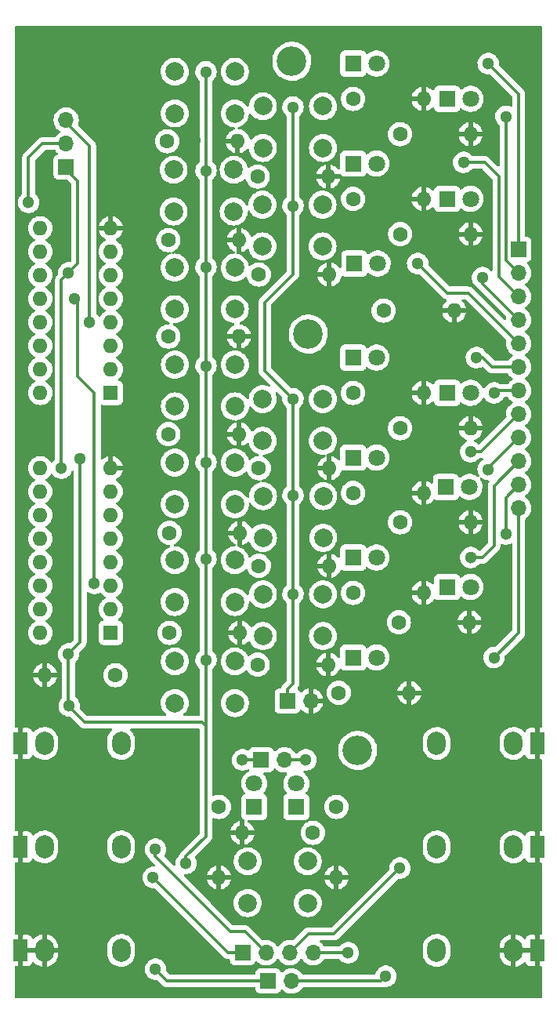
<source format=gbr>
%TF.GenerationSoftware,KiCad,Pcbnew,(6.0.1)*%
%TF.CreationDate,2022-12-13T10:23:02+02:00*%
%TF.ProjectId,EurorackDualPitchQuantizerFront,4575726f-7261-4636-9b44-75616c506974,rev?*%
%TF.SameCoordinates,Original*%
%TF.FileFunction,Copper,L1,Top*%
%TF.FilePolarity,Positive*%
%FSLAX46Y46*%
G04 Gerber Fmt 4.6, Leading zero omitted, Abs format (unit mm)*
G04 Created by KiCad (PCBNEW (6.0.1)) date 2022-12-13 10:23:02*
%MOMM*%
%LPD*%
G01*
G04 APERTURE LIST*
G04 Aperture macros list*
%AMOutline4P*
0 Free polygon, 4 corners , with rotation*
0 The origin of the aperture is its center*
0 number of corners: always 4*
0 $1 to $8 corner X, Y*
0 $9 Rotation angle, in degrees counterclockwise*
0 create outline with 4 corners*
4,1,4,$1,$2,$3,$4,$5,$6,$7,$8,$1,$2,$9*%
G04 Aperture macros list end*
%TA.AperFunction,ComponentPad*%
%ADD10C,2.000000*%
%TD*%
%TA.AperFunction,ComponentPad*%
%ADD11C,1.600000*%
%TD*%
%TA.AperFunction,ComponentPad*%
%ADD12O,1.600000X1.600000*%
%TD*%
%TA.AperFunction,ComponentPad*%
%ADD13R,1.700000X1.700000*%
%TD*%
%TA.AperFunction,ComponentPad*%
%ADD14O,1.700000X1.700000*%
%TD*%
%TA.AperFunction,ComponentPad*%
%ADD15Outline4P,-0.750000X-1.150000X0.750000X-1.150000X0.750000X1.150000X-0.750000X1.150000X0.000000*%
%TD*%
%TA.AperFunction,ComponentPad*%
%ADD16O,2.000000X2.500000*%
%TD*%
%TA.AperFunction,ComponentPad*%
%ADD17R,1.800000X1.800000*%
%TD*%
%TA.AperFunction,ComponentPad*%
%ADD18C,1.800000*%
%TD*%
%TA.AperFunction,ComponentPad*%
%ADD19Outline4P,-0.750000X-1.150000X0.750000X-1.150000X0.750000X1.150000X-0.750000X1.150000X180.000000*%
%TD*%
%TA.AperFunction,ComponentPad*%
%ADD20C,3.200000*%
%TD*%
%TA.AperFunction,ComponentPad*%
%ADD21R,1.600000X1.600000*%
%TD*%
%TA.AperFunction,ViaPad*%
%ADD22C,1.300000*%
%TD*%
%TA.AperFunction,Conductor*%
%ADD23C,0.350000*%
%TD*%
G04 APERTURE END LIST*
D10*
%TO.P,SW8,1,1*%
%TO.N,+5V*%
X46825000Y-68297000D03*
X40325000Y-68297000D03*
%TO.P,SW8,2,2*%
%TO.N,/B9*%
X40325000Y-72797000D03*
X46825000Y-72797000D03*
%TD*%
%TO.P,SW6,1,1*%
%TO.N,+5V*%
X46811000Y-78903000D03*
X40311000Y-78903000D03*
%TO.P,SW6,2,2*%
%TO.N,/B11*%
X46811000Y-83403000D03*
X40311000Y-83403000D03*
%TD*%
%TO.P,SW3,1,1*%
%TO.N,+5V*%
X46811000Y-26198000D03*
X40311000Y-26198000D03*
%TO.P,SW3,2,2*%
%TO.N,/B2*%
X40311000Y-30698000D03*
X46811000Y-30698000D03*
%TD*%
D11*
%TO.P,R21,1*%
%TO.N,Net-(D8-Pad1)*%
X53360000Y-48260000D03*
D12*
%TO.P,R21,2*%
%TO.N,GND*%
X60980000Y-48260000D03*
%TD*%
D10*
%TO.P,SW2,1,1*%
%TO.N,+5V*%
X37159000Y-33056000D03*
X30659000Y-33056000D03*
%TO.P,SW2,2,2*%
%TO.N,/B3*%
X37159000Y-37556000D03*
X30659000Y-37556000D03*
%TD*%
D11*
%TO.P,R13,1*%
%TO.N,Net-(R13-Pad1)*%
X45720000Y-104648000D03*
D12*
%TO.P,R13,2*%
%TO.N,GND*%
X38100000Y-104648000D03*
%TD*%
D13*
%TO.P,J1,1,Pin_1*%
%TO.N,Net-(J1-Pad1)*%
X19050000Y-32766000D03*
D14*
%TO.P,J1,2,Pin_2*%
%TO.N,Net-(J1-Pad2)*%
X19050000Y-30226000D03*
%TO.P,J1,3,Pin_3*%
%TO.N,Net-(J1-Pad3)*%
X19050000Y-27686000D03*
%TD*%
D10*
%TO.P,SW1,1,1*%
%TO.N,+5V*%
X46759000Y-36830000D03*
X40259000Y-36830000D03*
%TO.P,SW1,2,2*%
%TO.N,/B4*%
X40259000Y-41330000D03*
X46759000Y-41330000D03*
%TD*%
%TO.P,SW4,1,1*%
%TO.N,+5V*%
X30786000Y-22466000D03*
X37286000Y-22466000D03*
%TO.P,SW4,2,2*%
%TO.N,/B1*%
X37286000Y-26966000D03*
X30786000Y-26966000D03*
%TD*%
D15*
%TO.P,J5,S*%
%TO.N,GND*%
X14126000Y-117348000D03*
D16*
%TO.P,J5,T*%
%TO.N,Net-(J4-Pad1)*%
X24986000Y-117348000D03*
%TO.P,J5,TN*%
%TO.N,GND*%
X16686000Y-117348000D03*
%TD*%
D17*
%TO.P,D8,1,K*%
%TO.N,Net-(D8-Pad1)*%
X50180000Y-43180000D03*
D18*
%TO.P,D8,2,A*%
%TO.N,Net-(D8-Pad2)*%
X52720000Y-43180000D03*
%TD*%
D15*
%TO.P,J12,S*%
%TO.N,GND*%
X14126000Y-106172000D03*
D16*
%TO.P,J12,T*%
%TO.N,Net-(J10-Pad1)*%
X24986000Y-106172000D03*
%TO.P,J12,TN*%
%TO.N,+5V*%
X16686000Y-106172000D03*
%TD*%
D11*
%TO.P,R4,1*%
%TO.N,/B1*%
X29972000Y-29972000D03*
D12*
%TO.P,R4,2*%
%TO.N,GND*%
X37592000Y-29972000D03*
%TD*%
D17*
%TO.P,D4,1,K*%
%TO.N,Net-(D4-Pad1)*%
X60086000Y-67310000D03*
D18*
%TO.P,D4,2,A*%
%TO.N,Net-(D4-Pad2)*%
X62626000Y-67310000D03*
%TD*%
D10*
%TO.P,SW7,1,1*%
%TO.N,+5V*%
X30786000Y-75220000D03*
X37286000Y-75220000D03*
%TO.P,SW7,2,2*%
%TO.N,/B10*%
X30786000Y-79720000D03*
X37286000Y-79720000D03*
%TD*%
D11*
%TO.P,R25,1*%
%TO.N,Net-(D12-Pad1)*%
X50058000Y-25400000D03*
D12*
%TO.P,R25,2*%
%TO.N,GND*%
X57678000Y-25400000D03*
%TD*%
D11*
%TO.P,R18,1*%
%TO.N,Net-(D5-Pad1)*%
X50058000Y-67945000D03*
D12*
%TO.P,R18,2*%
%TO.N,GND*%
X57678000Y-67945000D03*
%TD*%
D11*
%TO.P,R22,1*%
%TO.N,Net-(D9-Pad1)*%
X55143000Y-40005000D03*
D12*
%TO.P,R22,2*%
%TO.N,GND*%
X62763000Y-40005000D03*
%TD*%
D11*
%TO.P,R14,1*%
%TO.N,Net-(D1-Pad1)*%
X48514000Y-89535000D03*
D12*
%TO.P,R14,2*%
%TO.N,GND*%
X56134000Y-89535000D03*
%TD*%
D17*
%TO.P,D1,1,K*%
%TO.N,Net-(D1-Pad1)*%
X50053000Y-85725000D03*
D18*
%TO.P,D1,2,A*%
%TO.N,Net-(D1-Pad2)*%
X52593000Y-85725000D03*
%TD*%
D11*
%TO.P,R10,1*%
%TO.N,/B6*%
X39878000Y-65278000D03*
D12*
%TO.P,R10,2*%
%TO.N,GND*%
X47498000Y-65278000D03*
%TD*%
D11*
%TO.P,R9,1*%
%TO.N,/B7*%
X30226000Y-72263000D03*
D12*
%TO.P,R9,2*%
%TO.N,GND*%
X37846000Y-72263000D03*
%TD*%
D11*
%TO.P,R11,1*%
%TO.N,/B5*%
X30099000Y-61595000D03*
D12*
%TO.P,R11,2*%
%TO.N,GND*%
X37719000Y-61595000D03*
%TD*%
D19*
%TO.P,J8,S*%
%TO.N,GND*%
X69948000Y-94996000D03*
D16*
%TO.P,J8,T*%
%TO.N,Net-(J10-Pad3)*%
X59088000Y-94996000D03*
%TO.P,J8,TN*%
%TO.N,+5V*%
X67388000Y-94996000D03*
%TD*%
D11*
%TO.P,R5,1*%
%TO.N,/B12*%
X24384000Y-87630000D03*
D12*
%TO.P,R5,2*%
%TO.N,GND*%
X16764000Y-87630000D03*
%TD*%
D10*
%TO.P,SW12,1,1*%
%TO.N,+5V*%
X30775000Y-43618000D03*
X37275000Y-43618000D03*
%TO.P,SW12,2,2*%
%TO.N,/B8*%
X37275000Y-48118000D03*
X30775000Y-48118000D03*
%TD*%
D11*
%TO.P,R19,1*%
%TO.N,Net-(D6-Pad1)*%
X55138000Y-60960000D03*
D12*
%TO.P,R19,2*%
%TO.N,GND*%
X62758000Y-60960000D03*
%TD*%
D17*
%TO.P,D14,1,K*%
%TO.N,Net-(D14-Pad1)*%
X39370000Y-101854000D03*
D18*
%TO.P,D14,2,A*%
%TO.N,Net-(D14-Pad2)*%
X39370000Y-99314000D03*
%TD*%
D11*
%TO.P,R26,1*%
%TO.N,Net-(D13-Pad1)*%
X48260000Y-101854000D03*
D12*
%TO.P,R26,2*%
%TO.N,GND*%
X48260000Y-109474000D03*
%TD*%
D17*
%TO.P,D7,1,K*%
%TO.N,Net-(D7-Pad1)*%
X50053000Y-53340000D03*
D18*
%TO.P,D7,2,A*%
%TO.N,Net-(D7-Pad2)*%
X52593000Y-53340000D03*
%TD*%
D10*
%TO.P,SW11,1,1*%
%TO.N,+5V*%
X37292000Y-54101000D03*
X30792000Y-54101000D03*
%TO.P,SW11,2,2*%
%TO.N,/B5*%
X37292000Y-58601000D03*
X30792000Y-58601000D03*
%TD*%
D11*
%TO.P,R12,1*%
%TO.N,/B8*%
X30099000Y-51054000D03*
D12*
%TO.P,R12,2*%
%TO.N,GND*%
X37719000Y-51054000D03*
%TD*%
D17*
%TO.P,D13,1,K*%
%TO.N,Net-(D13-Pad1)*%
X43922000Y-101859000D03*
D18*
%TO.P,D13,2,A*%
%TO.N,Net-(D13-Pad2)*%
X43922000Y-99319000D03*
%TD*%
D17*
%TO.P,D5,1,K*%
%TO.N,Net-(D5-Pad1)*%
X50053000Y-64135000D03*
D18*
%TO.P,D5,2,A*%
%TO.N,Net-(D5-Pad2)*%
X52593000Y-64135000D03*
%TD*%
D19*
%TO.P,J6,S*%
%TO.N,GND*%
X69948000Y-117348000D03*
D16*
%TO.P,J6,T*%
%TO.N,Net-(J4-Pad2)*%
X59088000Y-117348000D03*
%TO.P,J6,TN*%
%TO.N,GND*%
X67388000Y-117348000D03*
%TD*%
D11*
%TO.P,R2,1*%
%TO.N,/B3*%
X30099000Y-40640000D03*
D12*
%TO.P,R2,2*%
%TO.N,GND*%
X37719000Y-40640000D03*
%TD*%
D11*
%TO.P,R7,1*%
%TO.N,/B10*%
X30226000Y-83058000D03*
D12*
%TO.P,R7,2*%
%TO.N,GND*%
X37846000Y-83058000D03*
%TD*%
D11*
%TO.P,R23,1*%
%TO.N,Net-(D10-Pad1)*%
X50053000Y-36195000D03*
D12*
%TO.P,R23,2*%
%TO.N,GND*%
X57673000Y-36195000D03*
%TD*%
D17*
%TO.P,D10,1,K*%
%TO.N,Net-(D10-Pad1)*%
X50053000Y-32385000D03*
D18*
%TO.P,D10,2,A*%
%TO.N,Net-(D10-Pad2)*%
X52593000Y-32385000D03*
%TD*%
D11*
%TO.P,R15,1*%
%TO.N,Net-(D2-Pad1)*%
X55011000Y-81915000D03*
D12*
%TO.P,R15,2*%
%TO.N,GND*%
X62631000Y-81915000D03*
%TD*%
D17*
%TO.P,D3,1,K*%
%TO.N,Net-(D3-Pad1)*%
X50053000Y-74930000D03*
D18*
%TO.P,D3,2,A*%
%TO.N,Net-(D3-Pad2)*%
X52593000Y-74930000D03*
%TD*%
D11*
%TO.P,R16,1*%
%TO.N,Net-(D3-Pad1)*%
X50058000Y-78740000D03*
D12*
%TO.P,R16,2*%
%TO.N,GND*%
X57678000Y-78740000D03*
%TD*%
D20*
%TO.P,REF\u002A\u002A,*%
%TO.N,*%
X43434000Y-21336000D03*
%TD*%
D10*
%TO.P,SW13,1,1*%
%TO.N,+5V*%
X45160000Y-112232000D03*
X38660000Y-112232000D03*
%TO.P,SW13,2,2*%
%TO.N,Net-(R13-Pad1)*%
X45160000Y-107732000D03*
X38660000Y-107732000D03*
%TD*%
%TO.P,SW5,1,1*%
%TO.N,+5V*%
X30786000Y-86142000D03*
X37286000Y-86142000D03*
%TO.P,SW5,2,2*%
%TO.N,/B12*%
X30786000Y-90642000D03*
X37286000Y-90642000D03*
%TD*%
%TO.P,SW10,1,1*%
%TO.N,+5V*%
X46791000Y-57821000D03*
X40291000Y-57821000D03*
%TO.P,SW10,2,2*%
%TO.N,/B6*%
X40291000Y-62321000D03*
X46791000Y-62321000D03*
%TD*%
D21*
%TO.P,U2,1,D7*%
%TO.N,Net-(R13-Pad1)*%
X23876000Y-83058000D03*
D12*
%TO.P,U2,2,Q5*%
%TO.N,unconnected-(U2-Pad2)*%
X23876000Y-80518000D03*
%TO.P,U2,3,Q7*%
%TO.N,Net-(U1-Pad11)*%
X23876000Y-77978000D03*
%TO.P,U2,4,D3*%
%TO.N,/B12*%
X23876000Y-75438000D03*
%TO.P,U2,5,D2*%
%TO.N,/B11*%
X23876000Y-72898000D03*
%TO.P,U2,6,D1*%
%TO.N,/B10*%
X23876000Y-70358000D03*
%TO.P,U2,7,D0*%
%TO.N,/B9*%
X23876000Y-67818000D03*
%TO.P,U2,8,VSS*%
%TO.N,GND*%
X23876000Y-65278000D03*
%TO.P,U2,9,PL*%
%TO.N,Net-(J1-Pad2)*%
X16256000Y-65278000D03*
%TO.P,U2,10,CP*%
%TO.N,Net-(J1-Pad1)*%
X16256000Y-67818000D03*
%TO.P,U2,11,DS*%
%TO.N,unconnected-(U2-Pad11)*%
X16256000Y-70358000D03*
%TO.P,U2,12,Q6*%
%TO.N,unconnected-(U2-Pad12)*%
X16256000Y-72898000D03*
%TO.P,U2,13,D4*%
%TO.N,unconnected-(U2-Pad13)*%
X16256000Y-75438000D03*
%TO.P,U2,14,D5*%
%TO.N,unconnected-(U2-Pad14)*%
X16256000Y-77978000D03*
%TO.P,U2,15,D6*%
%TO.N,unconnected-(U2-Pad15)*%
X16256000Y-80518000D03*
%TO.P,U2,16,VDD*%
%TO.N,+5V*%
X16256000Y-83058000D03*
%TD*%
D17*
%TO.P,D12,1,K*%
%TO.N,Net-(D12-Pad1)*%
X50053000Y-21590000D03*
D18*
%TO.P,D12,2,A*%
%TO.N,Net-(D12-Pad2)*%
X52593000Y-21590000D03*
%TD*%
D11*
%TO.P,R17,1*%
%TO.N,Net-(D4-Pad1)*%
X55138000Y-71120000D03*
D12*
%TO.P,R17,2*%
%TO.N,GND*%
X62758000Y-71120000D03*
%TD*%
D11*
%TO.P,R20,1*%
%TO.N,Net-(D7-Pad1)*%
X50058000Y-57150000D03*
D12*
%TO.P,R20,2*%
%TO.N,GND*%
X57678000Y-57150000D03*
%TD*%
D17*
%TO.P,D9,1,K*%
%TO.N,Net-(D9-Pad1)*%
X60213000Y-36195000D03*
D18*
%TO.P,D9,2,A*%
%TO.N,Net-(D9-Pad2)*%
X62753000Y-36195000D03*
%TD*%
D19*
%TO.P,J7,S*%
%TO.N,GND*%
X69948000Y-106172000D03*
D16*
%TO.P,J7,T*%
%TO.N,Net-(J10-Pad4)*%
X59088000Y-106172000D03*
%TO.P,J7,TN*%
%TO.N,+5V*%
X67388000Y-106172000D03*
%TD*%
D11*
%TO.P,R24,1*%
%TO.N,Net-(D11-Pad1)*%
X55138000Y-29210000D03*
D12*
%TO.P,R24,2*%
%TO.N,GND*%
X62758000Y-29210000D03*
%TD*%
D15*
%TO.P,J11,S*%
%TO.N,GND*%
X14126000Y-94996000D03*
D16*
%TO.P,J11,T*%
%TO.N,Net-(J10-Pad2)*%
X24986000Y-94996000D03*
%TO.P,J11,TN*%
%TO.N,+5V*%
X16686000Y-94996000D03*
%TD*%
D20*
%TO.P,REF\u002A\u002A,*%
%TO.N,*%
X50546000Y-95758000D03*
%TD*%
D21*
%TO.P,U1,1,D7*%
%TO.N,/B8*%
X23876000Y-57150000D03*
D12*
%TO.P,U1,2,Q5*%
%TO.N,unconnected-(U1-Pad2)*%
X23876000Y-54610000D03*
%TO.P,U1,3,Q7*%
%TO.N,Net-(J1-Pad3)*%
X23876000Y-52070000D03*
%TO.P,U1,4,D3*%
%TO.N,/B4*%
X23876000Y-49530000D03*
%TO.P,U1,5,D2*%
%TO.N,/B3*%
X23876000Y-46990000D03*
%TO.P,U1,6,D1*%
%TO.N,/B2*%
X23876000Y-44450000D03*
%TO.P,U1,7,D0*%
%TO.N,/B1*%
X23876000Y-41910000D03*
%TO.P,U1,8,VSS*%
%TO.N,GND*%
X23876000Y-39370000D03*
%TO.P,U1,9,PL*%
%TO.N,Net-(J1-Pad2)*%
X16256000Y-39370000D03*
%TO.P,U1,10,CP*%
%TO.N,Net-(J1-Pad1)*%
X16256000Y-41910000D03*
%TO.P,U1,11,DS*%
%TO.N,Net-(U1-Pad11)*%
X16256000Y-44450000D03*
%TO.P,U1,12,Q6*%
%TO.N,unconnected-(U1-Pad12)*%
X16256000Y-46990000D03*
%TO.P,U1,13,D4*%
%TO.N,/B5*%
X16256000Y-49530000D03*
%TO.P,U1,14,D5*%
%TO.N,/B6*%
X16256000Y-52070000D03*
%TO.P,U1,15,D6*%
%TO.N,/B7*%
X16256000Y-54610000D03*
%TO.P,U1,16,VDD*%
%TO.N,+5V*%
X16256000Y-57150000D03*
%TD*%
D20*
%TO.P,REF\u002A\u002A,*%
%TO.N,*%
X45212000Y-50800000D03*
%TD*%
D17*
%TO.P,D6,1,K*%
%TO.N,Net-(D6-Pad1)*%
X60213000Y-57150000D03*
D18*
%TO.P,D6,2,A*%
%TO.N,Net-(D6-Pad2)*%
X62753000Y-57150000D03*
%TD*%
D11*
%TO.P,R27,1*%
%TO.N,Net-(D14-Pad1)*%
X35560000Y-101854000D03*
D12*
%TO.P,R27,2*%
%TO.N,GND*%
X35560000Y-109474000D03*
%TD*%
D17*
%TO.P,D11,1,K*%
%TO.N,Net-(D11-Pad1)*%
X60213000Y-25400000D03*
D18*
%TO.P,D11,2,A*%
%TO.N,Net-(D11-Pad2)*%
X62753000Y-25400000D03*
%TD*%
D11*
%TO.P,R3,1*%
%TO.N,/B2*%
X39751000Y-33782000D03*
D12*
%TO.P,R3,2*%
%TO.N,GND*%
X47371000Y-33782000D03*
%TD*%
D11*
%TO.P,R6,1*%
%TO.N,/B11*%
X39751000Y-86487000D03*
D12*
%TO.P,R6,2*%
%TO.N,GND*%
X47371000Y-86487000D03*
%TD*%
D17*
%TO.P,D2,1,K*%
%TO.N,Net-(D2-Pad1)*%
X60213000Y-78105000D03*
D18*
%TO.P,D2,2,A*%
%TO.N,Net-(D2-Pad2)*%
X62753000Y-78105000D03*
%TD*%
D11*
%TO.P,R1,1*%
%TO.N,/B4*%
X39869000Y-44366000D03*
D12*
%TO.P,R1,2*%
%TO.N,GND*%
X47489000Y-44366000D03*
%TD*%
D11*
%TO.P,R8,1*%
%TO.N,/B9*%
X39878000Y-75819000D03*
D12*
%TO.P,R8,2*%
%TO.N,GND*%
X47498000Y-75819000D03*
%TD*%
D10*
%TO.P,SW9,1,1*%
%TO.N,+5V*%
X30786000Y-64679000D03*
X37286000Y-64679000D03*
%TO.P,SW9,2,2*%
%TO.N,/B7*%
X37286000Y-69179000D03*
X30786000Y-69179000D03*
%TD*%
D13*
%TO.P,J13,1,Pin_1*%
%TO.N,Net-(D14-Pad2)*%
X40127000Y-96774000D03*
D14*
%TO.P,J13,2,Pin_2*%
%TO.N,Net-(D13-Pad2)*%
X42667000Y-96774000D03*
%TD*%
D13*
%TO.P,J3,1,Pin_1*%
%TO.N,+5V*%
X42946000Y-90424000D03*
D14*
%TO.P,J3,2,Pin_2*%
%TO.N,GND*%
X45486000Y-90424000D03*
%TD*%
D13*
%TO.P,J10,1,Pin_1*%
%TO.N,Net-(J10-Pad1)*%
X38110000Y-117602000D03*
D14*
%TO.P,J10,2,Pin_2*%
%TO.N,Net-(J10-Pad2)*%
X40650000Y-117602000D03*
%TO.P,J10,3,Pin_3*%
%TO.N,Net-(J10-Pad3)*%
X43190000Y-117602000D03*
%TO.P,J10,4,Pin_4*%
%TO.N,Net-(J10-Pad4)*%
X45730000Y-117602000D03*
%TD*%
D13*
%TO.P,J9,1,Pin_1*%
%TO.N,Net-(D12-Pad2)*%
X67965000Y-41651000D03*
D14*
%TO.P,J9,2,Pin_2*%
%TO.N,Net-(D11-Pad2)*%
X67965000Y-44191000D03*
%TO.P,J9,3,Pin_3*%
%TO.N,Net-(D10-Pad2)*%
X67965000Y-46731000D03*
%TO.P,J9,4,Pin_4*%
%TO.N,Net-(D9-Pad2)*%
X67965000Y-49271000D03*
%TO.P,J9,5,Pin_5*%
%TO.N,Net-(D8-Pad2)*%
X67965000Y-51811000D03*
%TO.P,J9,6,Pin_6*%
%TO.N,Net-(D7-Pad2)*%
X67965000Y-54351000D03*
%TO.P,J9,7,Pin_7*%
%TO.N,Net-(D6-Pad2)*%
X67965000Y-56891000D03*
%TO.P,J9,8,Pin_8*%
%TO.N,Net-(D5-Pad2)*%
X67965000Y-59431000D03*
%TO.P,J9,9,Pin_9*%
%TO.N,Net-(D4-Pad2)*%
X67965000Y-61971000D03*
%TO.P,J9,10,Pin_10*%
%TO.N,Net-(D3-Pad2)*%
X67965000Y-64511000D03*
%TO.P,J9,11,Pin_11*%
%TO.N,Net-(D2-Pad2)*%
X67965000Y-67051000D03*
%TO.P,J9,12,Pin_12*%
%TO.N,Net-(D1-Pad2)*%
X67965000Y-69591000D03*
%TD*%
D13*
%TO.P,J4,1,Pin_1*%
%TO.N,Net-(J4-Pad1)*%
X40889000Y-120650000D03*
D14*
%TO.P,J4,2,Pin_2*%
%TO.N,Net-(J4-Pad2)*%
X43429000Y-120650000D03*
%TD*%
D22*
%TO.N,Net-(D1-Pad2)*%
X65298000Y-85725000D03*
%TO.N,Net-(D2-Pad2)*%
X66568000Y-72390000D03*
%TO.N,Net-(D3-Pad2)*%
X62758000Y-74930000D03*
%TO.N,Net-(D4-Pad2)*%
X64663000Y-65405000D03*
%TO.N,Net-(D5-Pad2)*%
X62758000Y-63500000D03*
%TO.N,Net-(D6-Pad2)*%
X65298000Y-57150000D03*
%TO.N,Net-(D7-Pad2)*%
X63393000Y-53340000D03*
%TO.N,Net-(D8-Pad2)*%
X57043000Y-43180000D03*
%TO.N,Net-(D9-Pad2)*%
X64028000Y-44704000D03*
%TO.N,Net-(D10-Pad2)*%
X61996000Y-32258000D03*
%TO.N,Net-(D11-Pad2)*%
X66568000Y-27305000D03*
%TO.N,Net-(D12-Pad2)*%
X64663000Y-21590000D03*
%TO.N,Net-(D13-Pad2)*%
X44958000Y-96774000D03*
%TO.N,Net-(J1-Pad3)*%
X21590000Y-49530000D03*
%TO.N,Net-(J1-Pad2)*%
X14986000Y-36576000D03*
%TO.N,Net-(J1-Pad1)*%
X19304000Y-44196000D03*
X18542000Y-65278000D03*
%TO.N,+5V*%
X19304000Y-85344000D03*
X43561000Y-26289000D03*
X34163000Y-85979000D03*
X34163000Y-54229000D03*
X19380200Y-90957400D03*
X32004000Y-107950000D03*
X34163000Y-33147000D03*
X34163000Y-22479000D03*
X43561000Y-36957000D03*
X20574000Y-64262000D03*
X43561000Y-78867000D03*
X34163000Y-64643000D03*
X34163000Y-75057000D03*
X43561000Y-57785000D03*
X43561000Y-68199000D03*
X34163000Y-43561000D03*
%TO.N,GND*%
X49555400Y-38912800D03*
X32943800Y-29895800D03*
%TO.N,Net-(J10-Pad4)*%
X49530000Y-117602000D03*
%TO.N,Net-(J10-Pad1)*%
X28448000Y-109474000D03*
%TO.N,Net-(J4-Pad1)*%
X28702000Y-119380000D03*
%TO.N,Net-(J4-Pad2)*%
X53594000Y-120142000D03*
%TO.N,Net-(D14-Pad2)*%
X38100000Y-96774000D03*
%TO.N,Net-(J10-Pad3)*%
X55118000Y-108458000D03*
%TO.N,Net-(J10-Pad2)*%
X28702000Y-106426000D03*
%TO.N,Net-(U1-Pad11)*%
X22098000Y-77724000D03*
X19970500Y-46990000D03*
%TD*%
D23*
%TO.N,Net-(D1-Pad2)*%
X67965000Y-69591000D02*
X67965000Y-83058000D01*
X67965000Y-83058000D02*
X65298000Y-85725000D01*
%TO.N,Net-(D2-Pad2)*%
X66568000Y-68448000D02*
X66568000Y-72390000D01*
X67965000Y-67051000D02*
X66568000Y-68448000D01*
%TO.N,Net-(D3-Pad2)*%
X65298000Y-67178000D02*
X67965000Y-64511000D01*
X65298000Y-73660000D02*
X65298000Y-67178000D01*
X64028000Y-74930000D02*
X62758000Y-74930000D01*
X65298000Y-73660000D02*
X64028000Y-74930000D01*
%TO.N,Net-(D4-Pad2)*%
X67965000Y-61971000D02*
X64663000Y-65273000D01*
X64663000Y-65273000D02*
X64663000Y-65405000D01*
%TO.N,Net-(D5-Pad2)*%
X67965000Y-59431000D02*
X63896000Y-63500000D01*
X63896000Y-63500000D02*
X62758000Y-63500000D01*
%TO.N,Net-(D6-Pad2)*%
X67965000Y-56891000D02*
X65557000Y-56891000D01*
X65557000Y-56891000D02*
X65298000Y-57150000D01*
%TO.N,Net-(D7-Pad2)*%
X64028000Y-53340000D02*
X63393000Y-53340000D01*
X65039000Y-54351000D02*
X64028000Y-53340000D01*
X67965000Y-54351000D02*
X65039000Y-54351000D01*
%TO.N,Net-(D8-Pad2)*%
X61488000Y-46355000D02*
X60218000Y-46355000D01*
X60218000Y-46355000D02*
X57043000Y-43180000D01*
X67965000Y-51811000D02*
X62509000Y-46355000D01*
X62509000Y-46355000D02*
X61488000Y-46355000D01*
%TO.N,Net-(D9-Pad2)*%
X64028000Y-45334000D02*
X64028000Y-44704000D01*
X67965000Y-49271000D02*
X64028000Y-45334000D01*
%TO.N,Net-(D10-Pad2)*%
X64282000Y-32258000D02*
X62758000Y-32258000D01*
X62758000Y-32258000D02*
X61996000Y-32258000D01*
X65806000Y-33782000D02*
X64282000Y-32258000D01*
X65806000Y-44572000D02*
X65806000Y-33782000D01*
X67965000Y-46731000D02*
X65806000Y-44572000D01*
%TO.N,Net-(D11-Pad2)*%
X67965000Y-44191000D02*
X66568000Y-42794000D01*
X66568000Y-36195000D02*
X66568000Y-27305000D01*
X66568000Y-42794000D02*
X66568000Y-36195000D01*
%TO.N,Net-(D12-Pad2)*%
X67965000Y-24892000D02*
X64663000Y-21590000D01*
X67965000Y-41651000D02*
X67965000Y-24892000D01*
%TO.N,Net-(D13-Pad2)*%
X42667000Y-96774000D02*
X44958000Y-96774000D01*
%TO.N,Net-(J1-Pad3)*%
X21590000Y-30480000D02*
X21590000Y-49530000D01*
X19050000Y-27940000D02*
X21590000Y-30480000D01*
X19050000Y-27686000D02*
X19050000Y-27940000D01*
%TO.N,Net-(J1-Pad2)*%
X19050000Y-30226000D02*
X16510000Y-30226000D01*
X14986000Y-31750000D02*
X14986000Y-36576000D01*
X16510000Y-30226000D02*
X14986000Y-31750000D01*
%TO.N,Net-(J1-Pad1)*%
X19050000Y-33020000D02*
X20320000Y-34290000D01*
X19304000Y-44196000D02*
X18542000Y-44958000D01*
X19050000Y-32766000D02*
X19050000Y-33020000D01*
X20320000Y-43180000D02*
X19304000Y-44196000D01*
X18542000Y-44958000D02*
X18542000Y-65278000D01*
X20320000Y-34290000D02*
X20320000Y-43180000D01*
%TO.N,+5V*%
X34163000Y-93091000D02*
X33782000Y-92710000D01*
X21082000Y-92710000D02*
X19304000Y-90932000D01*
X43561000Y-36957000D02*
X43561000Y-44323000D01*
X34163000Y-33147000D02*
X34163000Y-22479000D01*
X19304000Y-90932000D02*
X19304000Y-85344000D01*
X34163000Y-43561000D02*
X34163000Y-33147000D01*
X43561000Y-36957000D02*
X43561000Y-26289000D01*
X19304000Y-85344000D02*
X20574000Y-84074000D01*
X34163000Y-85979000D02*
X34163000Y-75057000D01*
X34163000Y-105029000D02*
X32004000Y-107188000D01*
X43561000Y-68199000D02*
X43561000Y-57785000D01*
X43561000Y-78867000D02*
X43561000Y-68199000D01*
X34163000Y-93091000D02*
X34163000Y-105029000D01*
X34163000Y-92309000D02*
X34163000Y-93091000D01*
X43561000Y-44323000D02*
X40513000Y-47371000D01*
X33782000Y-92710000D02*
X21082000Y-92710000D01*
X34163000Y-54229000D02*
X34163000Y-43561000D01*
X40513000Y-54737000D02*
X43561000Y-57785000D01*
X20574000Y-84074000D02*
X20574000Y-64262000D01*
X34163000Y-75057000D02*
X34163000Y-64643000D01*
X42946000Y-89134000D02*
X42946000Y-90424000D01*
X34163000Y-64643000D02*
X34163000Y-54229000D01*
X43561000Y-78867000D02*
X43561000Y-88519000D01*
X34163000Y-85979000D02*
X34163000Y-92309000D01*
X32004000Y-107188000D02*
X32004000Y-107950000D01*
X43561000Y-88519000D02*
X42946000Y-89134000D01*
X40513000Y-47371000D02*
X40513000Y-54737000D01*
%TO.N,Net-(J10-Pad4)*%
X49530000Y-117602000D02*
X45730000Y-117602000D01*
%TO.N,Net-(J10-Pad1)*%
X38110000Y-117602000D02*
X36576000Y-117602000D01*
X36576000Y-117602000D02*
X28448000Y-109474000D01*
%TO.N,Net-(J4-Pad1)*%
X29972000Y-120650000D02*
X28702000Y-119380000D01*
X40889000Y-120650000D02*
X29972000Y-120650000D01*
%TO.N,Net-(J4-Pad2)*%
X43429000Y-120650000D02*
X53086000Y-120650000D01*
X53086000Y-120650000D02*
X53594000Y-120142000D01*
%TO.N,Net-(D14-Pad2)*%
X40127000Y-96774000D02*
X38100000Y-96774000D01*
%TO.N,Net-(J10-Pad3)*%
X45222000Y-115570000D02*
X46482000Y-115570000D01*
X46482000Y-115570000D02*
X48006000Y-115570000D01*
X43190000Y-117602000D02*
X45222000Y-115570000D01*
X48006000Y-115570000D02*
X55118000Y-108458000D01*
%TO.N,Net-(J10-Pad2)*%
X28702000Y-107188000D02*
X28702000Y-106426000D01*
X38364000Y-115316000D02*
X36830000Y-115316000D01*
X36830000Y-115316000D02*
X28702000Y-107188000D01*
X40650000Y-117602000D02*
X38364000Y-115316000D01*
%TO.N,Net-(U1-Pad11)*%
X20320000Y-47339500D02*
X19970500Y-46990000D01*
X22098000Y-57150000D02*
X20320000Y-55372000D01*
X20320000Y-55372000D02*
X20320000Y-47339500D01*
X22098000Y-77724000D02*
X22098000Y-57150000D01*
%TD*%
%TA.AperFunction,Conductor*%
%TO.N,GND*%
G36*
X70434121Y-17528002D02*
G01*
X70480614Y-17581658D01*
X70492000Y-17634000D01*
X70492000Y-93212000D01*
X70471998Y-93280121D01*
X70418342Y-93326614D01*
X70366000Y-93338000D01*
X70220115Y-93338000D01*
X70204876Y-93342475D01*
X70203671Y-93343865D01*
X70202000Y-93351548D01*
X70202000Y-96635884D01*
X70206475Y-96651123D01*
X70207865Y-96652328D01*
X70215548Y-96653999D01*
X70366000Y-96653999D01*
X70434121Y-96674001D01*
X70480614Y-96727657D01*
X70492000Y-96779999D01*
X70492000Y-104388000D01*
X70471998Y-104456121D01*
X70418342Y-104502614D01*
X70366000Y-104514000D01*
X70220115Y-104514000D01*
X70204876Y-104518475D01*
X70203671Y-104519865D01*
X70202000Y-104527548D01*
X70202000Y-107811884D01*
X70206475Y-107827123D01*
X70207865Y-107828328D01*
X70215548Y-107829999D01*
X70366000Y-107829999D01*
X70434121Y-107850001D01*
X70480614Y-107903657D01*
X70492000Y-107955999D01*
X70492000Y-115564000D01*
X70471998Y-115632121D01*
X70418342Y-115678614D01*
X70366000Y-115690000D01*
X70220115Y-115690000D01*
X70204876Y-115694475D01*
X70203671Y-115695865D01*
X70202000Y-115703548D01*
X70202000Y-118987884D01*
X70206475Y-119003123D01*
X70207865Y-119004328D01*
X70215548Y-119005999D01*
X70366000Y-119005999D01*
X70434121Y-119026001D01*
X70480614Y-119079657D01*
X70492000Y-119131999D01*
X70492000Y-122366000D01*
X70471998Y-122434121D01*
X70418342Y-122480614D01*
X70366000Y-122492000D01*
X13634000Y-122492000D01*
X13565879Y-122471998D01*
X13519386Y-122418342D01*
X13508000Y-122366000D01*
X13508000Y-119349544D01*
X27538936Y-119349544D01*
X27539314Y-119355310D01*
X27551458Y-119540592D01*
X27552861Y-119562006D01*
X27554282Y-119567602D01*
X27554283Y-119567607D01*
X27601080Y-119751866D01*
X27605272Y-119768372D01*
X27694411Y-119961731D01*
X27817296Y-120135609D01*
X27969809Y-120284181D01*
X27974605Y-120287386D01*
X27974608Y-120287388D01*
X28115533Y-120381550D01*
X28146843Y-120402471D01*
X28152146Y-120404749D01*
X28152149Y-120404751D01*
X28337163Y-120484239D01*
X28342470Y-120486519D01*
X28418316Y-120503681D01*
X28544501Y-120532234D01*
X28544506Y-120532235D01*
X28550138Y-120533509D01*
X28555909Y-120533736D01*
X28555911Y-120533736D01*
X28617252Y-120536146D01*
X28762891Y-120541869D01*
X28799323Y-120536586D01*
X28817729Y-120533918D01*
X28888015Y-120543938D01*
X28924904Y-120569519D01*
X29468844Y-121113459D01*
X29474698Y-121119724D01*
X29511290Y-121161670D01*
X29561655Y-121197066D01*
X29566920Y-121200978D01*
X29615328Y-121238935D01*
X29622252Y-121242061D01*
X29626561Y-121244671D01*
X29635976Y-121250042D01*
X29640424Y-121252427D01*
X29646639Y-121256795D01*
X29703952Y-121279140D01*
X29710034Y-121281697D01*
X29734368Y-121292684D01*
X29766104Y-121307014D01*
X29773576Y-121308399D01*
X29778427Y-121309919D01*
X29788765Y-121312864D01*
X29793696Y-121314130D01*
X29800772Y-121316889D01*
X29808301Y-121317880D01*
X29808304Y-121317881D01*
X29861766Y-121324919D01*
X29868281Y-121325951D01*
X29910141Y-121333709D01*
X29928767Y-121337161D01*
X29936347Y-121336724D01*
X29936348Y-121336724D01*
X29988642Y-121333709D01*
X29995894Y-121333500D01*
X39404500Y-121333500D01*
X39472621Y-121353502D01*
X39519114Y-121407158D01*
X39530500Y-121459500D01*
X39530500Y-121548134D01*
X39537255Y-121610316D01*
X39588385Y-121746705D01*
X39675739Y-121863261D01*
X39792295Y-121950615D01*
X39928684Y-122001745D01*
X39990866Y-122008500D01*
X41787134Y-122008500D01*
X41849316Y-122001745D01*
X41985705Y-121950615D01*
X42102261Y-121863261D01*
X42189615Y-121746705D01*
X42211799Y-121687529D01*
X42233598Y-121629382D01*
X42276240Y-121572618D01*
X42342802Y-121547918D01*
X42412150Y-121563126D01*
X42446817Y-121591114D01*
X42475250Y-121623938D01*
X42647126Y-121766632D01*
X42840000Y-121879338D01*
X43048692Y-121959030D01*
X43053760Y-121960061D01*
X43053763Y-121960062D01*
X43161017Y-121981883D01*
X43267597Y-122003567D01*
X43272772Y-122003757D01*
X43272774Y-122003757D01*
X43485673Y-122011564D01*
X43485677Y-122011564D01*
X43490837Y-122011753D01*
X43495957Y-122011097D01*
X43495959Y-122011097D01*
X43707288Y-121984025D01*
X43707289Y-121984025D01*
X43712416Y-121983368D01*
X43717366Y-121981883D01*
X43921429Y-121920661D01*
X43921434Y-121920659D01*
X43926384Y-121919174D01*
X44126994Y-121820896D01*
X44308860Y-121691173D01*
X44467096Y-121533489D01*
X44573096Y-121385974D01*
X44629091Y-121342326D01*
X44675419Y-121333500D01*
X53057955Y-121333500D01*
X53066524Y-121333792D01*
X53114458Y-121337060D01*
X53114462Y-121337060D01*
X53122034Y-121337576D01*
X53129511Y-121336271D01*
X53129514Y-121336271D01*
X53182647Y-121326998D01*
X53189171Y-121326035D01*
X53242691Y-121319558D01*
X53250235Y-121318645D01*
X53257345Y-121315958D01*
X53262248Y-121314754D01*
X53272734Y-121311886D01*
X53277526Y-121310439D01*
X53285004Y-121309134D01*
X53291957Y-121306082D01*
X53291960Y-121306081D01*
X53320945Y-121293358D01*
X53391360Y-121284292D01*
X53399398Y-121285838D01*
X53436501Y-121294234D01*
X53436506Y-121294235D01*
X53442138Y-121295509D01*
X53447909Y-121295736D01*
X53447911Y-121295736D01*
X53509252Y-121298146D01*
X53654891Y-121303869D01*
X53660600Y-121303041D01*
X53660604Y-121303041D01*
X53859890Y-121274145D01*
X53859894Y-121274144D01*
X53865605Y-121273316D01*
X54067223Y-121204876D01*
X54252993Y-121100840D01*
X54416693Y-120964693D01*
X54552840Y-120800993D01*
X54656876Y-120615223D01*
X54725316Y-120413605D01*
X54726931Y-120402471D01*
X54755337Y-120206561D01*
X54755337Y-120206559D01*
X54755869Y-120202891D01*
X54757463Y-120142000D01*
X54739499Y-119946498D01*
X54738510Y-119935730D01*
X54738509Y-119935727D01*
X54737981Y-119929976D01*
X54712746Y-119840500D01*
X54681754Y-119730611D01*
X54681753Y-119730609D01*
X54680186Y-119725052D01*
X54675261Y-119715064D01*
X54588570Y-119539273D01*
X54586015Y-119534092D01*
X54458622Y-119363491D01*
X54302271Y-119218963D01*
X54122201Y-119105347D01*
X53924441Y-119026449D01*
X53918781Y-119025323D01*
X53918777Y-119025322D01*
X53721282Y-118986038D01*
X53721280Y-118986038D01*
X53715615Y-118984911D01*
X53709840Y-118984835D01*
X53709836Y-118984835D01*
X53603161Y-118983439D01*
X53502716Y-118982124D01*
X53497019Y-118983103D01*
X53497018Y-118983103D01*
X53298564Y-119017203D01*
X53298561Y-119017204D01*
X53292874Y-119018181D01*
X53093116Y-119091875D01*
X52910134Y-119200739D01*
X52750054Y-119341125D01*
X52618238Y-119508333D01*
X52615549Y-119513444D01*
X52615547Y-119513447D01*
X52598363Y-119546109D01*
X52519100Y-119696762D01*
X52517386Y-119702283D01*
X52517384Y-119702287D01*
X52462866Y-119877864D01*
X52423563Y-119936990D01*
X52358534Y-119965480D01*
X52342534Y-119966500D01*
X44673459Y-119966500D01*
X44605338Y-119946498D01*
X44567667Y-119908940D01*
X44511822Y-119822617D01*
X44511820Y-119822614D01*
X44509014Y-119818277D01*
X44358670Y-119653051D01*
X44354619Y-119649852D01*
X44354615Y-119649848D01*
X44187414Y-119517800D01*
X44187410Y-119517798D01*
X44183359Y-119514598D01*
X43987789Y-119406638D01*
X43982920Y-119404914D01*
X43982916Y-119404912D01*
X43782087Y-119333795D01*
X43782083Y-119333794D01*
X43777212Y-119332069D01*
X43772119Y-119331162D01*
X43772116Y-119331161D01*
X43562373Y-119293800D01*
X43562367Y-119293799D01*
X43557284Y-119292894D01*
X43483452Y-119291992D01*
X43339081Y-119290228D01*
X43339079Y-119290228D01*
X43333911Y-119290165D01*
X43113091Y-119323955D01*
X42900756Y-119393357D01*
X42702607Y-119496507D01*
X42698474Y-119499610D01*
X42698471Y-119499612D01*
X42560899Y-119602904D01*
X42523965Y-119630635D01*
X42465664Y-119691644D01*
X42443283Y-119715064D01*
X42381759Y-119750494D01*
X42310846Y-119747037D01*
X42253060Y-119705791D01*
X42234207Y-119672243D01*
X42192767Y-119561703D01*
X42189615Y-119553295D01*
X42102261Y-119436739D01*
X41985705Y-119349385D01*
X41849316Y-119298255D01*
X41787134Y-119291500D01*
X39990866Y-119291500D01*
X39928684Y-119298255D01*
X39792295Y-119349385D01*
X39675739Y-119436739D01*
X39588385Y-119553295D01*
X39537255Y-119689684D01*
X39530500Y-119751866D01*
X39530500Y-119840500D01*
X39510498Y-119908621D01*
X39456842Y-119955114D01*
X39404500Y-119966500D01*
X30307305Y-119966500D01*
X30239184Y-119946498D01*
X30218210Y-119929595D01*
X29891519Y-119602904D01*
X29857493Y-119540592D01*
X29855918Y-119495729D01*
X29863336Y-119444564D01*
X29863869Y-119440891D01*
X29865463Y-119380000D01*
X29849342Y-119204549D01*
X29846510Y-119173730D01*
X29846509Y-119173727D01*
X29845981Y-119167976D01*
X29828318Y-119105347D01*
X29789754Y-118968611D01*
X29789753Y-118968609D01*
X29788186Y-118963052D01*
X29783986Y-118954534D01*
X29696570Y-118777273D01*
X29694015Y-118772092D01*
X29681802Y-118755736D01*
X29615339Y-118666732D01*
X29566622Y-118601491D01*
X29410271Y-118456963D01*
X29230201Y-118343347D01*
X29032441Y-118264449D01*
X29026781Y-118263323D01*
X29026777Y-118263322D01*
X28829282Y-118224038D01*
X28829280Y-118224038D01*
X28823615Y-118222911D01*
X28817840Y-118222835D01*
X28817836Y-118222835D01*
X28711161Y-118221439D01*
X28610716Y-118220124D01*
X28605019Y-118221103D01*
X28605018Y-118221103D01*
X28406564Y-118255203D01*
X28406561Y-118255204D01*
X28400874Y-118256181D01*
X28201116Y-118329875D01*
X28018134Y-118438739D01*
X27858054Y-118579125D01*
X27726238Y-118746333D01*
X27723549Y-118751444D01*
X27723547Y-118751447D01*
X27689973Y-118815261D01*
X27627100Y-118934762D01*
X27625386Y-118940283D01*
X27625384Y-118940287D01*
X27581172Y-119082675D01*
X27563961Y-119138102D01*
X27538936Y-119349544D01*
X13508000Y-119349544D01*
X13508000Y-119132000D01*
X13528002Y-119063879D01*
X13581658Y-119017386D01*
X13634000Y-119006000D01*
X13853885Y-119006000D01*
X13869124Y-119001525D01*
X13870329Y-119000135D01*
X13872000Y-118992452D01*
X13872000Y-118987884D01*
X14380000Y-118987884D01*
X14384475Y-119003123D01*
X14385865Y-119004328D01*
X14393548Y-119005999D01*
X14920669Y-119005999D01*
X14927490Y-119005629D01*
X14978352Y-119000105D01*
X14993604Y-118996479D01*
X15114054Y-118951324D01*
X15129649Y-118942786D01*
X15231724Y-118866285D01*
X15244285Y-118853724D01*
X15320786Y-118751649D01*
X15329325Y-118736052D01*
X15359944Y-118654376D01*
X15402585Y-118597611D01*
X15469147Y-118572911D01*
X15538496Y-118588118D01*
X15572440Y-118615279D01*
X15631708Y-118682505D01*
X15638956Y-118689504D01*
X15818654Y-118837110D01*
X15826936Y-118842866D01*
X16027919Y-118959841D01*
X16037024Y-118964203D01*
X16254115Y-119047537D01*
X16263804Y-119050388D01*
X16414264Y-119081821D01*
X16428325Y-119080698D01*
X16432000Y-119070590D01*
X16432000Y-119068590D01*
X16940000Y-119068590D01*
X16944136Y-119082676D01*
X16957114Y-119084725D01*
X16974830Y-119082675D01*
X16984727Y-119080715D01*
X17208494Y-119017396D01*
X17217938Y-119013884D01*
X17428705Y-118915601D01*
X17437471Y-118910622D01*
X17629802Y-118779913D01*
X17637677Y-118773581D01*
X17806626Y-118613814D01*
X17813387Y-118606305D01*
X17954625Y-118421574D01*
X17960089Y-118413095D01*
X18069978Y-118208153D01*
X18074020Y-118198901D01*
X18149727Y-117979029D01*
X18152236Y-117969257D01*
X18192004Y-117739029D01*
X18192859Y-117731157D01*
X18193936Y-117707449D01*
X18194000Y-117704616D01*
X18194000Y-117659001D01*
X23477500Y-117659001D01*
X23477702Y-117661509D01*
X23477702Y-117661514D01*
X23491648Y-117834843D01*
X23492060Y-117839965D01*
X23493266Y-117844873D01*
X23493266Y-117844876D01*
X23501666Y-117879075D01*
X23549963Y-118075706D01*
X23551938Y-118080358D01*
X23551939Y-118080362D01*
X23604374Y-118203891D01*
X23644812Y-118299156D01*
X23662898Y-118327876D01*
X23771283Y-118499987D01*
X23774167Y-118504567D01*
X23777512Y-118508361D01*
X23931350Y-118682858D01*
X23931353Y-118682861D01*
X23934698Y-118686655D01*
X23938606Y-118689865D01*
X23938607Y-118689866D01*
X24113083Y-118833181D01*
X24122278Y-118840734D01*
X24126646Y-118843276D01*
X24327422Y-118960131D01*
X24332078Y-118962841D01*
X24336801Y-118964654D01*
X24553978Y-119048020D01*
X24553982Y-119048021D01*
X24558702Y-119049833D01*
X24563652Y-119050867D01*
X24563655Y-119050868D01*
X24791369Y-119098440D01*
X24791373Y-119098440D01*
X24796320Y-119099474D01*
X25038817Y-119110486D01*
X25043837Y-119109905D01*
X25043841Y-119109905D01*
X25274929Y-119083167D01*
X25274933Y-119083166D01*
X25279956Y-119082585D01*
X25284820Y-119081209D01*
X25284823Y-119081208D01*
X25482320Y-119025322D01*
X25513532Y-119016490D01*
X25518108Y-119014356D01*
X25518114Y-119014354D01*
X25728954Y-118916038D01*
X25728958Y-118916036D01*
X25733536Y-118913901D01*
X25934307Y-118777456D01*
X26110681Y-118610668D01*
X26134710Y-118579240D01*
X26255047Y-118421846D01*
X26255050Y-118421842D01*
X26258120Y-118417826D01*
X26261786Y-118410990D01*
X26370439Y-118208352D01*
X26372831Y-118203891D01*
X26451862Y-117974369D01*
X26493179Y-117735164D01*
X26494500Y-117706075D01*
X26494500Y-117036999D01*
X26490830Y-116991384D01*
X26480346Y-116861076D01*
X26480345Y-116861071D01*
X26479940Y-116856035D01*
X26465519Y-116797320D01*
X26423244Y-116625208D01*
X26422037Y-116620294D01*
X26407639Y-116586373D01*
X26346824Y-116443103D01*
X26327188Y-116396844D01*
X26248621Y-116272083D01*
X26200528Y-116195712D01*
X26200526Y-116195709D01*
X26197833Y-116191433D01*
X26125862Y-116109797D01*
X26040650Y-116013142D01*
X26040647Y-116013139D01*
X26037302Y-116009345D01*
X26033393Y-116006134D01*
X25853628Y-115858474D01*
X25853625Y-115858472D01*
X25849722Y-115855266D01*
X25659710Y-115744676D01*
X25644290Y-115735701D01*
X25644288Y-115735700D01*
X25639922Y-115733159D01*
X25552294Y-115699522D01*
X25418022Y-115647980D01*
X25418018Y-115647979D01*
X25413298Y-115646167D01*
X25408348Y-115645133D01*
X25408345Y-115645132D01*
X25180631Y-115597560D01*
X25180627Y-115597560D01*
X25175680Y-115596526D01*
X24933183Y-115585514D01*
X24928163Y-115586095D01*
X24928159Y-115586095D01*
X24697071Y-115612833D01*
X24697067Y-115612834D01*
X24692044Y-115613415D01*
X24687180Y-115614791D01*
X24687177Y-115614792D01*
X24576300Y-115646167D01*
X24458468Y-115679510D01*
X24453892Y-115681644D01*
X24453886Y-115681646D01*
X24243046Y-115779962D01*
X24243042Y-115779964D01*
X24238464Y-115782099D01*
X24037693Y-115918544D01*
X23861319Y-116085332D01*
X23858241Y-116089358D01*
X23858240Y-116089359D01*
X23716953Y-116274154D01*
X23716950Y-116274158D01*
X23713880Y-116278174D01*
X23599169Y-116492109D01*
X23520138Y-116721631D01*
X23503221Y-116819573D01*
X23486134Y-116918500D01*
X23478821Y-116960836D01*
X23477500Y-116989925D01*
X23477500Y-117659001D01*
X18194000Y-117659001D01*
X18194000Y-117620115D01*
X18189525Y-117604876D01*
X18188135Y-117603671D01*
X18180452Y-117602000D01*
X16958115Y-117602000D01*
X16942876Y-117606475D01*
X16941671Y-117607865D01*
X16940000Y-117615548D01*
X16940000Y-119068590D01*
X16432000Y-119068590D01*
X16432000Y-117620115D01*
X16427525Y-117604876D01*
X16426135Y-117603671D01*
X16418452Y-117602000D01*
X14398115Y-117602000D01*
X14382876Y-117606475D01*
X14381671Y-117607865D01*
X14380000Y-117615548D01*
X14380000Y-118987884D01*
X13872000Y-118987884D01*
X13872000Y-117075885D01*
X14380000Y-117075885D01*
X14384475Y-117091124D01*
X14385865Y-117092329D01*
X14393548Y-117094000D01*
X16413885Y-117094000D01*
X16429124Y-117089525D01*
X16430329Y-117088135D01*
X16432000Y-117080452D01*
X16432000Y-117075885D01*
X16940000Y-117075885D01*
X16944475Y-117091124D01*
X16945865Y-117092329D01*
X16953548Y-117094000D01*
X18175885Y-117094000D01*
X18191124Y-117089525D01*
X18192329Y-117088135D01*
X18194000Y-117080452D01*
X18194000Y-117039544D01*
X18193798Y-117034512D01*
X18179850Y-116861157D01*
X18178238Y-116851204D01*
X18122767Y-116625367D01*
X18119584Y-116615797D01*
X18028720Y-116401735D01*
X18024045Y-116392793D01*
X17900126Y-116196013D01*
X17894086Y-116187940D01*
X17740297Y-116013500D01*
X17733044Y-116006496D01*
X17553346Y-115858890D01*
X17545064Y-115853134D01*
X17344081Y-115736159D01*
X17334976Y-115731797D01*
X17117885Y-115648463D01*
X17108196Y-115645612D01*
X16957736Y-115614179D01*
X16943675Y-115615302D01*
X16940000Y-115625410D01*
X16940000Y-117075885D01*
X16432000Y-117075885D01*
X16432000Y-115627410D01*
X16427864Y-115613324D01*
X16414886Y-115611275D01*
X16397170Y-115613325D01*
X16387273Y-115615285D01*
X16163506Y-115678604D01*
X16154062Y-115682116D01*
X15943295Y-115780399D01*
X15934529Y-115785378D01*
X15742198Y-115916087D01*
X15734323Y-115922419D01*
X15562858Y-116084565D01*
X15499620Y-116116837D01*
X15428973Y-116109797D01*
X15373348Y-116065680D01*
X15358303Y-116037247D01*
X15329324Y-115959946D01*
X15320786Y-115944351D01*
X15244285Y-115842276D01*
X15231724Y-115829715D01*
X15129649Y-115753214D01*
X15114054Y-115744676D01*
X14993606Y-115699522D01*
X14978351Y-115695895D01*
X14927486Y-115690369D01*
X14920672Y-115690000D01*
X14398115Y-115690000D01*
X14382876Y-115694475D01*
X14381671Y-115695865D01*
X14380000Y-115703548D01*
X14380000Y-117075885D01*
X13872000Y-117075885D01*
X13872000Y-115708116D01*
X13867525Y-115692877D01*
X13866135Y-115691672D01*
X13858452Y-115690001D01*
X13634000Y-115690001D01*
X13565879Y-115669999D01*
X13519386Y-115616343D01*
X13508000Y-115564001D01*
X13508000Y-107956000D01*
X13528002Y-107887879D01*
X13581658Y-107841386D01*
X13634000Y-107830000D01*
X13853885Y-107830000D01*
X13869124Y-107825525D01*
X13870329Y-107824135D01*
X13872000Y-107816452D01*
X13872000Y-107811884D01*
X14380000Y-107811884D01*
X14384475Y-107827123D01*
X14385865Y-107828328D01*
X14393548Y-107829999D01*
X14920669Y-107829999D01*
X14927490Y-107829629D01*
X14978352Y-107824105D01*
X14993604Y-107820479D01*
X15114054Y-107775324D01*
X15129649Y-107766786D01*
X15231724Y-107690285D01*
X15244285Y-107677724D01*
X15320786Y-107575649D01*
X15329325Y-107560052D01*
X15359745Y-107478907D01*
X15402386Y-107422142D01*
X15468948Y-107397442D01*
X15538297Y-107412649D01*
X15572241Y-107439811D01*
X15631350Y-107506858D01*
X15631353Y-107506861D01*
X15634698Y-107510655D01*
X15638606Y-107513865D01*
X15638607Y-107513866D01*
X15813015Y-107657125D01*
X15822278Y-107664734D01*
X16032078Y-107786841D01*
X16036801Y-107788654D01*
X16253978Y-107872020D01*
X16253982Y-107872021D01*
X16258702Y-107873833D01*
X16263652Y-107874867D01*
X16263655Y-107874868D01*
X16491369Y-107922440D01*
X16491373Y-107922440D01*
X16496320Y-107923474D01*
X16738817Y-107934486D01*
X16743837Y-107933905D01*
X16743841Y-107933905D01*
X16974929Y-107907167D01*
X16974933Y-107907166D01*
X16979956Y-107906585D01*
X16984820Y-107905209D01*
X16984823Y-107905208D01*
X17179921Y-107850001D01*
X17213532Y-107840490D01*
X17218108Y-107838356D01*
X17218114Y-107838354D01*
X17428954Y-107740038D01*
X17428958Y-107740036D01*
X17433536Y-107737901D01*
X17634307Y-107601456D01*
X17810681Y-107434668D01*
X17834379Y-107403672D01*
X17955047Y-107245846D01*
X17955050Y-107245842D01*
X17958120Y-107241826D01*
X18072831Y-107027891D01*
X18151862Y-106798369D01*
X18193179Y-106559164D01*
X18194500Y-106530075D01*
X18194500Y-106483001D01*
X23477500Y-106483001D01*
X23477702Y-106485509D01*
X23477702Y-106485514D01*
X23487558Y-106608006D01*
X23492060Y-106663965D01*
X23493266Y-106668873D01*
X23493266Y-106668876D01*
X23523846Y-106793377D01*
X23549963Y-106899706D01*
X23551938Y-106904358D01*
X23551939Y-106904362D01*
X23595817Y-107007731D01*
X23644812Y-107123156D01*
X23692981Y-107199646D01*
X23766463Y-107316333D01*
X23774167Y-107328567D01*
X23780879Y-107336180D01*
X23931350Y-107506858D01*
X23931353Y-107506861D01*
X23934698Y-107510655D01*
X23938606Y-107513865D01*
X23938607Y-107513866D01*
X24113015Y-107657125D01*
X24122278Y-107664734D01*
X24332078Y-107786841D01*
X24336801Y-107788654D01*
X24553978Y-107872020D01*
X24553982Y-107872021D01*
X24558702Y-107873833D01*
X24563652Y-107874867D01*
X24563655Y-107874868D01*
X24791369Y-107922440D01*
X24791373Y-107922440D01*
X24796320Y-107923474D01*
X25038817Y-107934486D01*
X25043837Y-107933905D01*
X25043841Y-107933905D01*
X25274929Y-107907167D01*
X25274933Y-107907166D01*
X25279956Y-107906585D01*
X25284820Y-107905209D01*
X25284823Y-107905208D01*
X25479921Y-107850001D01*
X25513532Y-107840490D01*
X25518108Y-107838356D01*
X25518114Y-107838354D01*
X25728954Y-107740038D01*
X25728958Y-107740036D01*
X25733536Y-107737901D01*
X25934307Y-107601456D01*
X26110681Y-107434668D01*
X26134379Y-107403672D01*
X26255047Y-107245846D01*
X26255050Y-107245842D01*
X26258120Y-107241826D01*
X26372831Y-107027891D01*
X26451862Y-106798369D01*
X26493179Y-106559164D01*
X26494500Y-106530075D01*
X26494500Y-105860999D01*
X26491048Y-105818092D01*
X26480346Y-105685076D01*
X26480345Y-105685071D01*
X26479940Y-105680035D01*
X26465519Y-105621320D01*
X26423244Y-105449208D01*
X26422037Y-105444294D01*
X26400021Y-105392426D01*
X26346824Y-105267103D01*
X26327188Y-105220844D01*
X26245900Y-105091761D01*
X26200528Y-105019712D01*
X26200526Y-105019709D01*
X26197833Y-105015433D01*
X26115336Y-104921858D01*
X26040650Y-104837142D01*
X26040647Y-104837139D01*
X26037302Y-104833345D01*
X25930826Y-104745885D01*
X25853628Y-104682474D01*
X25853625Y-104682472D01*
X25849722Y-104679266D01*
X25639922Y-104557159D01*
X25552294Y-104523522D01*
X25418022Y-104471980D01*
X25418018Y-104471979D01*
X25413298Y-104470167D01*
X25408348Y-104469133D01*
X25408345Y-104469132D01*
X25180631Y-104421560D01*
X25180627Y-104421560D01*
X25175680Y-104420526D01*
X24933183Y-104409514D01*
X24928163Y-104410095D01*
X24928159Y-104410095D01*
X24697071Y-104436833D01*
X24697067Y-104436834D01*
X24692044Y-104437415D01*
X24687180Y-104438791D01*
X24687177Y-104438792D01*
X24625938Y-104456121D01*
X24458468Y-104503510D01*
X24453892Y-104505644D01*
X24453886Y-104505646D01*
X24243046Y-104603962D01*
X24243042Y-104603964D01*
X24238464Y-104606099D01*
X24037693Y-104742544D01*
X23861319Y-104909332D01*
X23858241Y-104913358D01*
X23858240Y-104913359D01*
X23716953Y-105098154D01*
X23716950Y-105098158D01*
X23713880Y-105102174D01*
X23599169Y-105316109D01*
X23520138Y-105545631D01*
X23478821Y-105784836D01*
X23478641Y-105788797D01*
X23478641Y-105788798D01*
X23478481Y-105792333D01*
X23477500Y-105813925D01*
X23477500Y-106483001D01*
X18194500Y-106483001D01*
X18194500Y-105860999D01*
X18191048Y-105818092D01*
X18180346Y-105685076D01*
X18180345Y-105685071D01*
X18179940Y-105680035D01*
X18165519Y-105621320D01*
X18123244Y-105449208D01*
X18122037Y-105444294D01*
X18100021Y-105392426D01*
X18046824Y-105267103D01*
X18027188Y-105220844D01*
X17945900Y-105091761D01*
X17900528Y-105019712D01*
X17900526Y-105019709D01*
X17897833Y-105015433D01*
X17815336Y-104921858D01*
X17740650Y-104837142D01*
X17740647Y-104837139D01*
X17737302Y-104833345D01*
X17630826Y-104745885D01*
X17553628Y-104682474D01*
X17553625Y-104682472D01*
X17549722Y-104679266D01*
X17339922Y-104557159D01*
X17252294Y-104523522D01*
X17118022Y-104471980D01*
X17118018Y-104471979D01*
X17113298Y-104470167D01*
X17108348Y-104469133D01*
X17108345Y-104469132D01*
X16880631Y-104421560D01*
X16880627Y-104421560D01*
X16875680Y-104420526D01*
X16633183Y-104409514D01*
X16628163Y-104410095D01*
X16628159Y-104410095D01*
X16397071Y-104436833D01*
X16397067Y-104436834D01*
X16392044Y-104437415D01*
X16387180Y-104438791D01*
X16387177Y-104438792D01*
X16325938Y-104456121D01*
X16158468Y-104503510D01*
X16153892Y-104505644D01*
X16153886Y-104505646D01*
X15943046Y-104603962D01*
X15943042Y-104603964D01*
X15938464Y-104606099D01*
X15737693Y-104742544D01*
X15734016Y-104746021D01*
X15734015Y-104746022D01*
X15562667Y-104908057D01*
X15499429Y-104940328D01*
X15428782Y-104933288D01*
X15373157Y-104889171D01*
X15358112Y-104860737D01*
X15329325Y-104783948D01*
X15320786Y-104768351D01*
X15244285Y-104666276D01*
X15231724Y-104653715D01*
X15129649Y-104577214D01*
X15114054Y-104568676D01*
X14993606Y-104523522D01*
X14978351Y-104519895D01*
X14927486Y-104514369D01*
X14920672Y-104514000D01*
X14398115Y-104514000D01*
X14382876Y-104518475D01*
X14381671Y-104519865D01*
X14380000Y-104527548D01*
X14380000Y-107811884D01*
X13872000Y-107811884D01*
X13872000Y-104532116D01*
X13867525Y-104516877D01*
X13866135Y-104515672D01*
X13858452Y-104514001D01*
X13634000Y-104514001D01*
X13565879Y-104493999D01*
X13519386Y-104440343D01*
X13508000Y-104388001D01*
X13508000Y-96780000D01*
X13528002Y-96711879D01*
X13581658Y-96665386D01*
X13634000Y-96654000D01*
X13853885Y-96654000D01*
X13869124Y-96649525D01*
X13870329Y-96648135D01*
X13872000Y-96640452D01*
X13872000Y-96635884D01*
X14380000Y-96635884D01*
X14384475Y-96651123D01*
X14385865Y-96652328D01*
X14393548Y-96653999D01*
X14920669Y-96653999D01*
X14927490Y-96653629D01*
X14978352Y-96648105D01*
X14993604Y-96644479D01*
X15114054Y-96599324D01*
X15129649Y-96590786D01*
X15231724Y-96514285D01*
X15244285Y-96501724D01*
X15320786Y-96399649D01*
X15329325Y-96384052D01*
X15359745Y-96302907D01*
X15402386Y-96246142D01*
X15468948Y-96221442D01*
X15538297Y-96236649D01*
X15572241Y-96263811D01*
X15631350Y-96330858D01*
X15631353Y-96330861D01*
X15634698Y-96334655D01*
X15638606Y-96337865D01*
X15638607Y-96337866D01*
X15745242Y-96425456D01*
X15822278Y-96488734D01*
X15906652Y-96537841D01*
X15973910Y-96576986D01*
X16032078Y-96610841D01*
X16036801Y-96612654D01*
X16253978Y-96696020D01*
X16253982Y-96696021D01*
X16258702Y-96697833D01*
X16263652Y-96698867D01*
X16263655Y-96698868D01*
X16491369Y-96746440D01*
X16491373Y-96746440D01*
X16496320Y-96747474D01*
X16738817Y-96758486D01*
X16743837Y-96757905D01*
X16743841Y-96757905D01*
X16974929Y-96731167D01*
X16974933Y-96731166D01*
X16979956Y-96730585D01*
X16984820Y-96729209D01*
X16984823Y-96729208D01*
X17208669Y-96665866D01*
X17208668Y-96665866D01*
X17213532Y-96664490D01*
X17218108Y-96662356D01*
X17218114Y-96662354D01*
X17428954Y-96564038D01*
X17428958Y-96564036D01*
X17433536Y-96561901D01*
X17634307Y-96425456D01*
X17810681Y-96258668D01*
X17834379Y-96227672D01*
X17955047Y-96069846D01*
X17955050Y-96069842D01*
X17958120Y-96065826D01*
X17993355Y-96000114D01*
X18070439Y-95856352D01*
X18072831Y-95851891D01*
X18151862Y-95622369D01*
X18176665Y-95478771D01*
X18192504Y-95387074D01*
X18192505Y-95387068D01*
X18193179Y-95383164D01*
X18194500Y-95354075D01*
X18194500Y-94684999D01*
X18194298Y-94682486D01*
X18180346Y-94509076D01*
X18180345Y-94509071D01*
X18179940Y-94504035D01*
X18162120Y-94431482D01*
X18123244Y-94273208D01*
X18122037Y-94268294D01*
X18100425Y-94217378D01*
X18029165Y-94049502D01*
X18027188Y-94044844D01*
X17949926Y-93922154D01*
X17900528Y-93843712D01*
X17900526Y-93843709D01*
X17897833Y-93839433D01*
X17836194Y-93769517D01*
X17740650Y-93661142D01*
X17740647Y-93661139D01*
X17737302Y-93657345D01*
X17727510Y-93649302D01*
X17553628Y-93506474D01*
X17553625Y-93506472D01*
X17549722Y-93503266D01*
X17367416Y-93397161D01*
X17344290Y-93383701D01*
X17344288Y-93383700D01*
X17339922Y-93381159D01*
X17335199Y-93379346D01*
X17118022Y-93295980D01*
X17118018Y-93295979D01*
X17113298Y-93294167D01*
X17108348Y-93293133D01*
X17108345Y-93293132D01*
X16880631Y-93245560D01*
X16880627Y-93245560D01*
X16875680Y-93244526D01*
X16633183Y-93233514D01*
X16628163Y-93234095D01*
X16628159Y-93234095D01*
X16397071Y-93260833D01*
X16397067Y-93260834D01*
X16392044Y-93261415D01*
X16387180Y-93262791D01*
X16387177Y-93262792D01*
X16325938Y-93280121D01*
X16158468Y-93327510D01*
X16153892Y-93329644D01*
X16153886Y-93329646D01*
X15943046Y-93427962D01*
X15943042Y-93427964D01*
X15938464Y-93430099D01*
X15737693Y-93566544D01*
X15734016Y-93570021D01*
X15734015Y-93570022D01*
X15562667Y-93732057D01*
X15499429Y-93764328D01*
X15428782Y-93757288D01*
X15373157Y-93713171D01*
X15358112Y-93684737D01*
X15329325Y-93607948D01*
X15320786Y-93592351D01*
X15244285Y-93490276D01*
X15231724Y-93477715D01*
X15129649Y-93401214D01*
X15114054Y-93392676D01*
X14993606Y-93347522D01*
X14978351Y-93343895D01*
X14927486Y-93338369D01*
X14920672Y-93338000D01*
X14398115Y-93338000D01*
X14382876Y-93342475D01*
X14381671Y-93343865D01*
X14380000Y-93351548D01*
X14380000Y-96635884D01*
X13872000Y-96635884D01*
X13872000Y-93356116D01*
X13867525Y-93340877D01*
X13866135Y-93339672D01*
X13858452Y-93338001D01*
X13634000Y-93338001D01*
X13565879Y-93317999D01*
X13519386Y-93264343D01*
X13508000Y-93212001D01*
X13508000Y-87896522D01*
X15481273Y-87896522D01*
X15528764Y-88073761D01*
X15532510Y-88084053D01*
X15624586Y-88281511D01*
X15630069Y-88291007D01*
X15755028Y-88469467D01*
X15762084Y-88477875D01*
X15916125Y-88631916D01*
X15924533Y-88638972D01*
X16102993Y-88763931D01*
X16112489Y-88769414D01*
X16309947Y-88861490D01*
X16320239Y-88865236D01*
X16492503Y-88911394D01*
X16506599Y-88911058D01*
X16510000Y-88903116D01*
X16510000Y-88897967D01*
X17018000Y-88897967D01*
X17021973Y-88911498D01*
X17030522Y-88912727D01*
X17207761Y-88865236D01*
X17218053Y-88861490D01*
X17415511Y-88769414D01*
X17425007Y-88763931D01*
X17603467Y-88638972D01*
X17611875Y-88631916D01*
X17765916Y-88477875D01*
X17772972Y-88469467D01*
X17897931Y-88291007D01*
X17903414Y-88281511D01*
X17995490Y-88084053D01*
X17999236Y-88073761D01*
X18045394Y-87901497D01*
X18045058Y-87887401D01*
X18037116Y-87884000D01*
X17036115Y-87884000D01*
X17020876Y-87888475D01*
X17019671Y-87889865D01*
X17018000Y-87897548D01*
X17018000Y-88897967D01*
X16510000Y-88897967D01*
X16510000Y-87902115D01*
X16505525Y-87886876D01*
X16504135Y-87885671D01*
X16496452Y-87884000D01*
X15496033Y-87884000D01*
X15482502Y-87887973D01*
X15481273Y-87896522D01*
X13508000Y-87896522D01*
X13508000Y-87358503D01*
X15482606Y-87358503D01*
X15482942Y-87372599D01*
X15490884Y-87376000D01*
X16491885Y-87376000D01*
X16507124Y-87371525D01*
X16508329Y-87370135D01*
X16510000Y-87362452D01*
X16510000Y-87357885D01*
X17018000Y-87357885D01*
X17022475Y-87373124D01*
X17023865Y-87374329D01*
X17031548Y-87376000D01*
X18031967Y-87376000D01*
X18045498Y-87372027D01*
X18046727Y-87363478D01*
X17999236Y-87186239D01*
X17995490Y-87175947D01*
X17903414Y-86978489D01*
X17897931Y-86968993D01*
X17772972Y-86790533D01*
X17765916Y-86782125D01*
X17611875Y-86628084D01*
X17603467Y-86621028D01*
X17425007Y-86496069D01*
X17415511Y-86490586D01*
X17218053Y-86398510D01*
X17207761Y-86394764D01*
X17035497Y-86348606D01*
X17021401Y-86348942D01*
X17018000Y-86356884D01*
X17018000Y-87357885D01*
X16510000Y-87357885D01*
X16510000Y-86362033D01*
X16506027Y-86348502D01*
X16497478Y-86347273D01*
X16320239Y-86394764D01*
X16309947Y-86398510D01*
X16112489Y-86490586D01*
X16102993Y-86496069D01*
X15924533Y-86621028D01*
X15916125Y-86628084D01*
X15762084Y-86782125D01*
X15755028Y-86790533D01*
X15630069Y-86968993D01*
X15624586Y-86978489D01*
X15532510Y-87175947D01*
X15528764Y-87186239D01*
X15482606Y-87358503D01*
X13508000Y-87358503D01*
X13508000Y-57150000D01*
X14942502Y-57150000D01*
X14962457Y-57378087D01*
X14963881Y-57383400D01*
X14963881Y-57383402D01*
X15016220Y-57578730D01*
X15021716Y-57599243D01*
X15024039Y-57604224D01*
X15024039Y-57604225D01*
X15116151Y-57801762D01*
X15116154Y-57801767D01*
X15118477Y-57806749D01*
X15161534Y-57868240D01*
X15234673Y-57972693D01*
X15249802Y-57994300D01*
X15411700Y-58156198D01*
X15416208Y-58159355D01*
X15416211Y-58159357D01*
X15456601Y-58187638D01*
X15599251Y-58287523D01*
X15604233Y-58289846D01*
X15604238Y-58289849D01*
X15800765Y-58381490D01*
X15806757Y-58384284D01*
X15812065Y-58385706D01*
X15812067Y-58385707D01*
X16022598Y-58442119D01*
X16022600Y-58442119D01*
X16027913Y-58443543D01*
X16256000Y-58463498D01*
X16484087Y-58443543D01*
X16489400Y-58442119D01*
X16489402Y-58442119D01*
X16699933Y-58385707D01*
X16699935Y-58385706D01*
X16705243Y-58384284D01*
X16711235Y-58381490D01*
X16907762Y-58289849D01*
X16907767Y-58289846D01*
X16912749Y-58287523D01*
X17055399Y-58187638D01*
X17095789Y-58159357D01*
X17095792Y-58159355D01*
X17100300Y-58156198D01*
X17262198Y-57994300D01*
X17277328Y-57972693D01*
X17350466Y-57868240D01*
X17393523Y-57806749D01*
X17395846Y-57801767D01*
X17395849Y-57801762D01*
X17487961Y-57604225D01*
X17487961Y-57604224D01*
X17490284Y-57599243D01*
X17495781Y-57578730D01*
X17548119Y-57383402D01*
X17548119Y-57383400D01*
X17549543Y-57378087D01*
X17569498Y-57150000D01*
X17549543Y-56921913D01*
X17542600Y-56896000D01*
X17491707Y-56706067D01*
X17491706Y-56706065D01*
X17490284Y-56700757D01*
X17475178Y-56668361D01*
X17395849Y-56498238D01*
X17395846Y-56498233D01*
X17393523Y-56493251D01*
X17262198Y-56305700D01*
X17100300Y-56143802D01*
X17095792Y-56140645D01*
X17095789Y-56140643D01*
X16979586Y-56059277D01*
X16912749Y-56012477D01*
X16907767Y-56010154D01*
X16907762Y-56010151D01*
X16873543Y-55994195D01*
X16820258Y-55947278D01*
X16800797Y-55879001D01*
X16821339Y-55811041D01*
X16873543Y-55765805D01*
X16907762Y-55749849D01*
X16907767Y-55749846D01*
X16912749Y-55747523D01*
X17055399Y-55647638D01*
X17095789Y-55619357D01*
X17095792Y-55619355D01*
X17100300Y-55616198D01*
X17262198Y-55454300D01*
X17289357Y-55415514D01*
X17320098Y-55371611D01*
X17393523Y-55266749D01*
X17395846Y-55261767D01*
X17395849Y-55261762D01*
X17487961Y-55064225D01*
X17487961Y-55064224D01*
X17490284Y-55059243D01*
X17507403Y-54995357D01*
X17548119Y-54843402D01*
X17548119Y-54843400D01*
X17549543Y-54838087D01*
X17569498Y-54610000D01*
X17549543Y-54381913D01*
X17545041Y-54365111D01*
X17491707Y-54166067D01*
X17491706Y-54166065D01*
X17490284Y-54160757D01*
X17457707Y-54090894D01*
X17395849Y-53958238D01*
X17395846Y-53958233D01*
X17393523Y-53953251D01*
X17262198Y-53765700D01*
X17100300Y-53603802D01*
X17095792Y-53600645D01*
X17095789Y-53600643D01*
X17017611Y-53545902D01*
X16912749Y-53472477D01*
X16907767Y-53470154D01*
X16907762Y-53470151D01*
X16873543Y-53454195D01*
X16820258Y-53407278D01*
X16800797Y-53339001D01*
X16821339Y-53271041D01*
X16873543Y-53225805D01*
X16907762Y-53209849D01*
X16907767Y-53209846D01*
X16912749Y-53207523D01*
X17069018Y-53098102D01*
X17095789Y-53079357D01*
X17095792Y-53079355D01*
X17100300Y-53076198D01*
X17262198Y-52914300D01*
X17267953Y-52906082D01*
X17348494Y-52791057D01*
X17393523Y-52726749D01*
X17395846Y-52721767D01*
X17395849Y-52721762D01*
X17487961Y-52524225D01*
X17487961Y-52524224D01*
X17490284Y-52519243D01*
X17514192Y-52430020D01*
X17548119Y-52303402D01*
X17548119Y-52303400D01*
X17549543Y-52298087D01*
X17569498Y-52070000D01*
X17549543Y-51841913D01*
X17548119Y-51836598D01*
X17491707Y-51626067D01*
X17491706Y-51626065D01*
X17490284Y-51620757D01*
X17472837Y-51583342D01*
X17395849Y-51418238D01*
X17395846Y-51418233D01*
X17393523Y-51413251D01*
X17262198Y-51225700D01*
X17100300Y-51063802D01*
X17095792Y-51060645D01*
X17095789Y-51060643D01*
X16979586Y-50979277D01*
X16912749Y-50932477D01*
X16907767Y-50930154D01*
X16907762Y-50930151D01*
X16873543Y-50914195D01*
X16820258Y-50867278D01*
X16800797Y-50799001D01*
X16821339Y-50731041D01*
X16873543Y-50685805D01*
X16907762Y-50669849D01*
X16907767Y-50669846D01*
X16912749Y-50667523D01*
X17094622Y-50540174D01*
X17095789Y-50539357D01*
X17095792Y-50539355D01*
X17100300Y-50536198D01*
X17262198Y-50374300D01*
X17277328Y-50352693D01*
X17320098Y-50291611D01*
X17393523Y-50186749D01*
X17395846Y-50181767D01*
X17395849Y-50181762D01*
X17487961Y-49984225D01*
X17487961Y-49984224D01*
X17490284Y-49979243D01*
X17494182Y-49964698D01*
X17548119Y-49763402D01*
X17548119Y-49763400D01*
X17549543Y-49758087D01*
X17569498Y-49530000D01*
X17549543Y-49301913D01*
X17548119Y-49296598D01*
X17491707Y-49086067D01*
X17491706Y-49086065D01*
X17490284Y-49080757D01*
X17487622Y-49075048D01*
X17395849Y-48878238D01*
X17395846Y-48878233D01*
X17393523Y-48873251D01*
X17311503Y-48756114D01*
X17265357Y-48690211D01*
X17265355Y-48690208D01*
X17262198Y-48685700D01*
X17100300Y-48523802D01*
X17095792Y-48520645D01*
X17095789Y-48520643D01*
X16979586Y-48439277D01*
X16912749Y-48392477D01*
X16907767Y-48390154D01*
X16907762Y-48390151D01*
X16873543Y-48374195D01*
X16820258Y-48327278D01*
X16800797Y-48259001D01*
X16821339Y-48191041D01*
X16873543Y-48145805D01*
X16907762Y-48129849D01*
X16907767Y-48129846D01*
X16912749Y-48127523D01*
X17055399Y-48027638D01*
X17095789Y-47999357D01*
X17095792Y-47999355D01*
X17100300Y-47996198D01*
X17262198Y-47834300D01*
X17274845Y-47816239D01*
X17351821Y-47706305D01*
X17393523Y-47646749D01*
X17395846Y-47641767D01*
X17395849Y-47641762D01*
X17487961Y-47444225D01*
X17487961Y-47444224D01*
X17490284Y-47439243D01*
X17495298Y-47420533D01*
X17548119Y-47223402D01*
X17548119Y-47223400D01*
X17549543Y-47218087D01*
X17569498Y-46990000D01*
X17549543Y-46761913D01*
X17548119Y-46756598D01*
X17491707Y-46546067D01*
X17491706Y-46546065D01*
X17490284Y-46540757D01*
X17472837Y-46503342D01*
X17395849Y-46338238D01*
X17395846Y-46338233D01*
X17393523Y-46333251D01*
X17320098Y-46228389D01*
X17265357Y-46150211D01*
X17265355Y-46150208D01*
X17262198Y-46145700D01*
X17100300Y-45983802D01*
X17095792Y-45980645D01*
X17095789Y-45980643D01*
X16979586Y-45899277D01*
X16912749Y-45852477D01*
X16907767Y-45850154D01*
X16907762Y-45850151D01*
X16873543Y-45834195D01*
X16820258Y-45787278D01*
X16800797Y-45719001D01*
X16821339Y-45651041D01*
X16873543Y-45605805D01*
X16907762Y-45589849D01*
X16907767Y-45589846D01*
X16912749Y-45587523D01*
X17029391Y-45505849D01*
X17095789Y-45459357D01*
X17095792Y-45459355D01*
X17100300Y-45456198D01*
X17262198Y-45294300D01*
X17276595Y-45273740D01*
X17359849Y-45154840D01*
X17393523Y-45106749D01*
X17395846Y-45101767D01*
X17395849Y-45101762D01*
X17487961Y-44904225D01*
X17487961Y-44904224D01*
X17490284Y-44899243D01*
X17502333Y-44854278D01*
X17548119Y-44683402D01*
X17548119Y-44683400D01*
X17549543Y-44678087D01*
X17569498Y-44450000D01*
X17549543Y-44221913D01*
X17545939Y-44208464D01*
X17491707Y-44006067D01*
X17491706Y-44006065D01*
X17490284Y-44000757D01*
X17453671Y-43922239D01*
X17395849Y-43798238D01*
X17395846Y-43798233D01*
X17393523Y-43793251D01*
X17287804Y-43642269D01*
X17265357Y-43610211D01*
X17265355Y-43610208D01*
X17262198Y-43605700D01*
X17100300Y-43443802D01*
X17095792Y-43440645D01*
X17095789Y-43440643D01*
X17004149Y-43376476D01*
X16912749Y-43312477D01*
X16907767Y-43310154D01*
X16907762Y-43310151D01*
X16873543Y-43294195D01*
X16820258Y-43247278D01*
X16800797Y-43179001D01*
X16821339Y-43111041D01*
X16873543Y-43065805D01*
X16907762Y-43049849D01*
X16907767Y-43049846D01*
X16912749Y-43047523D01*
X17047610Y-42953092D01*
X17095789Y-42919357D01*
X17095792Y-42919355D01*
X17100300Y-42916198D01*
X17262198Y-42754300D01*
X17272704Y-42739297D01*
X17343658Y-42637963D01*
X17393523Y-42566749D01*
X17395846Y-42561767D01*
X17395849Y-42561762D01*
X17487961Y-42364225D01*
X17487961Y-42364224D01*
X17490284Y-42359243D01*
X17516639Y-42260888D01*
X17548119Y-42143402D01*
X17548119Y-42143400D01*
X17549543Y-42138087D01*
X17569498Y-41910000D01*
X17549543Y-41681913D01*
X17540820Y-41649357D01*
X17491707Y-41466067D01*
X17491706Y-41466065D01*
X17490284Y-41460757D01*
X17487961Y-41455775D01*
X17395849Y-41258238D01*
X17395846Y-41258233D01*
X17393523Y-41253251D01*
X17284971Y-41098223D01*
X17265357Y-41070211D01*
X17265355Y-41070208D01*
X17262198Y-41065700D01*
X17100300Y-40903802D01*
X17095792Y-40900645D01*
X17095789Y-40900643D01*
X17015561Y-40844467D01*
X16912749Y-40772477D01*
X16907767Y-40770154D01*
X16907762Y-40770151D01*
X16873543Y-40754195D01*
X16820258Y-40707278D01*
X16800797Y-40639001D01*
X16821339Y-40571041D01*
X16873543Y-40525805D01*
X16907762Y-40509849D01*
X16907767Y-40509846D01*
X16912749Y-40507523D01*
X17049294Y-40411913D01*
X17095789Y-40379357D01*
X17095792Y-40379355D01*
X17100300Y-40376198D01*
X17262198Y-40214300D01*
X17274845Y-40196239D01*
X17320098Y-40131611D01*
X17393523Y-40026749D01*
X17395846Y-40021767D01*
X17395849Y-40021762D01*
X17487961Y-39824225D01*
X17487961Y-39824224D01*
X17490284Y-39819243D01*
X17495298Y-39800533D01*
X17548119Y-39603402D01*
X17548119Y-39603400D01*
X17549543Y-39598087D01*
X17569498Y-39370000D01*
X17549543Y-39141913D01*
X17539244Y-39103478D01*
X17491707Y-38926067D01*
X17491706Y-38926065D01*
X17490284Y-38920757D01*
X17467114Y-38871069D01*
X17395849Y-38718238D01*
X17395846Y-38718233D01*
X17393523Y-38713251D01*
X17262198Y-38525700D01*
X17100300Y-38363802D01*
X17095792Y-38360645D01*
X17095789Y-38360643D01*
X17017611Y-38305902D01*
X16912749Y-38232477D01*
X16907767Y-38230154D01*
X16907762Y-38230151D01*
X16710225Y-38138039D01*
X16710224Y-38138039D01*
X16705243Y-38135716D01*
X16699935Y-38134294D01*
X16699933Y-38134293D01*
X16489402Y-38077881D01*
X16489400Y-38077881D01*
X16484087Y-38076457D01*
X16256000Y-38056502D01*
X16027913Y-38076457D01*
X16022600Y-38077881D01*
X16022598Y-38077881D01*
X15812067Y-38134293D01*
X15812065Y-38134294D01*
X15806757Y-38135716D01*
X15801776Y-38138039D01*
X15801775Y-38138039D01*
X15604238Y-38230151D01*
X15604233Y-38230154D01*
X15599251Y-38232477D01*
X15494389Y-38305902D01*
X15416211Y-38360643D01*
X15416208Y-38360645D01*
X15411700Y-38363802D01*
X15249802Y-38525700D01*
X15118477Y-38713251D01*
X15116154Y-38718233D01*
X15116151Y-38718238D01*
X15044886Y-38871069D01*
X15021716Y-38920757D01*
X15020294Y-38926065D01*
X15020293Y-38926067D01*
X14972756Y-39103478D01*
X14962457Y-39141913D01*
X14942502Y-39370000D01*
X14962457Y-39598087D01*
X14963881Y-39603400D01*
X14963881Y-39603402D01*
X15016703Y-39800533D01*
X15021716Y-39819243D01*
X15024039Y-39824224D01*
X15024039Y-39824225D01*
X15116151Y-40021762D01*
X15116154Y-40021767D01*
X15118477Y-40026749D01*
X15191902Y-40131611D01*
X15237156Y-40196239D01*
X15249802Y-40214300D01*
X15411700Y-40376198D01*
X15416208Y-40379355D01*
X15416211Y-40379357D01*
X15462706Y-40411913D01*
X15599251Y-40507523D01*
X15604233Y-40509846D01*
X15604238Y-40509849D01*
X15638457Y-40525805D01*
X15691742Y-40572722D01*
X15711203Y-40640999D01*
X15690661Y-40708959D01*
X15638457Y-40754195D01*
X15604238Y-40770151D01*
X15604233Y-40770154D01*
X15599251Y-40772477D01*
X15496439Y-40844467D01*
X15416211Y-40900643D01*
X15416208Y-40900645D01*
X15411700Y-40903802D01*
X15249802Y-41065700D01*
X15246645Y-41070208D01*
X15246643Y-41070211D01*
X15227029Y-41098223D01*
X15118477Y-41253251D01*
X15116154Y-41258233D01*
X15116151Y-41258238D01*
X15024039Y-41455775D01*
X15021716Y-41460757D01*
X15020294Y-41466065D01*
X15020293Y-41466067D01*
X14971180Y-41649357D01*
X14962457Y-41681913D01*
X14942502Y-41910000D01*
X14962457Y-42138087D01*
X14963881Y-42143400D01*
X14963881Y-42143402D01*
X14995362Y-42260888D01*
X15021716Y-42359243D01*
X15024039Y-42364224D01*
X15024039Y-42364225D01*
X15116151Y-42561762D01*
X15116154Y-42561767D01*
X15118477Y-42566749D01*
X15168342Y-42637963D01*
X15239297Y-42739297D01*
X15249802Y-42754300D01*
X15411700Y-42916198D01*
X15416208Y-42919355D01*
X15416211Y-42919357D01*
X15464390Y-42953092D01*
X15599251Y-43047523D01*
X15604233Y-43049846D01*
X15604238Y-43049849D01*
X15638457Y-43065805D01*
X15691742Y-43112722D01*
X15711203Y-43180999D01*
X15690661Y-43248959D01*
X15638457Y-43294195D01*
X15604238Y-43310151D01*
X15604233Y-43310154D01*
X15599251Y-43312477D01*
X15507851Y-43376476D01*
X15416211Y-43440643D01*
X15416208Y-43440645D01*
X15411700Y-43443802D01*
X15249802Y-43605700D01*
X15246645Y-43610208D01*
X15246643Y-43610211D01*
X15224196Y-43642269D01*
X15118477Y-43793251D01*
X15116154Y-43798233D01*
X15116151Y-43798238D01*
X15058329Y-43922239D01*
X15021716Y-44000757D01*
X15020294Y-44006065D01*
X15020293Y-44006067D01*
X14966061Y-44208464D01*
X14962457Y-44221913D01*
X14942502Y-44450000D01*
X14962457Y-44678087D01*
X14963881Y-44683400D01*
X14963881Y-44683402D01*
X15009668Y-44854278D01*
X15021716Y-44899243D01*
X15024039Y-44904224D01*
X15024039Y-44904225D01*
X15116151Y-45101762D01*
X15116154Y-45101767D01*
X15118477Y-45106749D01*
X15152151Y-45154840D01*
X15235406Y-45273740D01*
X15249802Y-45294300D01*
X15411700Y-45456198D01*
X15416208Y-45459355D01*
X15416211Y-45459357D01*
X15482609Y-45505849D01*
X15599251Y-45587523D01*
X15604233Y-45589846D01*
X15604238Y-45589849D01*
X15638457Y-45605805D01*
X15691742Y-45652722D01*
X15711203Y-45720999D01*
X15690661Y-45788959D01*
X15638457Y-45834195D01*
X15604238Y-45850151D01*
X15604233Y-45850154D01*
X15599251Y-45852477D01*
X15532414Y-45899277D01*
X15416211Y-45980643D01*
X15416208Y-45980645D01*
X15411700Y-45983802D01*
X15249802Y-46145700D01*
X15246645Y-46150208D01*
X15246643Y-46150211D01*
X15191902Y-46228389D01*
X15118477Y-46333251D01*
X15116154Y-46338233D01*
X15116151Y-46338238D01*
X15039163Y-46503342D01*
X15021716Y-46540757D01*
X15020294Y-46546065D01*
X15020293Y-46546067D01*
X14963881Y-46756598D01*
X14962457Y-46761913D01*
X14942502Y-46990000D01*
X14962457Y-47218087D01*
X14963881Y-47223400D01*
X14963881Y-47223402D01*
X15016703Y-47420533D01*
X15021716Y-47439243D01*
X15024039Y-47444224D01*
X15024039Y-47444225D01*
X15116151Y-47641762D01*
X15116154Y-47641767D01*
X15118477Y-47646749D01*
X15160179Y-47706305D01*
X15237156Y-47816239D01*
X15249802Y-47834300D01*
X15411700Y-47996198D01*
X15416208Y-47999355D01*
X15416211Y-47999357D01*
X15456601Y-48027638D01*
X15599251Y-48127523D01*
X15604233Y-48129846D01*
X15604238Y-48129849D01*
X15638457Y-48145805D01*
X15691742Y-48192722D01*
X15711203Y-48260999D01*
X15690661Y-48328959D01*
X15638457Y-48374195D01*
X15604238Y-48390151D01*
X15604233Y-48390154D01*
X15599251Y-48392477D01*
X15532414Y-48439277D01*
X15416211Y-48520643D01*
X15416208Y-48520645D01*
X15411700Y-48523802D01*
X15249802Y-48685700D01*
X15246645Y-48690208D01*
X15246643Y-48690211D01*
X15200497Y-48756114D01*
X15118477Y-48873251D01*
X15116154Y-48878233D01*
X15116151Y-48878238D01*
X15024378Y-49075048D01*
X15021716Y-49080757D01*
X15020294Y-49086065D01*
X15020293Y-49086067D01*
X14963881Y-49296598D01*
X14962457Y-49301913D01*
X14942502Y-49530000D01*
X14962457Y-49758087D01*
X14963881Y-49763400D01*
X14963881Y-49763402D01*
X15017819Y-49964698D01*
X15021716Y-49979243D01*
X15024039Y-49984224D01*
X15024039Y-49984225D01*
X15116151Y-50181762D01*
X15116154Y-50181767D01*
X15118477Y-50186749D01*
X15191902Y-50291611D01*
X15234673Y-50352693D01*
X15249802Y-50374300D01*
X15411700Y-50536198D01*
X15416208Y-50539355D01*
X15416211Y-50539357D01*
X15417378Y-50540174D01*
X15599251Y-50667523D01*
X15604233Y-50669846D01*
X15604238Y-50669849D01*
X15638457Y-50685805D01*
X15691742Y-50732722D01*
X15711203Y-50800999D01*
X15690661Y-50868959D01*
X15638457Y-50914195D01*
X15604238Y-50930151D01*
X15604233Y-50930154D01*
X15599251Y-50932477D01*
X15532414Y-50979277D01*
X15416211Y-51060643D01*
X15416208Y-51060645D01*
X15411700Y-51063802D01*
X15249802Y-51225700D01*
X15118477Y-51413251D01*
X15116154Y-51418233D01*
X15116151Y-51418238D01*
X15039163Y-51583342D01*
X15021716Y-51620757D01*
X15020294Y-51626065D01*
X15020293Y-51626067D01*
X14963881Y-51836598D01*
X14962457Y-51841913D01*
X14942502Y-52070000D01*
X14962457Y-52298087D01*
X14963881Y-52303400D01*
X14963881Y-52303402D01*
X14997809Y-52430020D01*
X15021716Y-52519243D01*
X15024039Y-52524224D01*
X15024039Y-52524225D01*
X15116151Y-52721762D01*
X15116154Y-52721767D01*
X15118477Y-52726749D01*
X15163506Y-52791057D01*
X15244048Y-52906082D01*
X15249802Y-52914300D01*
X15411700Y-53076198D01*
X15416208Y-53079355D01*
X15416211Y-53079357D01*
X15442982Y-53098102D01*
X15599251Y-53207523D01*
X15604233Y-53209846D01*
X15604238Y-53209849D01*
X15638457Y-53225805D01*
X15691742Y-53272722D01*
X15711203Y-53340999D01*
X15690661Y-53408959D01*
X15638457Y-53454195D01*
X15604238Y-53470151D01*
X15604233Y-53470154D01*
X15599251Y-53472477D01*
X15494389Y-53545902D01*
X15416211Y-53600643D01*
X15416208Y-53600645D01*
X15411700Y-53603802D01*
X15249802Y-53765700D01*
X15118477Y-53953251D01*
X15116154Y-53958233D01*
X15116151Y-53958238D01*
X15054293Y-54090894D01*
X15021716Y-54160757D01*
X15020294Y-54166065D01*
X15020293Y-54166067D01*
X14966959Y-54365111D01*
X14962457Y-54381913D01*
X14942502Y-54610000D01*
X14962457Y-54838087D01*
X14963881Y-54843400D01*
X14963881Y-54843402D01*
X15004598Y-54995357D01*
X15021716Y-55059243D01*
X15024039Y-55064224D01*
X15024039Y-55064225D01*
X15116151Y-55261762D01*
X15116154Y-55261767D01*
X15118477Y-55266749D01*
X15191902Y-55371611D01*
X15222644Y-55415514D01*
X15249802Y-55454300D01*
X15411700Y-55616198D01*
X15416208Y-55619355D01*
X15416211Y-55619357D01*
X15456601Y-55647638D01*
X15599251Y-55747523D01*
X15604233Y-55749846D01*
X15604238Y-55749849D01*
X15638457Y-55765805D01*
X15691742Y-55812722D01*
X15711203Y-55880999D01*
X15690661Y-55948959D01*
X15638457Y-55994195D01*
X15604238Y-56010151D01*
X15604233Y-56010154D01*
X15599251Y-56012477D01*
X15532414Y-56059277D01*
X15416211Y-56140643D01*
X15416208Y-56140645D01*
X15411700Y-56143802D01*
X15249802Y-56305700D01*
X15118477Y-56493251D01*
X15116154Y-56498233D01*
X15116151Y-56498238D01*
X15036822Y-56668361D01*
X15021716Y-56700757D01*
X15020294Y-56706065D01*
X15020293Y-56706067D01*
X14969400Y-56896000D01*
X14962457Y-56921913D01*
X14942502Y-57150000D01*
X13508000Y-57150000D01*
X13508000Y-36545544D01*
X13822936Y-36545544D01*
X13836861Y-36758006D01*
X13838282Y-36763602D01*
X13838283Y-36763607D01*
X13866221Y-36873611D01*
X13889272Y-36964372D01*
X13891689Y-36969615D01*
X13928389Y-37049223D01*
X13978411Y-37157731D01*
X14101296Y-37331609D01*
X14165604Y-37394255D01*
X14249577Y-37476058D01*
X14253809Y-37480181D01*
X14258605Y-37483386D01*
X14258608Y-37483388D01*
X14359902Y-37551070D01*
X14430843Y-37598471D01*
X14436146Y-37600749D01*
X14436149Y-37600751D01*
X14481956Y-37620431D01*
X14626470Y-37682519D01*
X14702316Y-37699681D01*
X14828501Y-37728234D01*
X14828506Y-37728235D01*
X14834138Y-37729509D01*
X14839909Y-37729736D01*
X14839911Y-37729736D01*
X14901252Y-37732146D01*
X15046891Y-37737869D01*
X15052600Y-37737041D01*
X15052604Y-37737041D01*
X15251890Y-37708145D01*
X15251894Y-37708144D01*
X15257605Y-37707316D01*
X15459223Y-37638876D01*
X15644993Y-37534840D01*
X15808693Y-37398693D01*
X15944840Y-37234993D01*
X16048876Y-37049223D01*
X16117316Y-36847605D01*
X16129496Y-36763607D01*
X16147337Y-36640561D01*
X16147337Y-36640559D01*
X16147869Y-36636891D01*
X16149463Y-36576000D01*
X16135901Y-36428402D01*
X16130510Y-36369730D01*
X16130509Y-36369727D01*
X16129981Y-36363976D01*
X16128413Y-36358416D01*
X16073754Y-36164611D01*
X16073753Y-36164609D01*
X16072186Y-36159052D01*
X16064289Y-36143037D01*
X15980570Y-35973273D01*
X15978015Y-35968092D01*
X15850622Y-35797491D01*
X15709972Y-35667476D01*
X15673526Y-35606549D01*
X15669500Y-35574952D01*
X15669500Y-32085305D01*
X15689502Y-32017184D01*
X15706405Y-31996210D01*
X16756210Y-30946405D01*
X16818522Y-30912379D01*
X16845305Y-30909500D01*
X17804914Y-30909500D01*
X17873035Y-30929502D01*
X17912347Y-30969665D01*
X17949987Y-31031088D01*
X18096250Y-31199938D01*
X18101096Y-31203961D01*
X18104981Y-31207187D01*
X18144616Y-31266090D01*
X18146113Y-31337071D01*
X18108997Y-31397593D01*
X18068725Y-31422112D01*
X17972751Y-31458091D01*
X17953295Y-31465385D01*
X17836739Y-31552739D01*
X17749385Y-31669295D01*
X17698255Y-31805684D01*
X17691500Y-31867866D01*
X17691500Y-33664134D01*
X17698255Y-33726316D01*
X17749385Y-33862705D01*
X17836739Y-33979261D01*
X17953295Y-34066615D01*
X18089684Y-34117745D01*
X18151866Y-34124500D01*
X19135695Y-34124500D01*
X19203816Y-34144502D01*
X19224790Y-34161405D01*
X19599595Y-34536210D01*
X19633621Y-34598522D01*
X19636500Y-34625305D01*
X19636500Y-42844695D01*
X19616498Y-42912816D01*
X19599595Y-42933790D01*
X19529941Y-43003444D01*
X19467629Y-43037470D01*
X19429009Y-43039586D01*
X19425615Y-43038911D01*
X19419846Y-43038835D01*
X19419841Y-43038835D01*
X19304602Y-43037327D01*
X19212716Y-43036124D01*
X19207019Y-43037103D01*
X19207018Y-43037103D01*
X19008564Y-43071203D01*
X19008561Y-43071204D01*
X19002874Y-43072181D01*
X18803116Y-43145875D01*
X18620134Y-43254739D01*
X18460054Y-43395125D01*
X18328238Y-43562333D01*
X18325549Y-43567444D01*
X18325547Y-43567447D01*
X18286181Y-43642269D01*
X18229100Y-43750762D01*
X18227386Y-43756283D01*
X18227384Y-43756287D01*
X18178998Y-43912116D01*
X18165961Y-43954102D01*
X18140936Y-44165544D01*
X18141314Y-44171311D01*
X18151159Y-44321526D01*
X18135655Y-44390809D01*
X18114524Y-44418861D01*
X18078541Y-44454844D01*
X18072276Y-44460698D01*
X18030330Y-44497290D01*
X17994934Y-44547655D01*
X17991022Y-44552920D01*
X17953065Y-44601328D01*
X17949939Y-44608252D01*
X17947329Y-44612561D01*
X17941958Y-44621976D01*
X17939573Y-44626424D01*
X17935205Y-44632639D01*
X17913677Y-44687857D01*
X17912858Y-44689957D01*
X17910306Y-44696029D01*
X17884986Y-44752105D01*
X17883600Y-44759582D01*
X17882090Y-44764402D01*
X17879118Y-44774835D01*
X17877870Y-44779696D01*
X17875111Y-44786772D01*
X17874120Y-44794302D01*
X17867082Y-44847762D01*
X17866050Y-44854278D01*
X17865095Y-44859431D01*
X17854839Y-44914767D01*
X17855276Y-44922347D01*
X17855276Y-44922348D01*
X17858291Y-44974642D01*
X17858500Y-44981894D01*
X17858500Y-64279328D01*
X17838498Y-64347449D01*
X17815580Y-64374058D01*
X17698054Y-64477125D01*
X17588266Y-64616391D01*
X17530386Y-64657503D01*
X17459466Y-64660797D01*
X17398023Y-64625226D01*
X17386104Y-64610655D01*
X17265357Y-64438211D01*
X17265355Y-64438208D01*
X17262198Y-64433700D01*
X17100300Y-64271802D01*
X17095792Y-64268645D01*
X17095789Y-64268643D01*
X17007515Y-64206833D01*
X16912749Y-64140477D01*
X16907767Y-64138154D01*
X16907762Y-64138151D01*
X16710225Y-64046039D01*
X16710224Y-64046039D01*
X16705243Y-64043716D01*
X16699935Y-64042294D01*
X16699933Y-64042293D01*
X16489402Y-63985881D01*
X16489400Y-63985881D01*
X16484087Y-63984457D01*
X16256000Y-63964502D01*
X16027913Y-63984457D01*
X16022600Y-63985881D01*
X16022598Y-63985881D01*
X15812067Y-64042293D01*
X15812065Y-64042294D01*
X15806757Y-64043716D01*
X15801776Y-64046039D01*
X15801775Y-64046039D01*
X15604238Y-64138151D01*
X15604233Y-64138154D01*
X15599251Y-64140477D01*
X15504485Y-64206833D01*
X15416211Y-64268643D01*
X15416208Y-64268645D01*
X15411700Y-64271802D01*
X15249802Y-64433700D01*
X15246645Y-64438208D01*
X15246643Y-64438211D01*
X15198024Y-64507646D01*
X15118477Y-64621251D01*
X15116154Y-64626233D01*
X15116151Y-64626238D01*
X15031619Y-64807519D01*
X15021716Y-64828757D01*
X15020294Y-64834065D01*
X15020293Y-64834067D01*
X14971155Y-65017453D01*
X14962457Y-65049913D01*
X14942502Y-65278000D01*
X14962457Y-65506087D01*
X14963881Y-65511400D01*
X14963881Y-65511402D01*
X15020292Y-65721927D01*
X15021716Y-65727243D01*
X15024039Y-65732224D01*
X15024039Y-65732225D01*
X15116151Y-65929762D01*
X15116154Y-65929767D01*
X15118477Y-65934749D01*
X15168017Y-66005499D01*
X15246201Y-66117157D01*
X15249802Y-66122300D01*
X15411700Y-66284198D01*
X15416208Y-66287355D01*
X15416211Y-66287357D01*
X15447379Y-66309181D01*
X15599251Y-66415523D01*
X15604233Y-66417846D01*
X15604238Y-66417849D01*
X15638457Y-66433805D01*
X15691742Y-66480722D01*
X15711203Y-66548999D01*
X15690661Y-66616959D01*
X15638457Y-66662195D01*
X15604238Y-66678151D01*
X15604233Y-66678154D01*
X15599251Y-66680477D01*
X15552898Y-66712934D01*
X15416211Y-66808643D01*
X15416208Y-66808645D01*
X15411700Y-66811802D01*
X15249802Y-66973700D01*
X15246645Y-66978208D01*
X15246643Y-66978211D01*
X15221372Y-67014302D01*
X15118477Y-67161251D01*
X15116154Y-67166233D01*
X15116151Y-67166238D01*
X15024039Y-67363775D01*
X15021716Y-67368757D01*
X15020294Y-67374065D01*
X15020293Y-67374067D01*
X14971155Y-67557453D01*
X14962457Y-67589913D01*
X14942502Y-67818000D01*
X14962457Y-68046087D01*
X14963881Y-68051400D01*
X14963881Y-68051402D01*
X15009542Y-68221808D01*
X15021716Y-68267243D01*
X15024039Y-68272224D01*
X15024039Y-68272225D01*
X15116151Y-68469762D01*
X15116154Y-68469767D01*
X15118477Y-68474749D01*
X15152957Y-68523991D01*
X15244851Y-68655229D01*
X15249802Y-68662300D01*
X15411700Y-68824198D01*
X15416208Y-68827355D01*
X15416211Y-68827357D01*
X15452775Y-68852959D01*
X15599251Y-68955523D01*
X15604233Y-68957846D01*
X15604238Y-68957849D01*
X15638457Y-68973805D01*
X15691742Y-69020722D01*
X15711203Y-69088999D01*
X15690661Y-69156959D01*
X15638457Y-69202195D01*
X15604238Y-69218151D01*
X15604233Y-69218154D01*
X15599251Y-69220477D01*
X15545636Y-69258019D01*
X15416211Y-69348643D01*
X15416208Y-69348645D01*
X15411700Y-69351802D01*
X15249802Y-69513700D01*
X15246645Y-69518208D01*
X15246643Y-69518211D01*
X15198024Y-69587646D01*
X15118477Y-69701251D01*
X15116154Y-69706233D01*
X15116151Y-69706238D01*
X15033124Y-69884293D01*
X15021716Y-69908757D01*
X15020294Y-69914065D01*
X15020293Y-69914067D01*
X14963881Y-70124598D01*
X14962457Y-70129913D01*
X14942502Y-70358000D01*
X14962457Y-70586087D01*
X14963881Y-70591400D01*
X14963881Y-70591402D01*
X14983856Y-70665947D01*
X15021716Y-70807243D01*
X15024039Y-70812224D01*
X15024039Y-70812225D01*
X15116151Y-71009762D01*
X15116154Y-71009767D01*
X15118477Y-71014749D01*
X15249802Y-71202300D01*
X15411700Y-71364198D01*
X15416208Y-71367355D01*
X15416211Y-71367357D01*
X15443582Y-71386522D01*
X15599251Y-71495523D01*
X15604233Y-71497846D01*
X15604238Y-71497849D01*
X15638457Y-71513805D01*
X15691742Y-71560722D01*
X15711203Y-71628999D01*
X15690661Y-71696959D01*
X15638457Y-71742195D01*
X15604238Y-71758151D01*
X15604233Y-71758154D01*
X15599251Y-71760477D01*
X15494389Y-71833902D01*
X15416211Y-71888643D01*
X15416208Y-71888645D01*
X15411700Y-71891802D01*
X15249802Y-72053700D01*
X15246645Y-72058208D01*
X15246643Y-72058211D01*
X15201767Y-72122301D01*
X15118477Y-72241251D01*
X15116154Y-72246233D01*
X15116151Y-72246238D01*
X15043753Y-72401498D01*
X15021716Y-72448757D01*
X15020294Y-72454065D01*
X15020293Y-72454067D01*
X14991831Y-72560289D01*
X14962457Y-72669913D01*
X14942502Y-72898000D01*
X14962457Y-73126087D01*
X14963881Y-73131400D01*
X14963881Y-73131402D01*
X14999760Y-73265301D01*
X15021716Y-73347243D01*
X15024039Y-73352224D01*
X15024039Y-73352225D01*
X15116151Y-73549762D01*
X15116154Y-73549767D01*
X15118477Y-73554749D01*
X15150024Y-73599802D01*
X15246201Y-73737157D01*
X15249802Y-73742300D01*
X15411700Y-73904198D01*
X15416208Y-73907355D01*
X15416211Y-73907357D01*
X15445761Y-73928048D01*
X15599251Y-74035523D01*
X15604233Y-74037846D01*
X15604238Y-74037849D01*
X15638457Y-74053805D01*
X15691742Y-74100722D01*
X15711203Y-74168999D01*
X15690661Y-74236959D01*
X15638457Y-74282195D01*
X15604238Y-74298151D01*
X15604233Y-74298154D01*
X15599251Y-74300477D01*
X15556254Y-74330584D01*
X15416211Y-74428643D01*
X15416208Y-74428645D01*
X15411700Y-74431802D01*
X15249802Y-74593700D01*
X15118477Y-74781251D01*
X15116154Y-74786233D01*
X15116151Y-74786238D01*
X15046206Y-74936237D01*
X15021716Y-74988757D01*
X15020294Y-74994065D01*
X15020293Y-74994067D01*
X14963881Y-75204598D01*
X14962457Y-75209913D01*
X14942502Y-75438000D01*
X14962457Y-75666087D01*
X14963881Y-75671400D01*
X14963881Y-75671402D01*
X15009542Y-75841808D01*
X15021716Y-75887243D01*
X15024039Y-75892224D01*
X15024039Y-75892225D01*
X15116151Y-76089762D01*
X15116154Y-76089767D01*
X15118477Y-76094749D01*
X15172308Y-76171627D01*
X15244852Y-76275230D01*
X15249802Y-76282300D01*
X15411700Y-76444198D01*
X15416208Y-76447355D01*
X15416211Y-76447357D01*
X15449637Y-76470762D01*
X15599251Y-76575523D01*
X15604233Y-76577846D01*
X15604238Y-76577849D01*
X15638457Y-76593805D01*
X15691742Y-76640722D01*
X15711203Y-76708999D01*
X15690661Y-76776959D01*
X15638457Y-76822195D01*
X15604238Y-76838151D01*
X15604233Y-76838154D01*
X15599251Y-76840477D01*
X15587195Y-76848919D01*
X15416211Y-76968643D01*
X15416208Y-76968645D01*
X15411700Y-76971802D01*
X15249802Y-77133700D01*
X15246645Y-77138208D01*
X15246643Y-77138211D01*
X15233581Y-77156866D01*
X15118477Y-77321251D01*
X15116154Y-77326233D01*
X15116151Y-77326238D01*
X15033124Y-77504293D01*
X15021716Y-77528757D01*
X15020294Y-77534065D01*
X15020293Y-77534067D01*
X14963881Y-77744598D01*
X14962457Y-77749913D01*
X14942502Y-77978000D01*
X14962457Y-78206087D01*
X14963881Y-78211400D01*
X14963881Y-78211402D01*
X15006342Y-78369865D01*
X15021716Y-78427243D01*
X15024039Y-78432224D01*
X15024039Y-78432225D01*
X15116151Y-78629762D01*
X15116154Y-78629767D01*
X15118477Y-78634749D01*
X15148010Y-78676926D01*
X15228264Y-78791540D01*
X15249802Y-78822300D01*
X15411700Y-78984198D01*
X15416208Y-78987355D01*
X15416211Y-78987357D01*
X15475422Y-79028817D01*
X15599251Y-79115523D01*
X15604233Y-79117846D01*
X15604238Y-79117849D01*
X15638457Y-79133805D01*
X15691742Y-79180722D01*
X15711203Y-79248999D01*
X15690661Y-79316959D01*
X15638457Y-79362195D01*
X15604238Y-79378151D01*
X15604233Y-79378154D01*
X15599251Y-79380477D01*
X15499635Y-79450229D01*
X15416211Y-79508643D01*
X15416208Y-79508645D01*
X15411700Y-79511802D01*
X15249802Y-79673700D01*
X15246645Y-79678208D01*
X15246643Y-79678211D01*
X15201767Y-79742301D01*
X15118477Y-79861251D01*
X15116154Y-79866233D01*
X15116151Y-79866238D01*
X15043753Y-80021498D01*
X15021716Y-80068757D01*
X15020294Y-80074065D01*
X15020293Y-80074067D01*
X15005370Y-80129759D01*
X14962457Y-80289913D01*
X14942502Y-80518000D01*
X14962457Y-80746087D01*
X14963881Y-80751400D01*
X14963881Y-80751402D01*
X15006057Y-80908802D01*
X15021716Y-80967243D01*
X15024039Y-80972224D01*
X15024039Y-80972225D01*
X15116151Y-81169762D01*
X15116154Y-81169767D01*
X15118477Y-81174749D01*
X15249802Y-81362300D01*
X15411700Y-81524198D01*
X15416208Y-81527355D01*
X15416211Y-81527357D01*
X15430711Y-81537510D01*
X15599251Y-81655523D01*
X15604233Y-81657846D01*
X15604238Y-81657849D01*
X15638457Y-81673805D01*
X15691742Y-81720722D01*
X15711203Y-81788999D01*
X15690661Y-81856959D01*
X15638457Y-81902195D01*
X15604238Y-81918151D01*
X15604233Y-81918154D01*
X15599251Y-81920477D01*
X15537244Y-81963895D01*
X15416211Y-82048643D01*
X15416208Y-82048645D01*
X15411700Y-82051802D01*
X15249802Y-82213700D01*
X15118477Y-82401251D01*
X15116154Y-82406233D01*
X15116151Y-82406238D01*
X15041298Y-82566762D01*
X15021716Y-82608757D01*
X15020294Y-82614065D01*
X15020293Y-82614067D01*
X14972933Y-82790816D01*
X14962457Y-82829913D01*
X14961978Y-82835393D01*
X14944593Y-83034105D01*
X14942502Y-83058000D01*
X14962457Y-83286087D01*
X14963881Y-83291400D01*
X14963881Y-83291402D01*
X14973164Y-83326044D01*
X15021716Y-83507243D01*
X15024039Y-83512224D01*
X15024039Y-83512225D01*
X15116151Y-83709762D01*
X15116154Y-83709767D01*
X15118477Y-83714749D01*
X15249802Y-83902300D01*
X15411700Y-84064198D01*
X15416208Y-84067355D01*
X15416211Y-84067357D01*
X15448496Y-84089963D01*
X15599251Y-84195523D01*
X15604233Y-84197846D01*
X15604238Y-84197849D01*
X15798003Y-84288202D01*
X15806757Y-84292284D01*
X15812065Y-84293706D01*
X15812067Y-84293707D01*
X16022598Y-84350119D01*
X16022600Y-84350119D01*
X16027913Y-84351543D01*
X16256000Y-84371498D01*
X16484087Y-84351543D01*
X16489400Y-84350119D01*
X16489402Y-84350119D01*
X16699933Y-84293707D01*
X16699935Y-84293706D01*
X16705243Y-84292284D01*
X16713997Y-84288202D01*
X16907762Y-84197849D01*
X16907767Y-84197846D01*
X16912749Y-84195523D01*
X17063504Y-84089963D01*
X17095789Y-84067357D01*
X17095792Y-84067355D01*
X17100300Y-84064198D01*
X17262198Y-83902300D01*
X17393523Y-83714749D01*
X17395846Y-83709767D01*
X17395849Y-83709762D01*
X17487961Y-83512225D01*
X17487961Y-83512224D01*
X17490284Y-83507243D01*
X17538837Y-83326044D01*
X17548119Y-83291402D01*
X17548119Y-83291400D01*
X17549543Y-83286087D01*
X17569498Y-83058000D01*
X17567408Y-83034105D01*
X17550022Y-82835393D01*
X17549543Y-82829913D01*
X17539067Y-82790816D01*
X17491707Y-82614067D01*
X17491706Y-82614065D01*
X17490284Y-82608757D01*
X17470702Y-82566762D01*
X17395849Y-82406238D01*
X17395846Y-82406233D01*
X17393523Y-82401251D01*
X17262198Y-82213700D01*
X17100300Y-82051802D01*
X17095792Y-82048645D01*
X17095789Y-82048643D01*
X16974756Y-81963895D01*
X16912749Y-81920477D01*
X16907767Y-81918154D01*
X16907762Y-81918151D01*
X16873543Y-81902195D01*
X16820258Y-81855278D01*
X16800797Y-81787001D01*
X16821339Y-81719041D01*
X16873543Y-81673805D01*
X16907762Y-81657849D01*
X16907767Y-81657846D01*
X16912749Y-81655523D01*
X17081289Y-81537510D01*
X17095789Y-81527357D01*
X17095792Y-81527355D01*
X17100300Y-81524198D01*
X17262198Y-81362300D01*
X17393523Y-81174749D01*
X17395846Y-81169767D01*
X17395849Y-81169762D01*
X17487961Y-80972225D01*
X17487961Y-80972224D01*
X17490284Y-80967243D01*
X17505944Y-80908802D01*
X17548119Y-80751402D01*
X17548119Y-80751400D01*
X17549543Y-80746087D01*
X17569498Y-80518000D01*
X17549543Y-80289913D01*
X17506630Y-80129759D01*
X17491707Y-80074067D01*
X17491706Y-80074065D01*
X17490284Y-80068757D01*
X17468247Y-80021498D01*
X17395849Y-79866238D01*
X17395846Y-79866233D01*
X17393523Y-79861251D01*
X17310233Y-79742301D01*
X17265357Y-79678211D01*
X17265355Y-79678208D01*
X17262198Y-79673700D01*
X17100300Y-79511802D01*
X17095792Y-79508645D01*
X17095789Y-79508643D01*
X17012365Y-79450229D01*
X16912749Y-79380477D01*
X16907767Y-79378154D01*
X16907762Y-79378151D01*
X16873543Y-79362195D01*
X16820258Y-79315278D01*
X16800797Y-79247001D01*
X16821339Y-79179041D01*
X16873543Y-79133805D01*
X16907762Y-79117849D01*
X16907767Y-79117846D01*
X16912749Y-79115523D01*
X17036578Y-79028817D01*
X17095789Y-78987357D01*
X17095792Y-78987355D01*
X17100300Y-78984198D01*
X17262198Y-78822300D01*
X17283737Y-78791540D01*
X17363990Y-78676926D01*
X17393523Y-78634749D01*
X17395846Y-78629767D01*
X17395849Y-78629762D01*
X17487961Y-78432225D01*
X17487961Y-78432224D01*
X17490284Y-78427243D01*
X17505659Y-78369865D01*
X17548119Y-78211402D01*
X17548119Y-78211400D01*
X17549543Y-78206087D01*
X17569498Y-77978000D01*
X17549543Y-77749913D01*
X17548119Y-77744598D01*
X17491707Y-77534067D01*
X17491706Y-77534065D01*
X17490284Y-77528757D01*
X17478876Y-77504293D01*
X17395849Y-77326238D01*
X17395846Y-77326233D01*
X17393523Y-77321251D01*
X17278419Y-77156866D01*
X17265357Y-77138211D01*
X17265355Y-77138208D01*
X17262198Y-77133700D01*
X17100300Y-76971802D01*
X17095792Y-76968645D01*
X17095789Y-76968643D01*
X16924805Y-76848919D01*
X16912749Y-76840477D01*
X16907767Y-76838154D01*
X16907762Y-76838151D01*
X16873543Y-76822195D01*
X16820258Y-76775278D01*
X16800797Y-76707001D01*
X16821339Y-76639041D01*
X16873543Y-76593805D01*
X16907762Y-76577849D01*
X16907767Y-76577846D01*
X16912749Y-76575523D01*
X17062363Y-76470762D01*
X17095789Y-76447357D01*
X17095792Y-76447355D01*
X17100300Y-76444198D01*
X17262198Y-76282300D01*
X17267149Y-76275230D01*
X17339692Y-76171627D01*
X17393523Y-76094749D01*
X17395846Y-76089767D01*
X17395849Y-76089762D01*
X17487961Y-75892225D01*
X17487961Y-75892224D01*
X17490284Y-75887243D01*
X17502459Y-75841808D01*
X17548119Y-75671402D01*
X17548119Y-75671400D01*
X17549543Y-75666087D01*
X17569498Y-75438000D01*
X17549543Y-75209913D01*
X17548119Y-75204598D01*
X17491707Y-74994067D01*
X17491706Y-74994065D01*
X17490284Y-74988757D01*
X17465794Y-74936237D01*
X17395849Y-74786238D01*
X17395846Y-74786233D01*
X17393523Y-74781251D01*
X17262198Y-74593700D01*
X17100300Y-74431802D01*
X17095792Y-74428645D01*
X17095789Y-74428643D01*
X16955746Y-74330584D01*
X16912749Y-74300477D01*
X16907767Y-74298154D01*
X16907762Y-74298151D01*
X16873543Y-74282195D01*
X16820258Y-74235278D01*
X16800797Y-74167001D01*
X16821339Y-74099041D01*
X16873543Y-74053805D01*
X16907762Y-74037849D01*
X16907767Y-74037846D01*
X16912749Y-74035523D01*
X17066239Y-73928048D01*
X17095789Y-73907357D01*
X17095792Y-73907355D01*
X17100300Y-73904198D01*
X17262198Y-73742300D01*
X17265800Y-73737157D01*
X17361976Y-73599802D01*
X17393523Y-73554749D01*
X17395846Y-73549767D01*
X17395849Y-73549762D01*
X17487961Y-73352225D01*
X17487961Y-73352224D01*
X17490284Y-73347243D01*
X17512241Y-73265301D01*
X17548119Y-73131402D01*
X17548119Y-73131400D01*
X17549543Y-73126087D01*
X17569498Y-72898000D01*
X17549543Y-72669913D01*
X17520169Y-72560289D01*
X17491707Y-72454067D01*
X17491706Y-72454065D01*
X17490284Y-72448757D01*
X17468247Y-72401498D01*
X17395849Y-72246238D01*
X17395846Y-72246233D01*
X17393523Y-72241251D01*
X17310233Y-72122301D01*
X17265357Y-72058211D01*
X17265355Y-72058208D01*
X17262198Y-72053700D01*
X17100300Y-71891802D01*
X17095792Y-71888645D01*
X17095789Y-71888643D01*
X17017611Y-71833902D01*
X16912749Y-71760477D01*
X16907767Y-71758154D01*
X16907762Y-71758151D01*
X16873543Y-71742195D01*
X16820258Y-71695278D01*
X16800797Y-71627001D01*
X16821339Y-71559041D01*
X16873543Y-71513805D01*
X16907762Y-71497849D01*
X16907767Y-71497846D01*
X16912749Y-71495523D01*
X17068418Y-71386522D01*
X17095789Y-71367357D01*
X17095792Y-71367355D01*
X17100300Y-71364198D01*
X17262198Y-71202300D01*
X17393523Y-71014749D01*
X17395846Y-71009767D01*
X17395849Y-71009762D01*
X17487961Y-70812225D01*
X17487961Y-70812224D01*
X17490284Y-70807243D01*
X17528145Y-70665947D01*
X17548119Y-70591402D01*
X17548119Y-70591400D01*
X17549543Y-70586087D01*
X17569498Y-70358000D01*
X17549543Y-70129913D01*
X17548119Y-70124598D01*
X17491707Y-69914067D01*
X17491706Y-69914065D01*
X17490284Y-69908757D01*
X17478876Y-69884293D01*
X17395849Y-69706238D01*
X17395846Y-69706233D01*
X17393523Y-69701251D01*
X17313976Y-69587646D01*
X17265357Y-69518211D01*
X17265355Y-69518208D01*
X17262198Y-69513700D01*
X17100300Y-69351802D01*
X17095792Y-69348645D01*
X17095789Y-69348643D01*
X16966364Y-69258019D01*
X16912749Y-69220477D01*
X16907767Y-69218154D01*
X16907762Y-69218151D01*
X16873543Y-69202195D01*
X16820258Y-69155278D01*
X16800797Y-69087001D01*
X16821339Y-69019041D01*
X16873543Y-68973805D01*
X16907762Y-68957849D01*
X16907767Y-68957846D01*
X16912749Y-68955523D01*
X17059225Y-68852959D01*
X17095789Y-68827357D01*
X17095792Y-68827355D01*
X17100300Y-68824198D01*
X17262198Y-68662300D01*
X17267150Y-68655229D01*
X17359043Y-68523991D01*
X17393523Y-68474749D01*
X17395846Y-68469767D01*
X17395849Y-68469762D01*
X17487961Y-68272225D01*
X17487961Y-68272224D01*
X17490284Y-68267243D01*
X17502459Y-68221808D01*
X17548119Y-68051402D01*
X17548119Y-68051400D01*
X17549543Y-68046087D01*
X17569498Y-67818000D01*
X17549543Y-67589913D01*
X17540845Y-67557453D01*
X17491707Y-67374067D01*
X17491706Y-67374065D01*
X17490284Y-67368757D01*
X17487961Y-67363775D01*
X17395849Y-67166238D01*
X17395846Y-67166233D01*
X17393523Y-67161251D01*
X17290628Y-67014302D01*
X17265357Y-66978211D01*
X17265355Y-66978208D01*
X17262198Y-66973700D01*
X17100300Y-66811802D01*
X17095792Y-66808645D01*
X17095789Y-66808643D01*
X16959102Y-66712934D01*
X16912749Y-66680477D01*
X16907767Y-66678154D01*
X16907762Y-66678151D01*
X16873543Y-66662195D01*
X16820258Y-66615278D01*
X16800797Y-66547001D01*
X16821339Y-66479041D01*
X16873543Y-66433805D01*
X16907762Y-66417849D01*
X16907767Y-66417846D01*
X16912749Y-66415523D01*
X17064621Y-66309181D01*
X17095789Y-66287357D01*
X17095792Y-66287355D01*
X17100300Y-66284198D01*
X17262198Y-66122300D01*
X17265800Y-66117157D01*
X17387291Y-65943649D01*
X17442748Y-65899321D01*
X17513367Y-65892012D01*
X17576728Y-65924043D01*
X17593401Y-65943200D01*
X17657296Y-66033609D01*
X17661430Y-66037636D01*
X17800934Y-66173535D01*
X17809809Y-66182181D01*
X17814605Y-66185386D01*
X17814608Y-66185388D01*
X17921567Y-66256855D01*
X17986843Y-66300471D01*
X17992146Y-66302749D01*
X17992149Y-66302751D01*
X18137697Y-66365283D01*
X18182470Y-66384519D01*
X18258316Y-66401681D01*
X18384501Y-66430234D01*
X18384506Y-66430235D01*
X18390138Y-66431509D01*
X18395909Y-66431736D01*
X18395911Y-66431736D01*
X18457252Y-66434146D01*
X18602891Y-66439869D01*
X18608600Y-66439041D01*
X18608604Y-66439041D01*
X18807890Y-66410145D01*
X18807894Y-66410144D01*
X18813605Y-66409316D01*
X19015223Y-66340876D01*
X19200993Y-66236840D01*
X19364693Y-66100693D01*
X19500840Y-65936993D01*
X19604876Y-65751223D01*
X19645187Y-65632470D01*
X19686024Y-65574394D01*
X19751777Y-65547615D01*
X19821569Y-65560636D01*
X19873242Y-65609323D01*
X19890500Y-65672971D01*
X19890500Y-83738695D01*
X19870498Y-83806816D01*
X19853595Y-83827790D01*
X19529941Y-84151444D01*
X19467629Y-84185470D01*
X19429009Y-84187586D01*
X19425615Y-84186911D01*
X19419846Y-84186835D01*
X19419841Y-84186835D01*
X19304602Y-84185327D01*
X19212716Y-84184124D01*
X19207019Y-84185103D01*
X19207018Y-84185103D01*
X19008564Y-84219203D01*
X19008561Y-84219204D01*
X19002874Y-84220181D01*
X18803116Y-84293875D01*
X18620134Y-84402739D01*
X18460054Y-84543125D01*
X18328238Y-84710333D01*
X18325549Y-84715444D01*
X18325547Y-84715447D01*
X18295020Y-84773469D01*
X18229100Y-84898762D01*
X18227386Y-84904283D01*
X18227384Y-84904287D01*
X18182621Y-85048449D01*
X18165961Y-85102102D01*
X18140936Y-85313544D01*
X18154861Y-85526006D01*
X18156282Y-85531602D01*
X18156283Y-85531607D01*
X18192550Y-85674406D01*
X18207272Y-85732372D01*
X18209689Y-85737615D01*
X18250432Y-85825993D01*
X18296411Y-85925731D01*
X18419296Y-86099609D01*
X18467872Y-86146930D01*
X18551632Y-86228525D01*
X18571809Y-86248181D01*
X18574305Y-86249848D01*
X18614146Y-86307521D01*
X18620500Y-86347029D01*
X18620500Y-90025553D01*
X18600498Y-90093674D01*
X18577577Y-90120285D01*
X18540600Y-90152713D01*
X18540596Y-90152717D01*
X18536254Y-90156525D01*
X18404438Y-90323733D01*
X18401749Y-90328844D01*
X18401747Y-90328847D01*
X18373152Y-90383197D01*
X18305300Y-90512162D01*
X18303586Y-90517683D01*
X18303584Y-90517687D01*
X18266515Y-90637070D01*
X18242161Y-90715502D01*
X18217136Y-90926944D01*
X18231061Y-91139406D01*
X18283472Y-91345772D01*
X18285889Y-91351015D01*
X18339724Y-91467792D01*
X18372611Y-91539131D01*
X18495496Y-91713009D01*
X18648009Y-91861581D01*
X18652805Y-91864786D01*
X18652808Y-91864788D01*
X18758089Y-91935134D01*
X18825043Y-91979871D01*
X18830346Y-91982149D01*
X18830349Y-91982151D01*
X19015363Y-92061639D01*
X19020670Y-92063919D01*
X19088252Y-92079211D01*
X19222701Y-92109634D01*
X19222706Y-92109635D01*
X19228338Y-92110909D01*
X19234109Y-92111136D01*
X19234111Y-92111136D01*
X19295452Y-92113546D01*
X19441091Y-92119269D01*
X19447369Y-92118359D01*
X19451563Y-92117751D01*
X19521849Y-92127772D01*
X19558737Y-92153352D01*
X20578844Y-93173459D01*
X20584698Y-93179724D01*
X20621290Y-93221670D01*
X20671655Y-93257066D01*
X20676920Y-93260978D01*
X20725328Y-93298935D01*
X20732252Y-93302061D01*
X20736561Y-93304671D01*
X20745976Y-93310042D01*
X20750424Y-93312427D01*
X20756639Y-93316795D01*
X20811028Y-93338000D01*
X20813957Y-93339142D01*
X20820029Y-93341694D01*
X20876105Y-93367014D01*
X20883582Y-93368400D01*
X20888402Y-93369910D01*
X20898818Y-93372878D01*
X20903698Y-93374131D01*
X20910772Y-93376889D01*
X20918303Y-93377881D01*
X20918305Y-93377881D01*
X20971777Y-93384921D01*
X20978290Y-93385953D01*
X21031299Y-93395777D01*
X21031301Y-93395777D01*
X21038768Y-93397161D01*
X21046349Y-93396724D01*
X21046350Y-93396724D01*
X21098643Y-93393709D01*
X21105895Y-93393500D01*
X23904057Y-93393500D01*
X23972178Y-93413502D01*
X24018671Y-93467158D01*
X24028775Y-93537432D01*
X23999281Y-93602012D01*
X23990630Y-93611049D01*
X23949201Y-93650226D01*
X23861319Y-93733332D01*
X23858241Y-93737358D01*
X23858240Y-93737359D01*
X23716953Y-93922154D01*
X23716950Y-93922158D01*
X23713880Y-93926174D01*
X23599169Y-94140109D01*
X23520138Y-94369631D01*
X23478821Y-94608836D01*
X23477500Y-94637925D01*
X23477500Y-95307001D01*
X23477702Y-95309509D01*
X23477702Y-95309514D01*
X23489633Y-95457795D01*
X23492060Y-95487965D01*
X23493266Y-95492873D01*
X23493266Y-95492876D01*
X23499279Y-95517357D01*
X23549963Y-95723706D01*
X23551938Y-95728358D01*
X23551939Y-95728362D01*
X23606268Y-95856352D01*
X23644812Y-95947156D01*
X23647510Y-95951440D01*
X23766463Y-96140333D01*
X23774167Y-96152567D01*
X23814367Y-96198166D01*
X23931350Y-96330858D01*
X23931353Y-96330861D01*
X23934698Y-96334655D01*
X23938606Y-96337865D01*
X23938607Y-96337866D01*
X24045242Y-96425456D01*
X24122278Y-96488734D01*
X24206652Y-96537841D01*
X24273910Y-96576986D01*
X24332078Y-96610841D01*
X24336801Y-96612654D01*
X24553978Y-96696020D01*
X24553982Y-96696021D01*
X24558702Y-96697833D01*
X24563652Y-96698867D01*
X24563655Y-96698868D01*
X24791369Y-96746440D01*
X24791373Y-96746440D01*
X24796320Y-96747474D01*
X25038817Y-96758486D01*
X25043837Y-96757905D01*
X25043841Y-96757905D01*
X25274929Y-96731167D01*
X25274933Y-96731166D01*
X25279956Y-96730585D01*
X25284820Y-96729209D01*
X25284823Y-96729208D01*
X25508669Y-96665866D01*
X25508668Y-96665866D01*
X25513532Y-96664490D01*
X25518108Y-96662356D01*
X25518114Y-96662354D01*
X25728954Y-96564038D01*
X25728958Y-96564036D01*
X25733536Y-96561901D01*
X25934307Y-96425456D01*
X26110681Y-96258668D01*
X26134379Y-96227672D01*
X26255047Y-96069846D01*
X26255050Y-96069842D01*
X26258120Y-96065826D01*
X26293355Y-96000114D01*
X26370439Y-95856352D01*
X26372831Y-95851891D01*
X26451862Y-95622369D01*
X26476665Y-95478771D01*
X26492504Y-95387074D01*
X26492505Y-95387068D01*
X26493179Y-95383164D01*
X26494500Y-95354075D01*
X26494500Y-94684999D01*
X26494298Y-94682486D01*
X26480346Y-94509076D01*
X26480345Y-94509071D01*
X26479940Y-94504035D01*
X26462120Y-94431482D01*
X26423244Y-94273208D01*
X26422037Y-94268294D01*
X26400425Y-94217378D01*
X26329165Y-94049502D01*
X26327188Y-94044844D01*
X26249926Y-93922154D01*
X26200528Y-93843712D01*
X26200526Y-93843709D01*
X26197833Y-93839433D01*
X26136194Y-93769517D01*
X26040650Y-93661142D01*
X26040647Y-93661139D01*
X26037302Y-93657345D01*
X26033393Y-93654134D01*
X26033386Y-93654127D01*
X25988021Y-93616864D01*
X25948078Y-93558170D01*
X25946208Y-93487198D01*
X25983006Y-93426481D01*
X26046787Y-93395298D01*
X26067997Y-93393500D01*
X33353500Y-93393500D01*
X33421621Y-93413502D01*
X33468114Y-93467158D01*
X33479500Y-93519500D01*
X33479500Y-104693695D01*
X33459498Y-104761816D01*
X33442595Y-104782790D01*
X31540541Y-106684844D01*
X31534276Y-106690698D01*
X31492330Y-106727290D01*
X31456934Y-106777655D01*
X31453022Y-106782920D01*
X31415065Y-106831328D01*
X31411939Y-106838252D01*
X31409329Y-106842561D01*
X31403958Y-106851976D01*
X31401573Y-106856424D01*
X31397205Y-106862639D01*
X31394446Y-106869716D01*
X31374858Y-106919957D01*
X31372302Y-106926038D01*
X31355508Y-106963232D01*
X31319266Y-107007750D01*
X31320134Y-107008739D01*
X31160054Y-107149125D01*
X31028238Y-107316333D01*
X31025549Y-107321444D01*
X31025547Y-107321447D01*
X30995825Y-107377939D01*
X30929100Y-107504762D01*
X30927386Y-107510283D01*
X30927384Y-107510287D01*
X30884506Y-107648377D01*
X30865961Y-107708102D01*
X30840936Y-107919544D01*
X30844159Y-107968711D01*
X30849957Y-108057181D01*
X30834453Y-108126464D01*
X30783953Y-108176367D01*
X30714490Y-108191045D01*
X30648119Y-108165839D01*
X30635132Y-108154517D01*
X29694097Y-107213482D01*
X29660071Y-107151170D01*
X29665136Y-107080355D01*
X29673257Y-107062821D01*
X29762056Y-106904258D01*
X29764876Y-106899223D01*
X29833316Y-106697605D01*
X29834318Y-106690698D01*
X29863337Y-106490561D01*
X29863337Y-106490559D01*
X29863869Y-106486891D01*
X29865463Y-106426000D01*
X29853126Y-106291740D01*
X29846510Y-106219730D01*
X29846509Y-106219727D01*
X29845981Y-106213976D01*
X29788186Y-106009052D01*
X29755131Y-105942022D01*
X29696570Y-105823273D01*
X29694015Y-105818092D01*
X29667013Y-105781931D01*
X29570074Y-105652114D01*
X29566622Y-105647491D01*
X29410271Y-105502963D01*
X29230201Y-105389347D01*
X29032441Y-105310449D01*
X29026781Y-105309323D01*
X29026777Y-105309322D01*
X28829282Y-105270038D01*
X28829280Y-105270038D01*
X28823615Y-105268911D01*
X28817840Y-105268835D01*
X28817836Y-105268835D01*
X28711161Y-105267439D01*
X28610716Y-105266124D01*
X28605019Y-105267103D01*
X28605018Y-105267103D01*
X28406564Y-105301203D01*
X28406561Y-105301204D01*
X28400874Y-105302181D01*
X28201116Y-105375875D01*
X28018134Y-105484739D01*
X27858054Y-105625125D01*
X27726238Y-105792333D01*
X27723549Y-105797444D01*
X27723547Y-105797447D01*
X27691433Y-105858486D01*
X27627100Y-105980762D01*
X27625386Y-105986283D01*
X27625384Y-105986287D01*
X27572494Y-106156623D01*
X27563961Y-106184102D01*
X27538936Y-106395544D01*
X27552861Y-106608006D01*
X27554282Y-106613602D01*
X27554283Y-106613607D01*
X27596625Y-106780325D01*
X27605272Y-106814372D01*
X27607689Y-106819615D01*
X27644389Y-106899223D01*
X27694411Y-107007731D01*
X27817296Y-107181609D01*
X27874533Y-107237367D01*
X27939763Y-107300911D01*
X27969809Y-107330181D01*
X27974605Y-107333386D01*
X27974608Y-107333388D01*
X28007305Y-107355235D01*
X28052677Y-107409356D01*
X28067595Y-107443341D01*
X28070086Y-107449446D01*
X28089145Y-107499882D01*
X28091831Y-107506989D01*
X28096131Y-107513246D01*
X28098467Y-107517714D01*
X28103725Y-107527160D01*
X28106307Y-107531526D01*
X28109362Y-107538485D01*
X28146823Y-107587304D01*
X28150686Y-107592623D01*
X28156757Y-107601456D01*
X28185534Y-107643326D01*
X28191203Y-107648377D01*
X28230323Y-107683232D01*
X28235598Y-107688213D01*
X28649064Y-108101679D01*
X28683090Y-108163991D01*
X28678025Y-108234806D01*
X28635478Y-108291642D01*
X28568958Y-108316453D01*
X28558320Y-108316763D01*
X28497214Y-108315963D01*
X28356716Y-108314124D01*
X28351019Y-108315103D01*
X28351018Y-108315103D01*
X28152564Y-108349203D01*
X28152561Y-108349204D01*
X28146874Y-108350181D01*
X27947116Y-108423875D01*
X27764134Y-108532739D01*
X27604054Y-108673125D01*
X27472238Y-108840333D01*
X27373100Y-109028762D01*
X27371386Y-109034283D01*
X27371384Y-109034287D01*
X27323948Y-109187058D01*
X27309961Y-109232102D01*
X27284936Y-109443544D01*
X27285314Y-109449310D01*
X27297458Y-109634592D01*
X27298861Y-109656006D01*
X27300282Y-109661602D01*
X27300283Y-109661607D01*
X27320586Y-109741548D01*
X27351272Y-109862372D01*
X27440411Y-110055731D01*
X27563296Y-110229609D01*
X27715809Y-110378181D01*
X27720605Y-110381386D01*
X27720608Y-110381388D01*
X27861533Y-110475550D01*
X27892843Y-110496471D01*
X27898146Y-110498749D01*
X27898149Y-110498751D01*
X28083163Y-110578239D01*
X28088470Y-110580519D01*
X28164316Y-110597681D01*
X28290501Y-110626234D01*
X28290506Y-110626235D01*
X28296138Y-110627509D01*
X28301909Y-110627736D01*
X28301911Y-110627736D01*
X28363252Y-110630146D01*
X28508891Y-110635869D01*
X28545323Y-110630586D01*
X28563729Y-110627918D01*
X28634015Y-110637938D01*
X28670904Y-110663519D01*
X36072844Y-118065459D01*
X36078698Y-118071724D01*
X36115290Y-118113670D01*
X36165655Y-118149066D01*
X36170920Y-118152978D01*
X36219328Y-118190935D01*
X36226252Y-118194061D01*
X36230561Y-118196671D01*
X36239976Y-118202042D01*
X36244424Y-118204427D01*
X36250639Y-118208795D01*
X36257716Y-118211554D01*
X36307957Y-118231142D01*
X36314029Y-118233694D01*
X36370105Y-118259014D01*
X36377582Y-118260400D01*
X36382402Y-118261910D01*
X36392818Y-118264878D01*
X36397698Y-118266131D01*
X36404772Y-118268889D01*
X36412303Y-118269881D01*
X36412305Y-118269881D01*
X36465777Y-118276921D01*
X36472290Y-118277953D01*
X36525299Y-118287777D01*
X36525301Y-118287777D01*
X36532768Y-118289161D01*
X36540349Y-118288724D01*
X36540350Y-118288724D01*
X36592643Y-118285709D01*
X36599895Y-118285500D01*
X36625500Y-118285500D01*
X36693621Y-118305502D01*
X36740114Y-118359158D01*
X36751500Y-118411500D01*
X36751500Y-118500134D01*
X36758255Y-118562316D01*
X36809385Y-118698705D01*
X36896739Y-118815261D01*
X37013295Y-118902615D01*
X37149684Y-118953745D01*
X37211866Y-118960500D01*
X39008134Y-118960500D01*
X39070316Y-118953745D01*
X39206705Y-118902615D01*
X39323261Y-118815261D01*
X39410615Y-118698705D01*
X39432799Y-118639529D01*
X39454598Y-118581382D01*
X39497240Y-118524618D01*
X39563802Y-118499918D01*
X39633150Y-118515126D01*
X39667817Y-118543114D01*
X39696250Y-118575938D01*
X39833041Y-118689504D01*
X39857481Y-118709794D01*
X39868126Y-118718632D01*
X40061000Y-118831338D01*
X40065825Y-118833180D01*
X40065826Y-118833181D01*
X40091189Y-118842866D01*
X40269692Y-118911030D01*
X40274760Y-118912061D01*
X40274763Y-118912062D01*
X40361182Y-118929644D01*
X40488597Y-118955567D01*
X40493772Y-118955757D01*
X40493774Y-118955757D01*
X40706673Y-118963564D01*
X40706677Y-118963564D01*
X40711837Y-118963753D01*
X40716957Y-118963097D01*
X40716959Y-118963097D01*
X40928288Y-118936025D01*
X40928289Y-118936025D01*
X40933416Y-118935368D01*
X40997846Y-118916038D01*
X41142429Y-118872661D01*
X41142434Y-118872659D01*
X41147384Y-118871174D01*
X41347994Y-118772896D01*
X41529860Y-118643173D01*
X41546340Y-118626751D01*
X41665446Y-118508060D01*
X41688096Y-118485489D01*
X41777092Y-118361638D01*
X41818453Y-118304077D01*
X41819776Y-118305028D01*
X41866645Y-118261857D01*
X41936580Y-118249625D01*
X42002026Y-118277144D01*
X42029875Y-118308994D01*
X42089987Y-118407088D01*
X42236250Y-118575938D01*
X42373041Y-118689504D01*
X42397481Y-118709794D01*
X42408126Y-118718632D01*
X42601000Y-118831338D01*
X42605825Y-118833180D01*
X42605826Y-118833181D01*
X42631189Y-118842866D01*
X42809692Y-118911030D01*
X42814760Y-118912061D01*
X42814763Y-118912062D01*
X42901182Y-118929644D01*
X43028597Y-118955567D01*
X43033772Y-118955757D01*
X43033774Y-118955757D01*
X43246673Y-118963564D01*
X43246677Y-118963564D01*
X43251837Y-118963753D01*
X43256957Y-118963097D01*
X43256959Y-118963097D01*
X43468288Y-118936025D01*
X43468289Y-118936025D01*
X43473416Y-118935368D01*
X43537846Y-118916038D01*
X43682429Y-118872661D01*
X43682434Y-118872659D01*
X43687384Y-118871174D01*
X43887994Y-118772896D01*
X44069860Y-118643173D01*
X44086340Y-118626751D01*
X44205446Y-118508060D01*
X44228096Y-118485489D01*
X44317092Y-118361638D01*
X44358453Y-118304077D01*
X44359776Y-118305028D01*
X44406645Y-118261857D01*
X44476580Y-118249625D01*
X44542026Y-118277144D01*
X44569875Y-118308994D01*
X44629987Y-118407088D01*
X44776250Y-118575938D01*
X44913041Y-118689504D01*
X44937481Y-118709794D01*
X44948126Y-118718632D01*
X45141000Y-118831338D01*
X45145825Y-118833180D01*
X45145826Y-118833181D01*
X45171189Y-118842866D01*
X45349692Y-118911030D01*
X45354760Y-118912061D01*
X45354763Y-118912062D01*
X45441182Y-118929644D01*
X45568597Y-118955567D01*
X45573772Y-118955757D01*
X45573774Y-118955757D01*
X45786673Y-118963564D01*
X45786677Y-118963564D01*
X45791837Y-118963753D01*
X45796957Y-118963097D01*
X45796959Y-118963097D01*
X46008288Y-118936025D01*
X46008289Y-118936025D01*
X46013416Y-118935368D01*
X46077846Y-118916038D01*
X46222429Y-118872661D01*
X46222434Y-118872659D01*
X46227384Y-118871174D01*
X46427994Y-118772896D01*
X46609860Y-118643173D01*
X46626340Y-118626751D01*
X46745446Y-118508060D01*
X46768096Y-118485489D01*
X46790809Y-118453880D01*
X46874096Y-118337974D01*
X46930091Y-118294326D01*
X46976419Y-118285500D01*
X48529091Y-118285500D01*
X48597212Y-118305502D01*
X48631987Y-118338779D01*
X48641958Y-118352888D01*
X48641967Y-118352898D01*
X48645296Y-118357609D01*
X48700093Y-118410990D01*
X48791602Y-118500134D01*
X48797809Y-118506181D01*
X48802605Y-118509386D01*
X48802608Y-118509388D01*
X48913757Y-118583655D01*
X48974843Y-118624471D01*
X48980146Y-118626749D01*
X48980149Y-118626751D01*
X49110742Y-118682858D01*
X49170470Y-118708519D01*
X49226698Y-118721242D01*
X49372501Y-118754234D01*
X49372506Y-118754235D01*
X49378138Y-118755509D01*
X49383909Y-118755736D01*
X49383911Y-118755736D01*
X49445252Y-118758146D01*
X49590891Y-118763869D01*
X49596600Y-118763041D01*
X49596604Y-118763041D01*
X49795890Y-118734145D01*
X49795894Y-118734144D01*
X49801605Y-118733316D01*
X50003223Y-118664876D01*
X50188993Y-118560840D01*
X50232546Y-118524618D01*
X50348255Y-118428384D01*
X50352693Y-118424693D01*
X50488840Y-118260993D01*
X50592876Y-118075223D01*
X50661316Y-117873605D01*
X50665494Y-117844796D01*
X50691337Y-117666561D01*
X50691337Y-117666559D01*
X50691869Y-117662891D01*
X50691971Y-117659001D01*
X57579500Y-117659001D01*
X57579702Y-117661509D01*
X57579702Y-117661514D01*
X57593648Y-117834843D01*
X57594060Y-117839965D01*
X57595266Y-117844873D01*
X57595266Y-117844876D01*
X57603666Y-117879075D01*
X57651963Y-118075706D01*
X57653938Y-118080358D01*
X57653939Y-118080362D01*
X57706374Y-118203891D01*
X57746812Y-118299156D01*
X57764898Y-118327876D01*
X57873283Y-118499987D01*
X57876167Y-118504567D01*
X57879512Y-118508361D01*
X58033350Y-118682858D01*
X58033353Y-118682861D01*
X58036698Y-118686655D01*
X58040606Y-118689865D01*
X58040607Y-118689866D01*
X58215083Y-118833181D01*
X58224278Y-118840734D01*
X58228646Y-118843276D01*
X58429422Y-118960131D01*
X58434078Y-118962841D01*
X58438801Y-118964654D01*
X58655978Y-119048020D01*
X58655982Y-119048021D01*
X58660702Y-119049833D01*
X58665652Y-119050867D01*
X58665655Y-119050868D01*
X58893369Y-119098440D01*
X58893373Y-119098440D01*
X58898320Y-119099474D01*
X59140817Y-119110486D01*
X59145837Y-119109905D01*
X59145841Y-119109905D01*
X59376929Y-119083167D01*
X59376933Y-119083166D01*
X59381956Y-119082585D01*
X59386820Y-119081209D01*
X59386823Y-119081208D01*
X59584320Y-119025322D01*
X59615532Y-119016490D01*
X59620108Y-119014356D01*
X59620114Y-119014354D01*
X59830954Y-118916038D01*
X59830958Y-118916036D01*
X59835536Y-118913901D01*
X60036307Y-118777456D01*
X60212681Y-118610668D01*
X60236710Y-118579240D01*
X60357047Y-118421846D01*
X60357050Y-118421842D01*
X60360120Y-118417826D01*
X60363786Y-118410990D01*
X60472439Y-118208352D01*
X60474831Y-118203891D01*
X60553862Y-117974369D01*
X60595179Y-117735164D01*
X60596500Y-117706075D01*
X60596500Y-117656456D01*
X65880000Y-117656456D01*
X65880202Y-117661488D01*
X65894150Y-117834843D01*
X65895762Y-117844796D01*
X65951233Y-118070633D01*
X65954416Y-118080203D01*
X66045280Y-118294265D01*
X66049955Y-118303207D01*
X66173874Y-118499987D01*
X66179914Y-118508060D01*
X66333703Y-118682500D01*
X66340956Y-118689504D01*
X66520654Y-118837110D01*
X66528936Y-118842866D01*
X66729919Y-118959841D01*
X66739024Y-118964203D01*
X66956115Y-119047537D01*
X66965804Y-119050388D01*
X67116264Y-119081821D01*
X67130325Y-119080698D01*
X67134000Y-119070590D01*
X67134000Y-119068590D01*
X67642000Y-119068590D01*
X67646136Y-119082676D01*
X67659114Y-119084725D01*
X67676830Y-119082675D01*
X67686727Y-119080715D01*
X67910494Y-119017396D01*
X67919938Y-119013884D01*
X68130705Y-118915601D01*
X68139471Y-118910622D01*
X68331802Y-118779913D01*
X68339677Y-118773581D01*
X68511142Y-118611435D01*
X68574380Y-118579163D01*
X68645027Y-118586203D01*
X68700652Y-118630320D01*
X68715697Y-118658753D01*
X68744676Y-118736054D01*
X68753214Y-118751649D01*
X68829715Y-118853724D01*
X68842276Y-118866285D01*
X68944351Y-118942786D01*
X68959946Y-118951324D01*
X69080394Y-118996478D01*
X69095649Y-119000105D01*
X69146514Y-119005631D01*
X69153328Y-119006000D01*
X69675885Y-119006000D01*
X69691124Y-119001525D01*
X69692329Y-119000135D01*
X69694000Y-118992452D01*
X69694000Y-117620115D01*
X69689525Y-117604876D01*
X69688135Y-117603671D01*
X69680452Y-117602000D01*
X67660115Y-117602000D01*
X67644876Y-117606475D01*
X67643671Y-117607865D01*
X67642000Y-117615548D01*
X67642000Y-119068590D01*
X67134000Y-119068590D01*
X67134000Y-117620115D01*
X67129525Y-117604876D01*
X67128135Y-117603671D01*
X67120452Y-117602000D01*
X65898115Y-117602000D01*
X65882876Y-117606475D01*
X65881671Y-117607865D01*
X65880000Y-117615548D01*
X65880000Y-117656456D01*
X60596500Y-117656456D01*
X60596500Y-117075885D01*
X65880000Y-117075885D01*
X65884475Y-117091124D01*
X65885865Y-117092329D01*
X65893548Y-117094000D01*
X67115885Y-117094000D01*
X67131124Y-117089525D01*
X67132329Y-117088135D01*
X67134000Y-117080452D01*
X67134000Y-117075885D01*
X67642000Y-117075885D01*
X67646475Y-117091124D01*
X67647865Y-117092329D01*
X67655548Y-117094000D01*
X69675885Y-117094000D01*
X69691124Y-117089525D01*
X69692329Y-117088135D01*
X69694000Y-117080452D01*
X69694000Y-115708116D01*
X69689525Y-115692877D01*
X69688135Y-115691672D01*
X69680452Y-115690001D01*
X69153331Y-115690001D01*
X69146510Y-115690371D01*
X69095648Y-115695895D01*
X69080396Y-115699521D01*
X68959946Y-115744676D01*
X68944351Y-115753214D01*
X68842276Y-115829715D01*
X68829715Y-115842276D01*
X68753214Y-115944351D01*
X68744675Y-115959948D01*
X68714056Y-116041624D01*
X68671415Y-116098389D01*
X68604853Y-116123089D01*
X68535504Y-116107882D01*
X68501560Y-116080721D01*
X68442292Y-116013495D01*
X68435044Y-116006496D01*
X68255346Y-115858890D01*
X68247064Y-115853134D01*
X68046081Y-115736159D01*
X68036976Y-115731797D01*
X67819885Y-115648463D01*
X67810196Y-115645612D01*
X67659736Y-115614179D01*
X67645675Y-115615302D01*
X67642000Y-115625410D01*
X67642000Y-117075885D01*
X67134000Y-117075885D01*
X67134000Y-115627410D01*
X67129864Y-115613324D01*
X67116886Y-115611275D01*
X67099170Y-115613325D01*
X67089273Y-115615285D01*
X66865506Y-115678604D01*
X66856062Y-115682116D01*
X66645295Y-115780399D01*
X66636529Y-115785378D01*
X66444198Y-115916087D01*
X66436323Y-115922419D01*
X66267374Y-116082186D01*
X66260613Y-116089695D01*
X66119375Y-116274426D01*
X66113911Y-116282905D01*
X66004022Y-116487847D01*
X65999980Y-116497099D01*
X65924273Y-116716971D01*
X65921764Y-116726743D01*
X65881996Y-116956971D01*
X65881141Y-116964843D01*
X65880064Y-116988551D01*
X65880000Y-116991384D01*
X65880000Y-117075885D01*
X60596500Y-117075885D01*
X60596500Y-117036999D01*
X60592830Y-116991384D01*
X60582346Y-116861076D01*
X60582345Y-116861071D01*
X60581940Y-116856035D01*
X60567519Y-116797320D01*
X60525244Y-116625208D01*
X60524037Y-116620294D01*
X60509639Y-116586373D01*
X60448824Y-116443103D01*
X60429188Y-116396844D01*
X60350621Y-116272083D01*
X60302528Y-116195712D01*
X60302526Y-116195709D01*
X60299833Y-116191433D01*
X60227862Y-116109797D01*
X60142650Y-116013142D01*
X60142647Y-116013139D01*
X60139302Y-116009345D01*
X60135393Y-116006134D01*
X59955628Y-115858474D01*
X59955625Y-115858472D01*
X59951722Y-115855266D01*
X59761710Y-115744676D01*
X59746290Y-115735701D01*
X59746288Y-115735700D01*
X59741922Y-115733159D01*
X59654294Y-115699522D01*
X59520022Y-115647980D01*
X59520018Y-115647979D01*
X59515298Y-115646167D01*
X59510348Y-115645133D01*
X59510345Y-115645132D01*
X59282631Y-115597560D01*
X59282627Y-115597560D01*
X59277680Y-115596526D01*
X59035183Y-115585514D01*
X59030163Y-115586095D01*
X59030159Y-115586095D01*
X58799071Y-115612833D01*
X58799067Y-115612834D01*
X58794044Y-115613415D01*
X58789180Y-115614791D01*
X58789177Y-115614792D01*
X58678300Y-115646167D01*
X58560468Y-115679510D01*
X58555892Y-115681644D01*
X58555886Y-115681646D01*
X58345046Y-115779962D01*
X58345042Y-115779964D01*
X58340464Y-115782099D01*
X58139693Y-115918544D01*
X57963319Y-116085332D01*
X57960241Y-116089358D01*
X57960240Y-116089359D01*
X57818953Y-116274154D01*
X57818950Y-116274158D01*
X57815880Y-116278174D01*
X57701169Y-116492109D01*
X57622138Y-116721631D01*
X57605221Y-116819573D01*
X57588134Y-116918500D01*
X57580821Y-116960836D01*
X57579500Y-116989925D01*
X57579500Y-117659001D01*
X50691971Y-117659001D01*
X50693463Y-117602000D01*
X50673981Y-117389976D01*
X50616186Y-117185052D01*
X50569078Y-117089525D01*
X50524570Y-116999273D01*
X50522015Y-116994092D01*
X50492669Y-116954792D01*
X50450632Y-116898498D01*
X50394622Y-116823491D01*
X50238271Y-116678963D01*
X50058201Y-116565347D01*
X49860441Y-116486449D01*
X49854781Y-116485323D01*
X49854777Y-116485322D01*
X49657282Y-116446038D01*
X49657280Y-116446038D01*
X49651615Y-116444911D01*
X49645840Y-116444835D01*
X49645836Y-116444835D01*
X49539161Y-116443439D01*
X49438716Y-116442124D01*
X49433019Y-116443103D01*
X49433018Y-116443103D01*
X49234564Y-116477203D01*
X49234561Y-116477204D01*
X49228874Y-116478181D01*
X49029116Y-116551875D01*
X48846134Y-116660739D01*
X48686054Y-116801125D01*
X48682482Y-116805656D01*
X48631358Y-116870506D01*
X48573476Y-116911619D01*
X48532408Y-116918500D01*
X46974459Y-116918500D01*
X46906338Y-116898498D01*
X46868667Y-116860940D01*
X46812822Y-116774617D01*
X46812820Y-116774614D01*
X46810014Y-116770277D01*
X46659670Y-116605051D01*
X46655619Y-116601852D01*
X46655615Y-116601848D01*
X46499280Y-116478382D01*
X46458217Y-116420465D01*
X46454985Y-116349542D01*
X46490611Y-116288130D01*
X46553782Y-116255728D01*
X46577372Y-116253500D01*
X47977955Y-116253500D01*
X47986524Y-116253792D01*
X48034458Y-116257060D01*
X48034462Y-116257060D01*
X48042034Y-116257576D01*
X48049511Y-116256271D01*
X48049514Y-116256271D01*
X48102647Y-116246998D01*
X48109171Y-116246035D01*
X48162691Y-116239558D01*
X48170235Y-116238645D01*
X48177345Y-116235958D01*
X48182248Y-116234754D01*
X48192734Y-116231886D01*
X48197526Y-116230439D01*
X48205004Y-116229134D01*
X48211957Y-116226082D01*
X48261341Y-116204405D01*
X48267446Y-116201914D01*
X48317882Y-116182855D01*
X48317885Y-116182853D01*
X48324989Y-116180169D01*
X48331246Y-116175869D01*
X48335714Y-116173533D01*
X48345160Y-116168275D01*
X48349526Y-116165693D01*
X48356485Y-116162638D01*
X48405304Y-116125177D01*
X48410623Y-116121314D01*
X48455065Y-116090769D01*
X48461326Y-116086466D01*
X48501233Y-116041676D01*
X48506213Y-116036402D01*
X54893459Y-109649156D01*
X54955771Y-109615130D01*
X54987498Y-109612348D01*
X55178891Y-109619869D01*
X55184600Y-109619041D01*
X55184604Y-109619041D01*
X55383890Y-109590145D01*
X55383894Y-109590144D01*
X55389605Y-109589316D01*
X55591223Y-109520876D01*
X55776993Y-109416840D01*
X55940693Y-109280693D01*
X56076840Y-109116993D01*
X56180876Y-108931223D01*
X56249316Y-108729605D01*
X56257506Y-108673125D01*
X56279337Y-108522561D01*
X56279337Y-108522559D01*
X56279869Y-108518891D01*
X56281463Y-108458000D01*
X56261981Y-108245976D01*
X56204186Y-108041052D01*
X56191123Y-108014561D01*
X56112570Y-107855273D01*
X56110015Y-107850092D01*
X56103873Y-107841866D01*
X56027834Y-107740038D01*
X55982622Y-107679491D01*
X55826271Y-107534963D01*
X55646201Y-107421347D01*
X55448441Y-107342449D01*
X55442781Y-107341323D01*
X55442777Y-107341322D01*
X55245282Y-107302038D01*
X55245280Y-107302038D01*
X55239615Y-107300911D01*
X55233840Y-107300835D01*
X55233836Y-107300835D01*
X55127161Y-107299439D01*
X55026716Y-107298124D01*
X55021019Y-107299103D01*
X55021018Y-107299103D01*
X54822564Y-107333203D01*
X54822561Y-107333204D01*
X54816874Y-107334181D01*
X54617116Y-107407875D01*
X54434134Y-107516739D01*
X54274054Y-107657125D01*
X54142238Y-107824333D01*
X54043100Y-108012762D01*
X54041386Y-108018283D01*
X54041384Y-108018287D01*
X53999084Y-108154517D01*
X53979961Y-108216102D01*
X53954936Y-108427544D01*
X53956230Y-108447283D01*
X53965159Y-108583526D01*
X53949655Y-108652809D01*
X53928524Y-108680861D01*
X47759790Y-114849595D01*
X47697478Y-114883621D01*
X47670695Y-114886500D01*
X45250056Y-114886500D01*
X45241486Y-114886208D01*
X45240443Y-114886137D01*
X45185966Y-114882423D01*
X45178489Y-114883728D01*
X45178486Y-114883728D01*
X45125342Y-114893003D01*
X45118819Y-114893966D01*
X45065308Y-114900442D01*
X45065307Y-114900442D01*
X45057765Y-114901355D01*
X45050655Y-114904041D01*
X45045752Y-114905246D01*
X45035266Y-114908114D01*
X45030474Y-114909561D01*
X45022996Y-114910866D01*
X45016044Y-114913918D01*
X45016043Y-114913918D01*
X44966659Y-114935595D01*
X44960554Y-114938086D01*
X44910118Y-114957145D01*
X44910115Y-114957147D01*
X44903011Y-114959831D01*
X44896754Y-114964131D01*
X44892286Y-114966467D01*
X44882840Y-114971725D01*
X44878474Y-114974307D01*
X44871515Y-114977362D01*
X44822696Y-115014823D01*
X44817377Y-115018686D01*
X44778679Y-115045283D01*
X44766674Y-115053534D01*
X44761623Y-115059203D01*
X44726768Y-115098323D01*
X44721787Y-115103598D01*
X43587326Y-116238059D01*
X43525014Y-116272085D01*
X43476135Y-116273011D01*
X43323373Y-116245800D01*
X43323367Y-116245799D01*
X43318284Y-116244894D01*
X43244452Y-116243992D01*
X43100081Y-116242228D01*
X43100079Y-116242228D01*
X43094911Y-116242165D01*
X42874091Y-116275955D01*
X42661756Y-116345357D01*
X42631443Y-116361137D01*
X42475723Y-116442200D01*
X42463607Y-116448507D01*
X42459474Y-116451610D01*
X42459471Y-116451612D01*
X42289100Y-116579530D01*
X42284965Y-116582635D01*
X42130629Y-116744138D01*
X42023201Y-116901621D01*
X41968293Y-116946621D01*
X41897768Y-116954792D01*
X41834021Y-116923538D01*
X41813324Y-116899054D01*
X41732822Y-116774617D01*
X41732820Y-116774614D01*
X41730014Y-116770277D01*
X41579670Y-116605051D01*
X41575619Y-116601852D01*
X41575615Y-116601848D01*
X41408414Y-116469800D01*
X41408410Y-116469798D01*
X41404359Y-116466598D01*
X41367115Y-116446038D01*
X41277999Y-116396844D01*
X41208789Y-116358638D01*
X41203920Y-116356914D01*
X41203916Y-116356912D01*
X41003087Y-116285795D01*
X41003083Y-116285794D01*
X40998212Y-116284069D01*
X40993119Y-116283162D01*
X40993116Y-116283161D01*
X40783373Y-116245800D01*
X40783367Y-116245799D01*
X40778284Y-116244894D01*
X40704452Y-116243992D01*
X40560081Y-116242228D01*
X40560079Y-116242228D01*
X40554911Y-116242165D01*
X40359396Y-116272083D01*
X40289034Y-116262615D01*
X40251243Y-116236628D01*
X38867156Y-114852541D01*
X38861302Y-114846276D01*
X38829704Y-114810055D01*
X38824710Y-114804330D01*
X38774345Y-114768934D01*
X38769077Y-114765020D01*
X38726649Y-114731752D01*
X38720672Y-114727065D01*
X38713748Y-114723939D01*
X38709439Y-114721329D01*
X38700024Y-114715958D01*
X38695576Y-114713573D01*
X38689361Y-114709205D01*
X38632039Y-114686856D01*
X38625971Y-114684306D01*
X38569895Y-114658986D01*
X38562418Y-114657600D01*
X38557598Y-114656090D01*
X38547165Y-114653118D01*
X38542304Y-114651870D01*
X38535228Y-114649111D01*
X38474238Y-114641082D01*
X38467722Y-114640050D01*
X38414700Y-114630223D01*
X38407233Y-114628839D01*
X38399653Y-114629276D01*
X38399652Y-114629276D01*
X38347358Y-114632291D01*
X38340106Y-114632500D01*
X37165305Y-114632500D01*
X37097184Y-114612498D01*
X37076210Y-114595595D01*
X34712615Y-112232000D01*
X37146835Y-112232000D01*
X37165465Y-112468711D01*
X37220895Y-112699594D01*
X37311760Y-112918963D01*
X37314346Y-112923183D01*
X37433241Y-113117202D01*
X37433245Y-113117208D01*
X37435824Y-113121416D01*
X37590031Y-113301969D01*
X37770584Y-113456176D01*
X37774792Y-113458755D01*
X37774798Y-113458759D01*
X37968817Y-113577654D01*
X37973037Y-113580240D01*
X37977607Y-113582133D01*
X37977611Y-113582135D01*
X38187833Y-113669211D01*
X38192406Y-113671105D01*
X38272609Y-113690360D01*
X38418476Y-113725380D01*
X38418482Y-113725381D01*
X38423289Y-113726535D01*
X38660000Y-113745165D01*
X38896711Y-113726535D01*
X38901518Y-113725381D01*
X38901524Y-113725380D01*
X39047391Y-113690360D01*
X39127594Y-113671105D01*
X39132167Y-113669211D01*
X39342389Y-113582135D01*
X39342393Y-113582133D01*
X39346963Y-113580240D01*
X39351183Y-113577654D01*
X39545202Y-113458759D01*
X39545208Y-113458755D01*
X39549416Y-113456176D01*
X39729969Y-113301969D01*
X39884176Y-113121416D01*
X39886755Y-113117208D01*
X39886759Y-113117202D01*
X40005654Y-112923183D01*
X40008240Y-112918963D01*
X40099105Y-112699594D01*
X40154535Y-112468711D01*
X40173165Y-112232000D01*
X43646835Y-112232000D01*
X43665465Y-112468711D01*
X43720895Y-112699594D01*
X43811760Y-112918963D01*
X43814346Y-112923183D01*
X43933241Y-113117202D01*
X43933245Y-113117208D01*
X43935824Y-113121416D01*
X44090031Y-113301969D01*
X44270584Y-113456176D01*
X44274792Y-113458755D01*
X44274798Y-113458759D01*
X44468817Y-113577654D01*
X44473037Y-113580240D01*
X44477607Y-113582133D01*
X44477611Y-113582135D01*
X44687833Y-113669211D01*
X44692406Y-113671105D01*
X44772609Y-113690360D01*
X44918476Y-113725380D01*
X44918482Y-113725381D01*
X44923289Y-113726535D01*
X45160000Y-113745165D01*
X45396711Y-113726535D01*
X45401518Y-113725381D01*
X45401524Y-113725380D01*
X45547391Y-113690360D01*
X45627594Y-113671105D01*
X45632167Y-113669211D01*
X45842389Y-113582135D01*
X45842393Y-113582133D01*
X45846963Y-113580240D01*
X45851183Y-113577654D01*
X46045202Y-113458759D01*
X46045208Y-113458755D01*
X46049416Y-113456176D01*
X46229969Y-113301969D01*
X46384176Y-113121416D01*
X46386755Y-113117208D01*
X46386759Y-113117202D01*
X46505654Y-112923183D01*
X46508240Y-112918963D01*
X46599105Y-112699594D01*
X46654535Y-112468711D01*
X46673165Y-112232000D01*
X46654535Y-111995289D01*
X46599105Y-111764406D01*
X46508240Y-111545037D01*
X46505654Y-111540817D01*
X46386759Y-111346798D01*
X46386755Y-111346792D01*
X46384176Y-111342584D01*
X46229969Y-111162031D01*
X46049416Y-111007824D01*
X46045208Y-111005245D01*
X46045202Y-111005241D01*
X45851183Y-110886346D01*
X45846963Y-110883760D01*
X45842393Y-110881867D01*
X45842389Y-110881865D01*
X45632167Y-110794789D01*
X45632165Y-110794788D01*
X45627594Y-110792895D01*
X45547391Y-110773640D01*
X45401524Y-110738620D01*
X45401518Y-110738619D01*
X45396711Y-110737465D01*
X45160000Y-110718835D01*
X44923289Y-110737465D01*
X44918482Y-110738619D01*
X44918476Y-110738620D01*
X44772609Y-110773640D01*
X44692406Y-110792895D01*
X44687835Y-110794788D01*
X44687833Y-110794789D01*
X44477611Y-110881865D01*
X44477607Y-110881867D01*
X44473037Y-110883760D01*
X44468817Y-110886346D01*
X44274798Y-111005241D01*
X44274792Y-111005245D01*
X44270584Y-111007824D01*
X44090031Y-111162031D01*
X43935824Y-111342584D01*
X43933245Y-111346792D01*
X43933241Y-111346798D01*
X43814346Y-111540817D01*
X43811760Y-111545037D01*
X43720895Y-111764406D01*
X43665465Y-111995289D01*
X43646835Y-112232000D01*
X40173165Y-112232000D01*
X40154535Y-111995289D01*
X40099105Y-111764406D01*
X40008240Y-111545037D01*
X40005654Y-111540817D01*
X39886759Y-111346798D01*
X39886755Y-111346792D01*
X39884176Y-111342584D01*
X39729969Y-111162031D01*
X39549416Y-111007824D01*
X39545208Y-111005245D01*
X39545202Y-111005241D01*
X39351183Y-110886346D01*
X39346963Y-110883760D01*
X39342393Y-110881867D01*
X39342389Y-110881865D01*
X39132167Y-110794789D01*
X39132165Y-110794788D01*
X39127594Y-110792895D01*
X39047391Y-110773640D01*
X38901524Y-110738620D01*
X38901518Y-110738619D01*
X38896711Y-110737465D01*
X38660000Y-110718835D01*
X38423289Y-110737465D01*
X38418482Y-110738619D01*
X38418476Y-110738620D01*
X38272609Y-110773640D01*
X38192406Y-110792895D01*
X38187835Y-110794788D01*
X38187833Y-110794789D01*
X37977611Y-110881865D01*
X37977607Y-110881867D01*
X37973037Y-110883760D01*
X37968817Y-110886346D01*
X37774798Y-111005241D01*
X37774792Y-111005245D01*
X37770584Y-111007824D01*
X37590031Y-111162031D01*
X37435824Y-111342584D01*
X37433245Y-111346792D01*
X37433241Y-111346798D01*
X37314346Y-111540817D01*
X37311760Y-111545037D01*
X37220895Y-111764406D01*
X37165465Y-111995289D01*
X37146835Y-112232000D01*
X34712615Y-112232000D01*
X32221137Y-109740522D01*
X34277273Y-109740522D01*
X34324764Y-109917761D01*
X34328510Y-109928053D01*
X34420586Y-110125511D01*
X34426069Y-110135007D01*
X34551028Y-110313467D01*
X34558084Y-110321875D01*
X34712125Y-110475916D01*
X34720533Y-110482972D01*
X34898993Y-110607931D01*
X34908489Y-110613414D01*
X35105947Y-110705490D01*
X35116239Y-110709236D01*
X35288503Y-110755394D01*
X35302599Y-110755058D01*
X35306000Y-110747116D01*
X35306000Y-110741967D01*
X35814000Y-110741967D01*
X35817973Y-110755498D01*
X35826522Y-110756727D01*
X36003761Y-110709236D01*
X36014053Y-110705490D01*
X36211511Y-110613414D01*
X36221007Y-110607931D01*
X36399467Y-110482972D01*
X36407875Y-110475916D01*
X36561916Y-110321875D01*
X36568972Y-110313467D01*
X36693931Y-110135007D01*
X36699414Y-110125511D01*
X36791490Y-109928053D01*
X36795236Y-109917761D01*
X36841394Y-109745497D01*
X36841275Y-109740522D01*
X46977273Y-109740522D01*
X47024764Y-109917761D01*
X47028510Y-109928053D01*
X47120586Y-110125511D01*
X47126069Y-110135007D01*
X47251028Y-110313467D01*
X47258084Y-110321875D01*
X47412125Y-110475916D01*
X47420533Y-110482972D01*
X47598993Y-110607931D01*
X47608489Y-110613414D01*
X47805947Y-110705490D01*
X47816239Y-110709236D01*
X47988503Y-110755394D01*
X48002599Y-110755058D01*
X48006000Y-110747116D01*
X48006000Y-110741967D01*
X48514000Y-110741967D01*
X48517973Y-110755498D01*
X48526522Y-110756727D01*
X48703761Y-110709236D01*
X48714053Y-110705490D01*
X48911511Y-110613414D01*
X48921007Y-110607931D01*
X49099467Y-110482972D01*
X49107875Y-110475916D01*
X49261916Y-110321875D01*
X49268972Y-110313467D01*
X49393931Y-110135007D01*
X49399414Y-110125511D01*
X49491490Y-109928053D01*
X49495236Y-109917761D01*
X49541394Y-109745497D01*
X49541058Y-109731401D01*
X49533116Y-109728000D01*
X48532115Y-109728000D01*
X48516876Y-109732475D01*
X48515671Y-109733865D01*
X48514000Y-109741548D01*
X48514000Y-110741967D01*
X48006000Y-110741967D01*
X48006000Y-109746115D01*
X48001525Y-109730876D01*
X48000135Y-109729671D01*
X47992452Y-109728000D01*
X46992033Y-109728000D01*
X46978502Y-109731973D01*
X46977273Y-109740522D01*
X36841275Y-109740522D01*
X36841058Y-109731401D01*
X36833116Y-109728000D01*
X35832115Y-109728000D01*
X35816876Y-109732475D01*
X35815671Y-109733865D01*
X35814000Y-109741548D01*
X35814000Y-110741967D01*
X35306000Y-110741967D01*
X35306000Y-109746115D01*
X35301525Y-109730876D01*
X35300135Y-109729671D01*
X35292452Y-109728000D01*
X34292033Y-109728000D01*
X34278502Y-109731973D01*
X34277273Y-109740522D01*
X32221137Y-109740522D01*
X31800800Y-109320185D01*
X31766774Y-109257873D01*
X31770734Y-109202503D01*
X34278606Y-109202503D01*
X34278942Y-109216599D01*
X34286884Y-109220000D01*
X35287885Y-109220000D01*
X35303124Y-109215525D01*
X35304329Y-109214135D01*
X35306000Y-109206452D01*
X35306000Y-109201885D01*
X35814000Y-109201885D01*
X35818475Y-109217124D01*
X35819865Y-109218329D01*
X35827548Y-109220000D01*
X36827967Y-109220000D01*
X36841498Y-109216027D01*
X36842727Y-109207478D01*
X36795236Y-109030239D01*
X36791490Y-109019947D01*
X36699414Y-108822489D01*
X36693931Y-108812993D01*
X36568972Y-108634533D01*
X36561916Y-108626125D01*
X36407875Y-108472084D01*
X36399467Y-108465028D01*
X36221007Y-108340069D01*
X36211511Y-108334586D01*
X36014053Y-108242510D01*
X36003761Y-108238764D01*
X35831497Y-108192606D01*
X35817401Y-108192942D01*
X35814000Y-108200884D01*
X35814000Y-109201885D01*
X35306000Y-109201885D01*
X35306000Y-108206033D01*
X35302027Y-108192502D01*
X35293478Y-108191273D01*
X35116239Y-108238764D01*
X35105947Y-108242510D01*
X34908489Y-108334586D01*
X34898993Y-108340069D01*
X34720533Y-108465028D01*
X34712125Y-108472084D01*
X34558084Y-108626125D01*
X34551028Y-108634533D01*
X34426069Y-108812993D01*
X34420586Y-108822489D01*
X34328510Y-109019947D01*
X34324764Y-109030239D01*
X34278606Y-109202503D01*
X31770734Y-109202503D01*
X31771839Y-109187058D01*
X31814386Y-109130222D01*
X31880906Y-109105411D01*
X31894841Y-109105187D01*
X32064891Y-109111869D01*
X32070600Y-109111041D01*
X32070604Y-109111041D01*
X32269890Y-109082145D01*
X32269894Y-109082144D01*
X32275605Y-109081316D01*
X32477223Y-109012876D01*
X32662993Y-108908840D01*
X32826693Y-108772693D01*
X32962840Y-108608993D01*
X33066876Y-108423223D01*
X33135316Y-108221605D01*
X33137845Y-108204167D01*
X33165337Y-108014561D01*
X33165337Y-108014559D01*
X33165869Y-108010891D01*
X33167463Y-107950000D01*
X33152471Y-107786841D01*
X33148510Y-107743730D01*
X33148509Y-107743727D01*
X33147981Y-107737976D01*
X33146296Y-107732000D01*
X37146835Y-107732000D01*
X37165465Y-107968711D01*
X37166619Y-107973518D01*
X37166620Y-107973524D01*
X37184167Y-108046611D01*
X37220895Y-108199594D01*
X37222788Y-108204165D01*
X37222789Y-108204167D01*
X37284098Y-108352180D01*
X37311760Y-108418963D01*
X37314346Y-108423183D01*
X37433241Y-108617202D01*
X37433245Y-108617208D01*
X37435824Y-108621416D01*
X37590031Y-108801969D01*
X37770584Y-108956176D01*
X37774792Y-108958755D01*
X37774798Y-108958759D01*
X37934328Y-109056519D01*
X37973037Y-109080240D01*
X37977607Y-109082133D01*
X37977611Y-109082135D01*
X38187833Y-109169211D01*
X38192406Y-109171105D01*
X38258855Y-109187058D01*
X38418476Y-109225380D01*
X38418482Y-109225381D01*
X38423289Y-109226535D01*
X38660000Y-109245165D01*
X38896711Y-109226535D01*
X38901518Y-109225381D01*
X38901524Y-109225380D01*
X39061145Y-109187058D01*
X39127594Y-109171105D01*
X39132167Y-109169211D01*
X39342389Y-109082135D01*
X39342393Y-109082133D01*
X39346963Y-109080240D01*
X39385672Y-109056519D01*
X39545202Y-108958759D01*
X39545208Y-108958755D01*
X39549416Y-108956176D01*
X39729969Y-108801969D01*
X39884176Y-108621416D01*
X39886755Y-108617208D01*
X39886759Y-108617202D01*
X40005654Y-108423183D01*
X40008240Y-108418963D01*
X40035903Y-108352180D01*
X40097211Y-108204167D01*
X40097212Y-108204165D01*
X40099105Y-108199594D01*
X40135833Y-108046611D01*
X40153380Y-107973524D01*
X40153381Y-107973518D01*
X40154535Y-107968711D01*
X40173165Y-107732000D01*
X43646835Y-107732000D01*
X43665465Y-107968711D01*
X43666619Y-107973518D01*
X43666620Y-107973524D01*
X43684167Y-108046611D01*
X43720895Y-108199594D01*
X43722788Y-108204165D01*
X43722789Y-108204167D01*
X43784098Y-108352180D01*
X43811760Y-108418963D01*
X43814346Y-108423183D01*
X43933241Y-108617202D01*
X43933245Y-108617208D01*
X43935824Y-108621416D01*
X44090031Y-108801969D01*
X44270584Y-108956176D01*
X44274792Y-108958755D01*
X44274798Y-108958759D01*
X44434328Y-109056519D01*
X44473037Y-109080240D01*
X44477607Y-109082133D01*
X44477611Y-109082135D01*
X44687833Y-109169211D01*
X44692406Y-109171105D01*
X44758855Y-109187058D01*
X44918476Y-109225380D01*
X44918482Y-109225381D01*
X44923289Y-109226535D01*
X45160000Y-109245165D01*
X45396711Y-109226535D01*
X45401518Y-109225381D01*
X45401524Y-109225380D01*
X45496813Y-109202503D01*
X46978606Y-109202503D01*
X46978942Y-109216599D01*
X46986884Y-109220000D01*
X47987885Y-109220000D01*
X48003124Y-109215525D01*
X48004329Y-109214135D01*
X48006000Y-109206452D01*
X48006000Y-109201885D01*
X48514000Y-109201885D01*
X48518475Y-109217124D01*
X48519865Y-109218329D01*
X48527548Y-109220000D01*
X49527967Y-109220000D01*
X49541498Y-109216027D01*
X49542727Y-109207478D01*
X49495236Y-109030239D01*
X49491490Y-109019947D01*
X49399414Y-108822489D01*
X49393931Y-108812993D01*
X49268972Y-108634533D01*
X49261916Y-108626125D01*
X49107875Y-108472084D01*
X49099467Y-108465028D01*
X48921007Y-108340069D01*
X48911511Y-108334586D01*
X48714053Y-108242510D01*
X48703761Y-108238764D01*
X48531497Y-108192606D01*
X48517401Y-108192942D01*
X48514000Y-108200884D01*
X48514000Y-109201885D01*
X48006000Y-109201885D01*
X48006000Y-108206033D01*
X48002027Y-108192502D01*
X47993478Y-108191273D01*
X47816239Y-108238764D01*
X47805947Y-108242510D01*
X47608489Y-108334586D01*
X47598993Y-108340069D01*
X47420533Y-108465028D01*
X47412125Y-108472084D01*
X47258084Y-108626125D01*
X47251028Y-108634533D01*
X47126069Y-108812993D01*
X47120586Y-108822489D01*
X47028510Y-109019947D01*
X47024764Y-109030239D01*
X46978606Y-109202503D01*
X45496813Y-109202503D01*
X45561145Y-109187058D01*
X45627594Y-109171105D01*
X45632167Y-109169211D01*
X45842389Y-109082135D01*
X45842393Y-109082133D01*
X45846963Y-109080240D01*
X45885672Y-109056519D01*
X46045202Y-108958759D01*
X46045208Y-108958755D01*
X46049416Y-108956176D01*
X46229969Y-108801969D01*
X46384176Y-108621416D01*
X46386755Y-108617208D01*
X46386759Y-108617202D01*
X46505654Y-108423183D01*
X46508240Y-108418963D01*
X46535903Y-108352180D01*
X46597211Y-108204167D01*
X46597212Y-108204165D01*
X46599105Y-108199594D01*
X46635833Y-108046611D01*
X46653380Y-107973524D01*
X46653381Y-107973518D01*
X46654535Y-107968711D01*
X46673165Y-107732000D01*
X46654535Y-107495289D01*
X46644822Y-107454829D01*
X46615622Y-107333203D01*
X46599105Y-107264406D01*
X46589752Y-107241826D01*
X46510135Y-107049611D01*
X46510133Y-107049607D01*
X46508240Y-107045037D01*
X46488269Y-107012447D01*
X46386759Y-106846798D01*
X46386755Y-106846792D01*
X46384176Y-106842584D01*
X46229969Y-106662031D01*
X46049416Y-106507824D01*
X46045208Y-106505245D01*
X46045202Y-106505241D01*
X46008910Y-106483001D01*
X57579500Y-106483001D01*
X57579702Y-106485509D01*
X57579702Y-106485514D01*
X57589558Y-106608006D01*
X57594060Y-106663965D01*
X57595266Y-106668873D01*
X57595266Y-106668876D01*
X57625846Y-106793377D01*
X57651963Y-106899706D01*
X57653938Y-106904358D01*
X57653939Y-106904362D01*
X57697817Y-107007731D01*
X57746812Y-107123156D01*
X57794981Y-107199646D01*
X57868463Y-107316333D01*
X57876167Y-107328567D01*
X57882879Y-107336180D01*
X58033350Y-107506858D01*
X58033353Y-107506861D01*
X58036698Y-107510655D01*
X58040606Y-107513865D01*
X58040607Y-107513866D01*
X58215015Y-107657125D01*
X58224278Y-107664734D01*
X58434078Y-107786841D01*
X58438801Y-107788654D01*
X58655978Y-107872020D01*
X58655982Y-107872021D01*
X58660702Y-107873833D01*
X58665652Y-107874867D01*
X58665655Y-107874868D01*
X58893369Y-107922440D01*
X58893373Y-107922440D01*
X58898320Y-107923474D01*
X59140817Y-107934486D01*
X59145837Y-107933905D01*
X59145841Y-107933905D01*
X59376929Y-107907167D01*
X59376933Y-107907166D01*
X59381956Y-107906585D01*
X59386820Y-107905209D01*
X59386823Y-107905208D01*
X59581921Y-107850001D01*
X59615532Y-107840490D01*
X59620108Y-107838356D01*
X59620114Y-107838354D01*
X59830954Y-107740038D01*
X59830958Y-107740036D01*
X59835536Y-107737901D01*
X60036307Y-107601456D01*
X60212681Y-107434668D01*
X60236379Y-107403672D01*
X60357047Y-107245846D01*
X60357050Y-107245842D01*
X60360120Y-107241826D01*
X60474831Y-107027891D01*
X60553862Y-106798369D01*
X60595179Y-106559164D01*
X60596500Y-106530075D01*
X60596500Y-106483001D01*
X65879500Y-106483001D01*
X65879702Y-106485509D01*
X65879702Y-106485514D01*
X65889558Y-106608006D01*
X65894060Y-106663965D01*
X65895266Y-106668873D01*
X65895266Y-106668876D01*
X65925846Y-106793377D01*
X65951963Y-106899706D01*
X65953938Y-106904358D01*
X65953939Y-106904362D01*
X65997817Y-107007731D01*
X66046812Y-107123156D01*
X66094981Y-107199646D01*
X66168463Y-107316333D01*
X66176167Y-107328567D01*
X66182879Y-107336180D01*
X66333350Y-107506858D01*
X66333353Y-107506861D01*
X66336698Y-107510655D01*
X66340606Y-107513865D01*
X66340607Y-107513866D01*
X66515015Y-107657125D01*
X66524278Y-107664734D01*
X66734078Y-107786841D01*
X66738801Y-107788654D01*
X66955978Y-107872020D01*
X66955982Y-107872021D01*
X66960702Y-107873833D01*
X66965652Y-107874867D01*
X66965655Y-107874868D01*
X67193369Y-107922440D01*
X67193373Y-107922440D01*
X67198320Y-107923474D01*
X67440817Y-107934486D01*
X67445837Y-107933905D01*
X67445841Y-107933905D01*
X67676929Y-107907167D01*
X67676933Y-107907166D01*
X67681956Y-107906585D01*
X67686820Y-107905209D01*
X67686823Y-107905208D01*
X67881921Y-107850001D01*
X67915532Y-107840490D01*
X67920108Y-107838356D01*
X67920114Y-107838354D01*
X68130954Y-107740038D01*
X68130958Y-107740036D01*
X68135536Y-107737901D01*
X68336307Y-107601456D01*
X68406622Y-107534963D01*
X68511333Y-107435943D01*
X68574571Y-107403672D01*
X68645218Y-107410712D01*
X68700843Y-107454829D01*
X68715888Y-107483263D01*
X68744675Y-107560052D01*
X68753214Y-107575649D01*
X68829715Y-107677724D01*
X68842276Y-107690285D01*
X68944351Y-107766786D01*
X68959946Y-107775324D01*
X69080394Y-107820478D01*
X69095649Y-107824105D01*
X69146514Y-107829631D01*
X69153328Y-107830000D01*
X69675885Y-107830000D01*
X69691124Y-107825525D01*
X69692329Y-107824135D01*
X69694000Y-107816452D01*
X69694000Y-104532116D01*
X69689525Y-104516877D01*
X69688135Y-104515672D01*
X69680452Y-104514001D01*
X69153331Y-104514001D01*
X69146510Y-104514371D01*
X69095648Y-104519895D01*
X69080396Y-104523521D01*
X68959946Y-104568676D01*
X68944351Y-104577214D01*
X68842276Y-104653715D01*
X68829715Y-104666276D01*
X68753214Y-104768351D01*
X68744675Y-104783948D01*
X68714255Y-104865093D01*
X68671614Y-104921858D01*
X68605052Y-104946558D01*
X68535703Y-104931351D01*
X68501759Y-104904189D01*
X68442650Y-104837142D01*
X68442647Y-104837139D01*
X68439302Y-104833345D01*
X68332826Y-104745885D01*
X68255628Y-104682474D01*
X68255625Y-104682472D01*
X68251722Y-104679266D01*
X68041922Y-104557159D01*
X67954294Y-104523522D01*
X67820022Y-104471980D01*
X67820018Y-104471979D01*
X67815298Y-104470167D01*
X67810348Y-104469133D01*
X67810345Y-104469132D01*
X67582631Y-104421560D01*
X67582627Y-104421560D01*
X67577680Y-104420526D01*
X67335183Y-104409514D01*
X67330163Y-104410095D01*
X67330159Y-104410095D01*
X67099071Y-104436833D01*
X67099067Y-104436834D01*
X67094044Y-104437415D01*
X67089180Y-104438791D01*
X67089177Y-104438792D01*
X67027938Y-104456121D01*
X66860468Y-104503510D01*
X66855892Y-104505644D01*
X66855886Y-104505646D01*
X66645046Y-104603962D01*
X66645042Y-104603964D01*
X66640464Y-104606099D01*
X66439693Y-104742544D01*
X66263319Y-104909332D01*
X66260241Y-104913358D01*
X66260240Y-104913359D01*
X66118953Y-105098154D01*
X66118950Y-105098158D01*
X66115880Y-105102174D01*
X66001169Y-105316109D01*
X65922138Y-105545631D01*
X65880821Y-105784836D01*
X65880641Y-105788797D01*
X65880641Y-105788798D01*
X65880481Y-105792333D01*
X65879500Y-105813925D01*
X65879500Y-106483001D01*
X60596500Y-106483001D01*
X60596500Y-105860999D01*
X60593048Y-105818092D01*
X60582346Y-105685076D01*
X60582345Y-105685071D01*
X60581940Y-105680035D01*
X60567519Y-105621320D01*
X60525244Y-105449208D01*
X60524037Y-105444294D01*
X60502021Y-105392426D01*
X60448824Y-105267103D01*
X60429188Y-105220844D01*
X60347900Y-105091761D01*
X60302528Y-105019712D01*
X60302526Y-105019709D01*
X60299833Y-105015433D01*
X60217336Y-104921858D01*
X60142650Y-104837142D01*
X60142647Y-104837139D01*
X60139302Y-104833345D01*
X60032826Y-104745885D01*
X59955628Y-104682474D01*
X59955625Y-104682472D01*
X59951722Y-104679266D01*
X59741922Y-104557159D01*
X59654294Y-104523522D01*
X59520022Y-104471980D01*
X59520018Y-104471979D01*
X59515298Y-104470167D01*
X59510348Y-104469133D01*
X59510345Y-104469132D01*
X59282631Y-104421560D01*
X59282627Y-104421560D01*
X59277680Y-104420526D01*
X59035183Y-104409514D01*
X59030163Y-104410095D01*
X59030159Y-104410095D01*
X58799071Y-104436833D01*
X58799067Y-104436834D01*
X58794044Y-104437415D01*
X58789180Y-104438791D01*
X58789177Y-104438792D01*
X58727938Y-104456121D01*
X58560468Y-104503510D01*
X58555892Y-104505644D01*
X58555886Y-104505646D01*
X58345046Y-104603962D01*
X58345042Y-104603964D01*
X58340464Y-104606099D01*
X58139693Y-104742544D01*
X57963319Y-104909332D01*
X57960241Y-104913358D01*
X57960240Y-104913359D01*
X57818953Y-105098154D01*
X57818950Y-105098158D01*
X57815880Y-105102174D01*
X57701169Y-105316109D01*
X57622138Y-105545631D01*
X57580821Y-105784836D01*
X57580641Y-105788797D01*
X57580641Y-105788798D01*
X57580481Y-105792333D01*
X57579500Y-105813925D01*
X57579500Y-106483001D01*
X46008910Y-106483001D01*
X45851183Y-106386346D01*
X45846963Y-106383760D01*
X45842393Y-106381867D01*
X45842389Y-106381865D01*
X45632167Y-106294789D01*
X45632165Y-106294788D01*
X45627594Y-106292895D01*
X45547391Y-106273640D01*
X45401524Y-106238620D01*
X45401518Y-106238619D01*
X45396711Y-106237465D01*
X45160000Y-106218835D01*
X44923289Y-106237465D01*
X44918482Y-106238619D01*
X44918476Y-106238620D01*
X44772609Y-106273640D01*
X44692406Y-106292895D01*
X44687835Y-106294788D01*
X44687833Y-106294789D01*
X44477611Y-106381865D01*
X44477607Y-106381867D01*
X44473037Y-106383760D01*
X44468817Y-106386346D01*
X44274798Y-106505241D01*
X44274792Y-106505245D01*
X44270584Y-106507824D01*
X44090031Y-106662031D01*
X43935824Y-106842584D01*
X43933245Y-106846792D01*
X43933241Y-106846798D01*
X43831731Y-107012447D01*
X43811760Y-107045037D01*
X43809867Y-107049607D01*
X43809865Y-107049611D01*
X43730248Y-107241826D01*
X43720895Y-107264406D01*
X43704378Y-107333203D01*
X43675179Y-107454829D01*
X43665465Y-107495289D01*
X43646835Y-107732000D01*
X40173165Y-107732000D01*
X40154535Y-107495289D01*
X40144822Y-107454829D01*
X40115622Y-107333203D01*
X40099105Y-107264406D01*
X40089752Y-107241826D01*
X40010135Y-107049611D01*
X40010133Y-107049607D01*
X40008240Y-107045037D01*
X39988269Y-107012447D01*
X39886759Y-106846798D01*
X39886755Y-106846792D01*
X39884176Y-106842584D01*
X39729969Y-106662031D01*
X39549416Y-106507824D01*
X39545208Y-106505245D01*
X39545202Y-106505241D01*
X39351183Y-106386346D01*
X39346963Y-106383760D01*
X39342393Y-106381867D01*
X39342389Y-106381865D01*
X39132167Y-106294789D01*
X39132165Y-106294788D01*
X39127594Y-106292895D01*
X39047391Y-106273640D01*
X38901524Y-106238620D01*
X38901518Y-106238619D01*
X38896711Y-106237465D01*
X38660000Y-106218835D01*
X38423289Y-106237465D01*
X38418482Y-106238619D01*
X38418476Y-106238620D01*
X38272609Y-106273640D01*
X38192406Y-106292895D01*
X38187835Y-106294788D01*
X38187833Y-106294789D01*
X37977611Y-106381865D01*
X37977607Y-106381867D01*
X37973037Y-106383760D01*
X37968817Y-106386346D01*
X37774798Y-106505241D01*
X37774792Y-106505245D01*
X37770584Y-106507824D01*
X37590031Y-106662031D01*
X37435824Y-106842584D01*
X37433245Y-106846792D01*
X37433241Y-106846798D01*
X37331731Y-107012447D01*
X37311760Y-107045037D01*
X37309867Y-107049607D01*
X37309865Y-107049611D01*
X37230248Y-107241826D01*
X37220895Y-107264406D01*
X37204378Y-107333203D01*
X37175179Y-107454829D01*
X37165465Y-107495289D01*
X37146835Y-107732000D01*
X33146296Y-107732000D01*
X33132790Y-107684114D01*
X33091754Y-107538611D01*
X33091753Y-107538609D01*
X33090186Y-107533052D01*
X33087281Y-107527160D01*
X33041668Y-107434668D01*
X32996015Y-107342092D01*
X32984527Y-107326708D01*
X32959796Y-107260160D01*
X32974969Y-107190804D01*
X32996390Y-107162225D01*
X34626459Y-105532156D01*
X34632724Y-105526302D01*
X34674670Y-105489710D01*
X34710066Y-105439345D01*
X34713980Y-105434077D01*
X34747248Y-105391649D01*
X34751935Y-105385672D01*
X34755061Y-105378748D01*
X34757671Y-105374439D01*
X34763042Y-105365024D01*
X34765427Y-105360576D01*
X34769795Y-105354361D01*
X34792144Y-105297039D01*
X34794698Y-105290962D01*
X34816887Y-105241820D01*
X34820014Y-105234895D01*
X34821400Y-105227418D01*
X34822910Y-105222598D01*
X34825882Y-105212165D01*
X34827130Y-105207304D01*
X34829889Y-105200228D01*
X34837918Y-105139238D01*
X34838950Y-105132722D01*
X34848777Y-105079700D01*
X34850161Y-105072233D01*
X34846709Y-105012358D01*
X34846500Y-105005106D01*
X34846500Y-104914522D01*
X36817273Y-104914522D01*
X36864764Y-105091761D01*
X36868510Y-105102053D01*
X36960586Y-105299511D01*
X36966069Y-105309007D01*
X37091028Y-105487467D01*
X37098084Y-105495875D01*
X37252125Y-105649916D01*
X37260533Y-105656972D01*
X37438993Y-105781931D01*
X37448489Y-105787414D01*
X37645947Y-105879490D01*
X37656239Y-105883236D01*
X37828503Y-105929394D01*
X37842599Y-105929058D01*
X37846000Y-105921116D01*
X37846000Y-105915967D01*
X38354000Y-105915967D01*
X38357973Y-105929498D01*
X38366522Y-105930727D01*
X38543761Y-105883236D01*
X38554053Y-105879490D01*
X38751511Y-105787414D01*
X38761007Y-105781931D01*
X38939467Y-105656972D01*
X38947875Y-105649916D01*
X39101916Y-105495875D01*
X39108972Y-105487467D01*
X39233931Y-105309007D01*
X39239414Y-105299511D01*
X39331490Y-105102053D01*
X39335236Y-105091761D01*
X39381394Y-104919497D01*
X39381058Y-104905401D01*
X39373116Y-104902000D01*
X38372115Y-104902000D01*
X38356876Y-104906475D01*
X38355671Y-104907865D01*
X38354000Y-104915548D01*
X38354000Y-105915967D01*
X37846000Y-105915967D01*
X37846000Y-104920115D01*
X37841525Y-104904876D01*
X37840135Y-104903671D01*
X37832452Y-104902000D01*
X36832033Y-104902000D01*
X36818502Y-104905973D01*
X36817273Y-104914522D01*
X34846500Y-104914522D01*
X34846500Y-104648000D01*
X44406502Y-104648000D01*
X44426457Y-104876087D01*
X44427881Y-104881400D01*
X44427881Y-104881402D01*
X44479015Y-105072233D01*
X44485716Y-105097243D01*
X44488039Y-105102224D01*
X44488039Y-105102225D01*
X44580151Y-105299762D01*
X44580154Y-105299767D01*
X44582477Y-105304749D01*
X44631275Y-105374439D01*
X44708508Y-105484739D01*
X44713802Y-105492300D01*
X44875700Y-105654198D01*
X44880208Y-105657355D01*
X44880211Y-105657357D01*
X44905585Y-105675124D01*
X45063251Y-105785523D01*
X45068233Y-105787846D01*
X45068238Y-105787849D01*
X45264765Y-105879490D01*
X45270757Y-105882284D01*
X45276065Y-105883706D01*
X45276067Y-105883707D01*
X45486598Y-105940119D01*
X45486600Y-105940119D01*
X45491913Y-105941543D01*
X45720000Y-105961498D01*
X45948087Y-105941543D01*
X45953400Y-105940119D01*
X45953402Y-105940119D01*
X46163933Y-105883707D01*
X46163935Y-105883706D01*
X46169243Y-105882284D01*
X46175235Y-105879490D01*
X46371762Y-105787849D01*
X46371767Y-105787846D01*
X46376749Y-105785523D01*
X46534415Y-105675124D01*
X46559789Y-105657357D01*
X46559792Y-105657355D01*
X46564300Y-105654198D01*
X46726198Y-105492300D01*
X46731493Y-105484739D01*
X46808725Y-105374439D01*
X46857523Y-105304749D01*
X46859846Y-105299767D01*
X46859849Y-105299762D01*
X46951961Y-105102225D01*
X46951961Y-105102224D01*
X46954284Y-105097243D01*
X46960986Y-105072233D01*
X47012119Y-104881402D01*
X47012119Y-104881400D01*
X47013543Y-104876087D01*
X47033498Y-104648000D01*
X47013543Y-104419913D01*
X47003244Y-104381478D01*
X46955707Y-104204067D01*
X46955706Y-104204065D01*
X46954284Y-104198757D01*
X46859966Y-103996489D01*
X46859849Y-103996238D01*
X46859846Y-103996233D01*
X46857523Y-103991251D01*
X46726198Y-103803700D01*
X46564300Y-103641802D01*
X46559792Y-103638645D01*
X46559789Y-103638643D01*
X46481611Y-103583902D01*
X46376749Y-103510477D01*
X46371767Y-103508154D01*
X46371762Y-103508151D01*
X46174225Y-103416039D01*
X46174224Y-103416039D01*
X46169243Y-103413716D01*
X46163935Y-103412294D01*
X46163933Y-103412293D01*
X45953402Y-103355881D01*
X45953400Y-103355881D01*
X45948087Y-103354457D01*
X45720000Y-103334502D01*
X45491913Y-103354457D01*
X45486600Y-103355881D01*
X45486598Y-103355881D01*
X45276067Y-103412293D01*
X45276065Y-103412294D01*
X45270757Y-103413716D01*
X45265776Y-103416039D01*
X45265775Y-103416039D01*
X45068238Y-103508151D01*
X45068233Y-103508154D01*
X45063251Y-103510477D01*
X44958389Y-103583902D01*
X44880211Y-103638643D01*
X44880208Y-103638645D01*
X44875700Y-103641802D01*
X44713802Y-103803700D01*
X44582477Y-103991251D01*
X44580154Y-103996233D01*
X44580151Y-103996238D01*
X44580034Y-103996489D01*
X44485716Y-104198757D01*
X44484294Y-104204065D01*
X44484293Y-104204067D01*
X44436756Y-104381478D01*
X44426457Y-104419913D01*
X44406502Y-104648000D01*
X34846500Y-104648000D01*
X34846500Y-104376503D01*
X36818606Y-104376503D01*
X36818942Y-104390599D01*
X36826884Y-104394000D01*
X37827885Y-104394000D01*
X37843124Y-104389525D01*
X37844329Y-104388135D01*
X37846000Y-104380452D01*
X37846000Y-103380033D01*
X37842027Y-103366502D01*
X37833478Y-103365273D01*
X37656239Y-103412764D01*
X37645947Y-103416510D01*
X37448489Y-103508586D01*
X37438993Y-103514069D01*
X37260533Y-103639028D01*
X37252125Y-103646084D01*
X37098084Y-103800125D01*
X37091028Y-103808533D01*
X36966069Y-103986993D01*
X36960586Y-103996489D01*
X36868510Y-104193947D01*
X36864764Y-104204239D01*
X36818606Y-104376503D01*
X34846500Y-104376503D01*
X34846500Y-103162840D01*
X34866502Y-103094719D01*
X34920158Y-103048226D01*
X34990432Y-103038122D01*
X35025749Y-103048645D01*
X35105770Y-103085959D01*
X35105775Y-103085961D01*
X35110757Y-103088284D01*
X35116065Y-103089706D01*
X35116067Y-103089707D01*
X35326598Y-103146119D01*
X35326600Y-103146119D01*
X35331913Y-103147543D01*
X35560000Y-103167498D01*
X35788087Y-103147543D01*
X35793400Y-103146119D01*
X35793402Y-103146119D01*
X36003933Y-103089707D01*
X36003935Y-103089706D01*
X36009243Y-103088284D01*
X36094250Y-103048645D01*
X36211762Y-102993849D01*
X36211767Y-102993846D01*
X36216749Y-102991523D01*
X36321611Y-102918098D01*
X36399789Y-102863357D01*
X36399792Y-102863355D01*
X36404300Y-102860198D01*
X36566198Y-102698300D01*
X36697523Y-102510749D01*
X36699846Y-102505767D01*
X36699849Y-102505762D01*
X36791961Y-102308225D01*
X36791961Y-102308224D01*
X36794284Y-102303243D01*
X36853543Y-102082087D01*
X36873498Y-101854000D01*
X36853543Y-101625913D01*
X36794284Y-101404757D01*
X36791961Y-101399775D01*
X36699849Y-101202238D01*
X36699846Y-101202233D01*
X36697523Y-101197251D01*
X36566198Y-101009700D01*
X36404300Y-100847802D01*
X36399792Y-100844645D01*
X36399789Y-100844643D01*
X36321611Y-100789902D01*
X36216749Y-100716477D01*
X36211767Y-100714154D01*
X36211762Y-100714151D01*
X36014225Y-100622039D01*
X36014224Y-100622039D01*
X36009243Y-100619716D01*
X36003935Y-100618294D01*
X36003933Y-100618293D01*
X35793402Y-100561881D01*
X35793400Y-100561881D01*
X35788087Y-100560457D01*
X35560000Y-100540502D01*
X35331913Y-100560457D01*
X35326600Y-100561881D01*
X35326598Y-100561881D01*
X35116067Y-100618293D01*
X35116065Y-100618294D01*
X35110757Y-100619716D01*
X35105775Y-100622039D01*
X35105770Y-100622041D01*
X35025749Y-100659355D01*
X34955558Y-100670016D01*
X34890745Y-100641036D01*
X34851889Y-100581616D01*
X34846500Y-100545160D01*
X34846500Y-96743544D01*
X36936936Y-96743544D01*
X36950861Y-96956006D01*
X36952282Y-96961602D01*
X36952283Y-96961607D01*
X36980809Y-97073924D01*
X37003272Y-97162372D01*
X37005689Y-97167615D01*
X37078474Y-97325498D01*
X37092411Y-97355731D01*
X37215296Y-97529609D01*
X37279604Y-97592255D01*
X37361602Y-97672134D01*
X37367809Y-97678181D01*
X37372605Y-97681386D01*
X37372608Y-97681388D01*
X37488050Y-97758523D01*
X37544843Y-97796471D01*
X37550146Y-97798749D01*
X37550149Y-97798751D01*
X37700545Y-97863366D01*
X37740470Y-97880519D01*
X37796698Y-97893242D01*
X37942501Y-97926234D01*
X37942506Y-97926235D01*
X37948138Y-97927509D01*
X37953909Y-97927736D01*
X37953911Y-97927736D01*
X38015252Y-97930146D01*
X38160891Y-97935869D01*
X38166600Y-97935041D01*
X38166604Y-97935041D01*
X38365890Y-97906145D01*
X38365894Y-97906144D01*
X38371605Y-97905316D01*
X38573223Y-97836876D01*
X38629183Y-97805537D01*
X38643940Y-97797273D01*
X38713149Y-97781440D01*
X38779931Y-97805537D01*
X38817564Y-97855165D01*
X38818921Y-97854422D01*
X38823233Y-97862297D01*
X38825260Y-97867704D01*
X38826384Y-97870702D01*
X38825951Y-97870864D01*
X38839810Y-97934221D01*
X38815076Y-98000770D01*
X38772301Y-98037141D01*
X38616872Y-98118052D01*
X38612739Y-98121155D01*
X38612736Y-98121157D01*
X38435790Y-98254012D01*
X38431655Y-98257117D01*
X38271639Y-98424564D01*
X38268725Y-98428836D01*
X38268724Y-98428837D01*
X38253152Y-98451665D01*
X38141119Y-98615899D01*
X38043602Y-98825981D01*
X37981707Y-99049169D01*
X37957095Y-99279469D01*
X37957392Y-99284622D01*
X37957392Y-99284625D01*
X37963067Y-99383041D01*
X37970427Y-99510697D01*
X37971564Y-99515743D01*
X37971565Y-99515749D01*
X37994535Y-99617671D01*
X38021346Y-99736642D01*
X38023288Y-99741424D01*
X38023289Y-99741428D01*
X38063023Y-99839280D01*
X38108484Y-99951237D01*
X38229501Y-100148719D01*
X38232882Y-100152622D01*
X38341304Y-100277788D01*
X38370786Y-100342373D01*
X38360671Y-100412646D01*
X38314170Y-100466294D01*
X38290296Y-100478267D01*
X38234515Y-100499179D01*
X38223295Y-100503385D01*
X38106739Y-100590739D01*
X38019385Y-100707295D01*
X37968255Y-100843684D01*
X37961500Y-100905866D01*
X37961500Y-102802134D01*
X37968255Y-102864316D01*
X38019385Y-103000705D01*
X38106739Y-103117261D01*
X38223295Y-103204615D01*
X38231704Y-103207767D01*
X38231705Y-103207768D01*
X38275217Y-103224080D01*
X38331982Y-103266721D01*
X38356682Y-103333283D01*
X38353120Y-103354359D01*
X38354668Y-103354451D01*
X38354000Y-103365666D01*
X38354000Y-104375885D01*
X38358475Y-104391124D01*
X38359865Y-104392329D01*
X38367548Y-104394000D01*
X39367967Y-104394000D01*
X39381498Y-104390027D01*
X39382727Y-104381478D01*
X39335236Y-104204239D01*
X39331490Y-104193947D01*
X39239414Y-103996489D01*
X39233931Y-103986993D01*
X39108972Y-103808533D01*
X39101916Y-103800125D01*
X38947875Y-103646084D01*
X38939467Y-103639028D01*
X38761007Y-103514069D01*
X38751505Y-103508583D01*
X38738876Y-103502694D01*
X38685591Y-103455777D01*
X38666131Y-103387499D01*
X38686673Y-103319540D01*
X38740697Y-103273474D01*
X38792127Y-103262500D01*
X40318134Y-103262500D01*
X40380316Y-103255745D01*
X40516705Y-103204615D01*
X40633261Y-103117261D01*
X40720615Y-103000705D01*
X40771745Y-102864316D01*
X40778500Y-102802134D01*
X40778500Y-100905866D01*
X40771745Y-100843684D01*
X40720615Y-100707295D01*
X40633261Y-100590739D01*
X40516705Y-100503385D01*
X40508296Y-100500233D01*
X40508295Y-100500232D01*
X40449804Y-100478305D01*
X40393039Y-100435664D01*
X40368339Y-100369103D01*
X40383546Y-100299754D01*
X40405093Y-100271073D01*
X40442636Y-100233660D01*
X40442640Y-100233655D01*
X40446303Y-100230005D01*
X40581458Y-100041917D01*
X40623804Y-99956237D01*
X40681784Y-99838922D01*
X40681785Y-99838920D01*
X40684078Y-99834280D01*
X40751408Y-99612671D01*
X40781640Y-99383041D01*
X40783327Y-99314000D01*
X40765184Y-99093318D01*
X40764773Y-99088318D01*
X40764772Y-99088312D01*
X40764349Y-99083167D01*
X40707925Y-98858533D01*
X40705866Y-98853797D01*
X40617630Y-98650868D01*
X40617628Y-98650865D01*
X40615570Y-98646131D01*
X40489764Y-98451665D01*
X40466254Y-98425827D01*
X40391159Y-98343299D01*
X40360107Y-98279453D01*
X40368503Y-98208955D01*
X40413680Y-98154187D01*
X40484353Y-98132500D01*
X41025134Y-98132500D01*
X41087316Y-98125745D01*
X41223705Y-98074615D01*
X41340261Y-97987261D01*
X41427615Y-97870705D01*
X41448433Y-97815173D01*
X41471598Y-97753382D01*
X41514240Y-97696618D01*
X41580802Y-97671918D01*
X41650150Y-97687126D01*
X41684817Y-97715114D01*
X41713250Y-97747938D01*
X41822612Y-97838732D01*
X41874481Y-97881794D01*
X41885126Y-97890632D01*
X42078000Y-98003338D01*
X42286692Y-98083030D01*
X42291760Y-98084061D01*
X42291763Y-98084062D01*
X42338035Y-98093476D01*
X42505597Y-98127567D01*
X42510772Y-98127757D01*
X42510774Y-98127757D01*
X42723673Y-98135564D01*
X42723677Y-98135564D01*
X42728837Y-98135753D01*
X42733957Y-98135097D01*
X42733959Y-98135097D01*
X42803872Y-98126141D01*
X42873982Y-98137326D01*
X42926916Y-98184639D01*
X42945867Y-98253059D01*
X42924819Y-98320864D01*
X42910976Y-98338171D01*
X42823639Y-98429564D01*
X42820725Y-98433836D01*
X42820724Y-98433837D01*
X42805599Y-98456009D01*
X42693119Y-98620899D01*
X42595602Y-98830981D01*
X42533707Y-99054169D01*
X42509095Y-99284469D01*
X42509392Y-99289622D01*
X42509392Y-99289625D01*
X42514970Y-99386359D01*
X42522427Y-99515697D01*
X42523564Y-99520743D01*
X42523565Y-99520749D01*
X42555741Y-99663523D01*
X42573346Y-99741642D01*
X42575288Y-99746424D01*
X42575289Y-99746428D01*
X42656510Y-99946450D01*
X42660484Y-99956237D01*
X42781501Y-100153719D01*
X42784882Y-100157622D01*
X42893304Y-100282788D01*
X42922786Y-100347373D01*
X42912671Y-100417646D01*
X42866170Y-100471294D01*
X42842296Y-100483267D01*
X42797043Y-100500232D01*
X42775295Y-100508385D01*
X42658739Y-100595739D01*
X42571385Y-100712295D01*
X42520255Y-100848684D01*
X42513500Y-100910866D01*
X42513500Y-102807134D01*
X42520255Y-102869316D01*
X42571385Y-103005705D01*
X42658739Y-103122261D01*
X42775295Y-103209615D01*
X42911684Y-103260745D01*
X42973866Y-103267500D01*
X44870134Y-103267500D01*
X44932316Y-103260745D01*
X45068705Y-103209615D01*
X45185261Y-103122261D01*
X45272615Y-103005705D01*
X45323745Y-102869316D01*
X45330500Y-102807134D01*
X45330500Y-101854000D01*
X46946502Y-101854000D01*
X46966457Y-102082087D01*
X47025716Y-102303243D01*
X47028039Y-102308224D01*
X47028039Y-102308225D01*
X47120151Y-102505762D01*
X47120154Y-102505767D01*
X47122477Y-102510749D01*
X47253802Y-102698300D01*
X47415700Y-102860198D01*
X47420208Y-102863355D01*
X47420211Y-102863357D01*
X47498389Y-102918098D01*
X47603251Y-102991523D01*
X47608233Y-102993846D01*
X47608238Y-102993849D01*
X47725750Y-103048645D01*
X47810757Y-103088284D01*
X47816065Y-103089706D01*
X47816067Y-103089707D01*
X48026598Y-103146119D01*
X48026600Y-103146119D01*
X48031913Y-103147543D01*
X48260000Y-103167498D01*
X48488087Y-103147543D01*
X48493400Y-103146119D01*
X48493402Y-103146119D01*
X48703933Y-103089707D01*
X48703935Y-103089706D01*
X48709243Y-103088284D01*
X48794250Y-103048645D01*
X48911762Y-102993849D01*
X48911767Y-102993846D01*
X48916749Y-102991523D01*
X49021611Y-102918098D01*
X49099789Y-102863357D01*
X49099792Y-102863355D01*
X49104300Y-102860198D01*
X49266198Y-102698300D01*
X49397523Y-102510749D01*
X49399846Y-102505767D01*
X49399849Y-102505762D01*
X49491961Y-102308225D01*
X49491961Y-102308224D01*
X49494284Y-102303243D01*
X49553543Y-102082087D01*
X49573498Y-101854000D01*
X49553543Y-101625913D01*
X49494284Y-101404757D01*
X49491961Y-101399775D01*
X49399849Y-101202238D01*
X49399846Y-101202233D01*
X49397523Y-101197251D01*
X49266198Y-101009700D01*
X49104300Y-100847802D01*
X49099792Y-100844645D01*
X49099789Y-100844643D01*
X49021611Y-100789902D01*
X48916749Y-100716477D01*
X48911767Y-100714154D01*
X48911762Y-100714151D01*
X48714225Y-100622039D01*
X48714224Y-100622039D01*
X48709243Y-100619716D01*
X48703935Y-100618294D01*
X48703933Y-100618293D01*
X48493402Y-100561881D01*
X48493400Y-100561881D01*
X48488087Y-100560457D01*
X48260000Y-100540502D01*
X48031913Y-100560457D01*
X48026600Y-100561881D01*
X48026598Y-100561881D01*
X47816067Y-100618293D01*
X47816065Y-100618294D01*
X47810757Y-100619716D01*
X47805776Y-100622039D01*
X47805775Y-100622039D01*
X47608238Y-100714151D01*
X47608233Y-100714154D01*
X47603251Y-100716477D01*
X47498389Y-100789902D01*
X47420211Y-100844643D01*
X47420208Y-100844645D01*
X47415700Y-100847802D01*
X47253802Y-101009700D01*
X47122477Y-101197251D01*
X47120154Y-101202233D01*
X47120151Y-101202238D01*
X47028039Y-101399775D01*
X47025716Y-101404757D01*
X46966457Y-101625913D01*
X46946502Y-101854000D01*
X45330500Y-101854000D01*
X45330500Y-100910866D01*
X45323745Y-100848684D01*
X45272615Y-100712295D01*
X45185261Y-100595739D01*
X45068705Y-100508385D01*
X45060296Y-100505233D01*
X45060295Y-100505232D01*
X45001804Y-100483305D01*
X44945039Y-100440664D01*
X44920339Y-100374103D01*
X44935546Y-100304754D01*
X44957093Y-100276073D01*
X44994636Y-100238660D01*
X44994640Y-100238655D01*
X44998303Y-100235005D01*
X45133458Y-100046917D01*
X45180641Y-99951450D01*
X45233784Y-99843922D01*
X45233785Y-99843920D01*
X45236078Y-99839280D01*
X45303408Y-99617671D01*
X45333640Y-99388041D01*
X45335327Y-99319000D01*
X45329032Y-99242434D01*
X45316773Y-99093318D01*
X45316772Y-99093312D01*
X45316349Y-99088167D01*
X45259925Y-98863533D01*
X45255692Y-98853797D01*
X45169630Y-98655868D01*
X45169628Y-98655865D01*
X45167570Y-98651131D01*
X45041764Y-98456665D01*
X45037215Y-98451665D01*
X44933943Y-98338171D01*
X44885887Y-98285358D01*
X44881836Y-98282159D01*
X44881832Y-98282155D01*
X44716257Y-98151393D01*
X44675194Y-98093476D01*
X44671962Y-98022553D01*
X44707587Y-97961142D01*
X44770758Y-97928739D01*
X44806130Y-97927723D01*
X44806138Y-97927509D01*
X44809282Y-97927633D01*
X44809289Y-97927633D01*
X45018891Y-97935869D01*
X45024600Y-97935041D01*
X45024604Y-97935041D01*
X45223890Y-97906145D01*
X45223894Y-97906144D01*
X45229605Y-97905316D01*
X45431223Y-97836876D01*
X45616993Y-97732840D01*
X45660546Y-97696618D01*
X45776255Y-97600384D01*
X45780693Y-97596693D01*
X45916840Y-97432993D01*
X46020876Y-97247223D01*
X46089316Y-97045605D01*
X46101496Y-96961607D01*
X46119337Y-96838561D01*
X46119337Y-96838559D01*
X46119869Y-96834891D01*
X46121463Y-96774000D01*
X46106471Y-96610841D01*
X46102510Y-96567730D01*
X46102509Y-96567727D01*
X46101981Y-96561976D01*
X46084988Y-96501724D01*
X46045754Y-96362611D01*
X46045753Y-96362609D01*
X46044186Y-96357052D01*
X46018515Y-96304995D01*
X45952570Y-96171273D01*
X45950015Y-96166092D01*
X45939916Y-96152567D01*
X45871814Y-96061367D01*
X45822622Y-95995491D01*
X45666271Y-95850963D01*
X45497378Y-95744399D01*
X45491081Y-95740426D01*
X45486201Y-95737347D01*
X45482496Y-95735869D01*
X48432689Y-95735869D01*
X48449238Y-96022883D01*
X48450063Y-96027088D01*
X48450064Y-96027096D01*
X48472281Y-96140333D01*
X48504586Y-96304995D01*
X48505973Y-96309045D01*
X48505974Y-96309050D01*
X48590667Y-96556416D01*
X48597710Y-96576986D01*
X48636444Y-96654000D01*
X48698661Y-96777704D01*
X48726885Y-96833822D01*
X48768166Y-96893886D01*
X48868512Y-97039890D01*
X48889721Y-97070750D01*
X49083206Y-97283388D01*
X49086501Y-97286143D01*
X49086502Y-97286144D01*
X49291443Y-97457500D01*
X49303759Y-97467798D01*
X49547298Y-97620571D01*
X49809318Y-97738877D01*
X49851055Y-97751240D01*
X50080857Y-97819311D01*
X50080862Y-97819312D01*
X50084970Y-97820529D01*
X50089204Y-97821177D01*
X50089209Y-97821178D01*
X50306462Y-97854422D01*
X50369153Y-97864015D01*
X50515485Y-97866314D01*
X50652317Y-97868464D01*
X50652323Y-97868464D01*
X50656608Y-97868531D01*
X50660860Y-97868016D01*
X50660868Y-97868016D01*
X50937756Y-97834508D01*
X50937761Y-97834507D01*
X50942017Y-97833992D01*
X51220097Y-97761039D01*
X51485704Y-97651021D01*
X51693476Y-97529609D01*
X51730219Y-97508138D01*
X51730220Y-97508137D01*
X51733922Y-97505974D01*
X51960159Y-97328582D01*
X52001285Y-97286144D01*
X52157244Y-97125206D01*
X52160227Y-97122128D01*
X52162760Y-97118680D01*
X52162764Y-97118675D01*
X52327887Y-96893886D01*
X52330425Y-96890431D01*
X52395648Y-96770305D01*
X52465554Y-96641555D01*
X52465555Y-96641553D01*
X52467604Y-96637779D01*
X52569225Y-96368848D01*
X52602985Y-96221442D01*
X52632449Y-96092797D01*
X52632450Y-96092793D01*
X52633407Y-96088613D01*
X52641306Y-96000114D01*
X52658743Y-95804726D01*
X52658743Y-95804724D01*
X52658963Y-95802260D01*
X52659427Y-95758000D01*
X52657627Y-95731598D01*
X52640165Y-95475452D01*
X52640164Y-95475446D01*
X52639873Y-95471175D01*
X52635336Y-95449264D01*
X52605875Y-95307001D01*
X57579500Y-95307001D01*
X57579702Y-95309509D01*
X57579702Y-95309514D01*
X57591633Y-95457795D01*
X57594060Y-95487965D01*
X57595266Y-95492873D01*
X57595266Y-95492876D01*
X57601279Y-95517357D01*
X57651963Y-95723706D01*
X57653938Y-95728358D01*
X57653939Y-95728362D01*
X57708268Y-95856352D01*
X57746812Y-95947156D01*
X57749510Y-95951440D01*
X57868463Y-96140333D01*
X57876167Y-96152567D01*
X57916367Y-96198166D01*
X58033350Y-96330858D01*
X58033353Y-96330861D01*
X58036698Y-96334655D01*
X58040606Y-96337865D01*
X58040607Y-96337866D01*
X58147242Y-96425456D01*
X58224278Y-96488734D01*
X58308652Y-96537841D01*
X58375910Y-96576986D01*
X58434078Y-96610841D01*
X58438801Y-96612654D01*
X58655978Y-96696020D01*
X58655982Y-96696021D01*
X58660702Y-96697833D01*
X58665652Y-96698867D01*
X58665655Y-96698868D01*
X58893369Y-96746440D01*
X58893373Y-96746440D01*
X58898320Y-96747474D01*
X59140817Y-96758486D01*
X59145837Y-96757905D01*
X59145841Y-96757905D01*
X59376929Y-96731167D01*
X59376933Y-96731166D01*
X59381956Y-96730585D01*
X59386820Y-96729209D01*
X59386823Y-96729208D01*
X59610669Y-96665866D01*
X59610668Y-96665866D01*
X59615532Y-96664490D01*
X59620108Y-96662356D01*
X59620114Y-96662354D01*
X59830954Y-96564038D01*
X59830958Y-96564036D01*
X59835536Y-96561901D01*
X60036307Y-96425456D01*
X60212681Y-96258668D01*
X60236379Y-96227672D01*
X60357047Y-96069846D01*
X60357050Y-96069842D01*
X60360120Y-96065826D01*
X60395355Y-96000114D01*
X60472439Y-95856352D01*
X60474831Y-95851891D01*
X60553862Y-95622369D01*
X60578665Y-95478771D01*
X60594504Y-95387074D01*
X60594505Y-95387068D01*
X60595179Y-95383164D01*
X60596500Y-95354075D01*
X60596500Y-95307001D01*
X65879500Y-95307001D01*
X65879702Y-95309509D01*
X65879702Y-95309514D01*
X65891633Y-95457795D01*
X65894060Y-95487965D01*
X65895266Y-95492873D01*
X65895266Y-95492876D01*
X65901279Y-95517357D01*
X65951963Y-95723706D01*
X65953938Y-95728358D01*
X65953939Y-95728362D01*
X66008268Y-95856352D01*
X66046812Y-95947156D01*
X66049510Y-95951440D01*
X66168463Y-96140333D01*
X66176167Y-96152567D01*
X66216367Y-96198166D01*
X66333350Y-96330858D01*
X66333353Y-96330861D01*
X66336698Y-96334655D01*
X66340606Y-96337865D01*
X66340607Y-96337866D01*
X66447242Y-96425456D01*
X66524278Y-96488734D01*
X66608652Y-96537841D01*
X66675910Y-96576986D01*
X66734078Y-96610841D01*
X66738801Y-96612654D01*
X66955978Y-96696020D01*
X66955982Y-96696021D01*
X66960702Y-96697833D01*
X66965652Y-96698867D01*
X66965655Y-96698868D01*
X67193369Y-96746440D01*
X67193373Y-96746440D01*
X67198320Y-96747474D01*
X67440817Y-96758486D01*
X67445837Y-96757905D01*
X67445841Y-96757905D01*
X67676929Y-96731167D01*
X67676933Y-96731166D01*
X67681956Y-96730585D01*
X67686820Y-96729209D01*
X67686823Y-96729208D01*
X67910669Y-96665866D01*
X67910668Y-96665866D01*
X67915532Y-96664490D01*
X67920108Y-96662356D01*
X67920114Y-96662354D01*
X68130954Y-96564038D01*
X68130958Y-96564036D01*
X68135536Y-96561901D01*
X68336307Y-96425456D01*
X68391920Y-96372866D01*
X68511333Y-96259943D01*
X68574571Y-96227672D01*
X68645218Y-96234712D01*
X68700843Y-96278829D01*
X68715888Y-96307263D01*
X68744675Y-96384052D01*
X68753214Y-96399649D01*
X68829715Y-96501724D01*
X68842276Y-96514285D01*
X68944351Y-96590786D01*
X68959946Y-96599324D01*
X69080394Y-96644478D01*
X69095649Y-96648105D01*
X69146514Y-96653631D01*
X69153328Y-96654000D01*
X69675885Y-96654000D01*
X69691124Y-96649525D01*
X69692329Y-96648135D01*
X69694000Y-96640452D01*
X69694000Y-93356116D01*
X69689525Y-93340877D01*
X69688135Y-93339672D01*
X69680452Y-93338001D01*
X69153331Y-93338001D01*
X69146510Y-93338371D01*
X69095648Y-93343895D01*
X69080396Y-93347521D01*
X68959946Y-93392676D01*
X68944351Y-93401214D01*
X68842276Y-93477715D01*
X68829715Y-93490276D01*
X68753214Y-93592351D01*
X68744675Y-93607948D01*
X68714255Y-93689093D01*
X68671614Y-93745858D01*
X68605052Y-93770558D01*
X68535703Y-93755351D01*
X68501759Y-93728189D01*
X68442650Y-93661142D01*
X68442647Y-93661139D01*
X68439302Y-93657345D01*
X68429510Y-93649302D01*
X68255628Y-93506474D01*
X68255625Y-93506472D01*
X68251722Y-93503266D01*
X68069416Y-93397161D01*
X68046290Y-93383701D01*
X68046288Y-93383700D01*
X68041922Y-93381159D01*
X68037199Y-93379346D01*
X67820022Y-93295980D01*
X67820018Y-93295979D01*
X67815298Y-93294167D01*
X67810348Y-93293133D01*
X67810345Y-93293132D01*
X67582631Y-93245560D01*
X67582627Y-93245560D01*
X67577680Y-93244526D01*
X67335183Y-93233514D01*
X67330163Y-93234095D01*
X67330159Y-93234095D01*
X67099071Y-93260833D01*
X67099067Y-93260834D01*
X67094044Y-93261415D01*
X67089180Y-93262791D01*
X67089177Y-93262792D01*
X67027938Y-93280121D01*
X66860468Y-93327510D01*
X66855892Y-93329644D01*
X66855886Y-93329646D01*
X66645046Y-93427962D01*
X66645042Y-93427964D01*
X66640464Y-93430099D01*
X66439693Y-93566544D01*
X66263319Y-93733332D01*
X66260241Y-93737358D01*
X66260240Y-93737359D01*
X66118953Y-93922154D01*
X66118950Y-93922158D01*
X66115880Y-93926174D01*
X66001169Y-94140109D01*
X65922138Y-94369631D01*
X65880821Y-94608836D01*
X65879500Y-94637925D01*
X65879500Y-95307001D01*
X60596500Y-95307001D01*
X60596500Y-94684999D01*
X60596298Y-94682486D01*
X60582346Y-94509076D01*
X60582345Y-94509071D01*
X60581940Y-94504035D01*
X60564120Y-94431482D01*
X60525244Y-94273208D01*
X60524037Y-94268294D01*
X60502425Y-94217378D01*
X60431165Y-94049502D01*
X60429188Y-94044844D01*
X60351926Y-93922154D01*
X60302528Y-93843712D01*
X60302526Y-93843709D01*
X60299833Y-93839433D01*
X60238194Y-93769517D01*
X60142650Y-93661142D01*
X60142647Y-93661139D01*
X60139302Y-93657345D01*
X60129510Y-93649302D01*
X59955628Y-93506474D01*
X59955625Y-93506472D01*
X59951722Y-93503266D01*
X59769416Y-93397161D01*
X59746290Y-93383701D01*
X59746288Y-93383700D01*
X59741922Y-93381159D01*
X59737199Y-93379346D01*
X59520022Y-93295980D01*
X59520018Y-93295979D01*
X59515298Y-93294167D01*
X59510348Y-93293133D01*
X59510345Y-93293132D01*
X59282631Y-93245560D01*
X59282627Y-93245560D01*
X59277680Y-93244526D01*
X59035183Y-93233514D01*
X59030163Y-93234095D01*
X59030159Y-93234095D01*
X58799071Y-93260833D01*
X58799067Y-93260834D01*
X58794044Y-93261415D01*
X58789180Y-93262791D01*
X58789177Y-93262792D01*
X58727938Y-93280121D01*
X58560468Y-93327510D01*
X58555892Y-93329644D01*
X58555886Y-93329646D01*
X58345046Y-93427962D01*
X58345042Y-93427964D01*
X58340464Y-93430099D01*
X58139693Y-93566544D01*
X57963319Y-93733332D01*
X57960241Y-93737358D01*
X57960240Y-93737359D01*
X57818953Y-93922154D01*
X57818950Y-93922158D01*
X57815880Y-93926174D01*
X57701169Y-94140109D01*
X57622138Y-94369631D01*
X57580821Y-94608836D01*
X57579500Y-94637925D01*
X57579500Y-95307001D01*
X52605875Y-95307001D01*
X52582443Y-95193855D01*
X52581574Y-95189658D01*
X52485607Y-94918657D01*
X52366308Y-94687518D01*
X52355715Y-94666995D01*
X52355715Y-94666994D01*
X52353750Y-94663188D01*
X52340488Y-94644317D01*
X52190904Y-94431482D01*
X52188441Y-94427977D01*
X51992740Y-94217378D01*
X51770268Y-94035287D01*
X51525142Y-93885073D01*
X51507048Y-93877130D01*
X51265830Y-93771243D01*
X51261898Y-93769517D01*
X51235963Y-93762129D01*
X50989534Y-93691932D01*
X50989535Y-93691932D01*
X50985406Y-93690756D01*
X50750644Y-93657345D01*
X50705036Y-93650854D01*
X50705034Y-93650854D01*
X50700784Y-93650249D01*
X50696495Y-93650227D01*
X50696488Y-93650226D01*
X50417583Y-93648765D01*
X50417576Y-93648765D01*
X50413297Y-93648743D01*
X50409053Y-93649302D01*
X50409049Y-93649302D01*
X50319117Y-93661142D01*
X50128266Y-93686268D01*
X50124126Y-93687401D01*
X50124124Y-93687401D01*
X50047311Y-93708415D01*
X49850964Y-93762129D01*
X49847016Y-93763813D01*
X49590476Y-93873237D01*
X49590472Y-93873239D01*
X49586524Y-93874923D01*
X49461960Y-93949473D01*
X49343521Y-94020357D01*
X49343517Y-94020360D01*
X49339839Y-94022561D01*
X49115472Y-94202313D01*
X48917577Y-94410851D01*
X48749814Y-94644317D01*
X48615288Y-94898392D01*
X48516489Y-95168373D01*
X48455245Y-95449264D01*
X48454909Y-95453534D01*
X48433401Y-95726828D01*
X48432689Y-95735869D01*
X45482496Y-95735869D01*
X45288441Y-95658449D01*
X45282781Y-95657323D01*
X45282777Y-95657322D01*
X45085282Y-95618038D01*
X45085280Y-95618038D01*
X45079615Y-95616911D01*
X45073840Y-95616835D01*
X45073836Y-95616835D01*
X44967161Y-95615439D01*
X44866716Y-95614124D01*
X44861019Y-95615103D01*
X44861018Y-95615103D01*
X44662564Y-95649203D01*
X44662561Y-95649204D01*
X44656874Y-95650181D01*
X44457116Y-95723875D01*
X44274134Y-95832739D01*
X44114054Y-95973125D01*
X44110483Y-95977655D01*
X44110482Y-95977656D01*
X44059358Y-96042506D01*
X44001476Y-96083619D01*
X43960408Y-96090500D01*
X43911459Y-96090500D01*
X43843338Y-96070498D01*
X43805667Y-96032940D01*
X43749822Y-95946617D01*
X43749820Y-95946614D01*
X43747014Y-95942277D01*
X43596670Y-95777051D01*
X43592619Y-95773852D01*
X43592615Y-95773848D01*
X43425414Y-95641800D01*
X43425410Y-95641798D01*
X43421359Y-95638598D01*
X43400636Y-95627158D01*
X43369136Y-95609769D01*
X43225789Y-95530638D01*
X43220920Y-95528914D01*
X43220916Y-95528912D01*
X43020087Y-95457795D01*
X43020083Y-95457794D01*
X43015212Y-95456069D01*
X43010119Y-95455162D01*
X43010116Y-95455161D01*
X42800373Y-95417800D01*
X42800367Y-95417799D01*
X42795284Y-95416894D01*
X42721452Y-95415992D01*
X42577081Y-95414228D01*
X42577079Y-95414228D01*
X42571911Y-95414165D01*
X42351091Y-95447955D01*
X42138756Y-95517357D01*
X42108443Y-95533137D01*
X41946620Y-95617377D01*
X41940607Y-95620507D01*
X41936474Y-95623610D01*
X41936471Y-95623612D01*
X41780888Y-95740427D01*
X41761965Y-95754635D01*
X41690828Y-95829076D01*
X41681283Y-95839064D01*
X41619759Y-95874494D01*
X41548846Y-95871037D01*
X41491060Y-95829791D01*
X41472207Y-95796243D01*
X41430767Y-95685703D01*
X41427615Y-95677295D01*
X41340261Y-95560739D01*
X41223705Y-95473385D01*
X41087316Y-95422255D01*
X41025134Y-95415500D01*
X39228866Y-95415500D01*
X39166684Y-95422255D01*
X39030295Y-95473385D01*
X38913739Y-95560739D01*
X38826385Y-95677295D01*
X38823233Y-95685703D01*
X38818923Y-95693575D01*
X38816817Y-95692422D01*
X38781960Y-95738828D01*
X38715400Y-95763531D01*
X38646051Y-95748328D01*
X38639388Y-95744406D01*
X38628201Y-95737347D01*
X38430441Y-95658449D01*
X38424781Y-95657323D01*
X38424777Y-95657322D01*
X38227282Y-95618038D01*
X38227280Y-95618038D01*
X38221615Y-95616911D01*
X38215840Y-95616835D01*
X38215836Y-95616835D01*
X38109161Y-95615439D01*
X38008716Y-95614124D01*
X38003019Y-95615103D01*
X38003018Y-95615103D01*
X37804564Y-95649203D01*
X37804561Y-95649204D01*
X37798874Y-95650181D01*
X37599116Y-95723875D01*
X37416134Y-95832739D01*
X37256054Y-95973125D01*
X37124238Y-96140333D01*
X37121549Y-96145444D01*
X37121547Y-96145447D01*
X37081564Y-96221442D01*
X37025100Y-96328762D01*
X37023386Y-96334283D01*
X37023384Y-96334287D01*
X36994192Y-96428302D01*
X36961961Y-96532102D01*
X36936936Y-96743544D01*
X34846500Y-96743544D01*
X34846500Y-93119045D01*
X34846792Y-93110476D01*
X34850060Y-93062542D01*
X34850060Y-93062538D01*
X34850576Y-93054966D01*
X34849271Y-93047490D01*
X34849271Y-93047485D01*
X34848376Y-93042359D01*
X34846500Y-93020697D01*
X34846500Y-90642000D01*
X35772835Y-90642000D01*
X35791465Y-90878711D01*
X35792619Y-90883518D01*
X35792620Y-90883524D01*
X35811246Y-90961104D01*
X35846895Y-91109594D01*
X35848788Y-91114165D01*
X35848789Y-91114167D01*
X35934621Y-91321384D01*
X35937760Y-91328963D01*
X35940346Y-91333183D01*
X36059241Y-91527202D01*
X36059245Y-91527208D01*
X36061824Y-91531416D01*
X36216031Y-91711969D01*
X36396584Y-91866176D01*
X36400792Y-91868755D01*
X36400798Y-91868759D01*
X36538009Y-91952842D01*
X36599037Y-91990240D01*
X36603607Y-91992133D01*
X36603611Y-91992135D01*
X36776915Y-92063919D01*
X36818406Y-92081105D01*
X36898609Y-92100360D01*
X37044476Y-92135380D01*
X37044482Y-92135381D01*
X37049289Y-92136535D01*
X37286000Y-92155165D01*
X37522711Y-92136535D01*
X37527518Y-92135381D01*
X37527524Y-92135380D01*
X37673391Y-92100360D01*
X37753594Y-92081105D01*
X37795085Y-92063919D01*
X37968389Y-91992135D01*
X37968393Y-91992133D01*
X37972963Y-91990240D01*
X38033991Y-91952842D01*
X38171202Y-91868759D01*
X38171208Y-91868755D01*
X38175416Y-91866176D01*
X38355969Y-91711969D01*
X38510176Y-91531416D01*
X38512755Y-91527208D01*
X38512759Y-91527202D01*
X38631654Y-91333183D01*
X38634240Y-91328963D01*
X38637380Y-91321384D01*
X38723211Y-91114167D01*
X38723212Y-91114165D01*
X38725105Y-91109594D01*
X38760754Y-90961104D01*
X38779380Y-90883524D01*
X38779381Y-90883518D01*
X38780535Y-90878711D01*
X38799165Y-90642000D01*
X38780535Y-90405289D01*
X38775232Y-90383197D01*
X38730291Y-90196007D01*
X38725105Y-90174406D01*
X38722089Y-90167124D01*
X38636135Y-89959611D01*
X38636133Y-89959607D01*
X38634240Y-89955037D01*
X38543593Y-89807115D01*
X38512759Y-89756798D01*
X38512755Y-89756792D01*
X38510176Y-89752584D01*
X38355969Y-89572031D01*
X38175416Y-89417824D01*
X38171208Y-89415245D01*
X38171202Y-89415241D01*
X37977183Y-89296346D01*
X37972963Y-89293760D01*
X37968393Y-89291867D01*
X37968389Y-89291865D01*
X37758167Y-89204789D01*
X37758165Y-89204788D01*
X37753594Y-89202895D01*
X37655601Y-89179369D01*
X37527524Y-89148620D01*
X37527518Y-89148619D01*
X37522711Y-89147465D01*
X37286000Y-89128835D01*
X37049289Y-89147465D01*
X37044482Y-89148619D01*
X37044476Y-89148620D01*
X36916399Y-89179369D01*
X36818406Y-89202895D01*
X36813835Y-89204788D01*
X36813833Y-89204789D01*
X36603611Y-89291865D01*
X36603607Y-89291867D01*
X36599037Y-89293760D01*
X36594817Y-89296346D01*
X36400798Y-89415241D01*
X36400792Y-89415245D01*
X36396584Y-89417824D01*
X36216031Y-89572031D01*
X36061824Y-89752584D01*
X36059245Y-89756792D01*
X36059241Y-89756798D01*
X36028407Y-89807115D01*
X35937760Y-89955037D01*
X35935867Y-89959607D01*
X35935865Y-89959611D01*
X35849911Y-90167124D01*
X35846895Y-90174406D01*
X35841709Y-90196007D01*
X35796769Y-90383197D01*
X35791465Y-90405289D01*
X35772835Y-90642000D01*
X34846500Y-90642000D01*
X34846500Y-86976548D01*
X34866502Y-86908427D01*
X34891931Y-86879674D01*
X34981255Y-86805384D01*
X34985693Y-86801693D01*
X35121840Y-86637993D01*
X35225876Y-86452223D01*
X35294316Y-86250605D01*
X35295252Y-86244154D01*
X35310064Y-86142000D01*
X35772835Y-86142000D01*
X35791465Y-86378711D01*
X35792619Y-86383518D01*
X35792620Y-86383524D01*
X35815928Y-86480609D01*
X35846895Y-86609594D01*
X35848788Y-86614165D01*
X35848789Y-86614167D01*
X35927625Y-86804494D01*
X35937760Y-86828963D01*
X35940346Y-86833183D01*
X36059241Y-87027202D01*
X36059245Y-87027208D01*
X36061824Y-87031416D01*
X36216031Y-87211969D01*
X36396584Y-87366176D01*
X36400792Y-87368755D01*
X36400798Y-87368759D01*
X36594817Y-87487654D01*
X36599037Y-87490240D01*
X36603607Y-87492133D01*
X36603611Y-87492135D01*
X36813833Y-87579211D01*
X36818406Y-87581105D01*
X36898609Y-87600360D01*
X37044476Y-87635380D01*
X37044482Y-87635381D01*
X37049289Y-87636535D01*
X37286000Y-87655165D01*
X37522711Y-87636535D01*
X37527518Y-87635381D01*
X37527524Y-87635380D01*
X37673391Y-87600360D01*
X37753594Y-87581105D01*
X37758167Y-87579211D01*
X37968389Y-87492135D01*
X37968393Y-87492133D01*
X37972963Y-87490240D01*
X37977183Y-87487654D01*
X38171202Y-87368759D01*
X38171208Y-87368755D01*
X38175416Y-87366176D01*
X38355969Y-87211969D01*
X38377945Y-87186239D01*
X38418033Y-87139302D01*
X38477484Y-87100493D01*
X38548479Y-87099987D01*
X38608477Y-87137943D01*
X38617057Y-87148862D01*
X38663492Y-87215177D01*
X38744802Y-87331300D01*
X38906700Y-87493198D01*
X38911208Y-87496355D01*
X38911211Y-87496357D01*
X38989389Y-87551098D01*
X39094251Y-87624523D01*
X39099233Y-87626846D01*
X39099238Y-87626849D01*
X39159963Y-87655165D01*
X39301757Y-87721284D01*
X39307065Y-87722706D01*
X39307067Y-87722707D01*
X39517598Y-87779119D01*
X39517600Y-87779119D01*
X39522913Y-87780543D01*
X39751000Y-87800498D01*
X39979087Y-87780543D01*
X39984400Y-87779119D01*
X39984402Y-87779119D01*
X40194933Y-87722707D01*
X40194935Y-87722706D01*
X40200243Y-87721284D01*
X40342037Y-87655165D01*
X40402762Y-87626849D01*
X40402767Y-87626846D01*
X40407749Y-87624523D01*
X40512611Y-87551098D01*
X40590789Y-87496357D01*
X40590792Y-87496355D01*
X40595300Y-87493198D01*
X40757198Y-87331300D01*
X40888523Y-87143749D01*
X40890846Y-87138767D01*
X40890849Y-87138762D01*
X40982961Y-86941225D01*
X40982961Y-86941224D01*
X40985284Y-86936243D01*
X40990318Y-86917458D01*
X41043119Y-86720402D01*
X41043119Y-86720400D01*
X41044543Y-86715087D01*
X41064498Y-86487000D01*
X41044543Y-86258913D01*
X41041916Y-86249108D01*
X40986707Y-86043067D01*
X40986706Y-86043065D01*
X40985284Y-86037757D01*
X40971143Y-86007431D01*
X40890849Y-85835238D01*
X40890846Y-85835233D01*
X40888523Y-85830251D01*
X40779399Y-85674406D01*
X40760357Y-85647211D01*
X40760355Y-85647208D01*
X40757198Y-85642700D01*
X40595300Y-85480802D01*
X40590792Y-85477645D01*
X40590789Y-85477643D01*
X40481594Y-85401184D01*
X40407749Y-85349477D01*
X40402767Y-85347154D01*
X40402762Y-85347151D01*
X40205225Y-85255039D01*
X40205224Y-85255039D01*
X40200243Y-85252716D01*
X40194935Y-85251294D01*
X40194933Y-85251293D01*
X39984402Y-85194881D01*
X39984400Y-85194881D01*
X39979087Y-85193457D01*
X39751000Y-85173502D01*
X39522913Y-85193457D01*
X39517600Y-85194881D01*
X39517598Y-85194881D01*
X39307067Y-85251293D01*
X39307065Y-85251294D01*
X39301757Y-85252716D01*
X39296776Y-85255039D01*
X39296775Y-85255039D01*
X39099238Y-85347151D01*
X39099233Y-85347154D01*
X39094251Y-85349477D01*
X39020406Y-85401184D01*
X38911211Y-85477643D01*
X38911208Y-85477645D01*
X38906700Y-85480802D01*
X38854929Y-85532573D01*
X38792617Y-85566599D01*
X38721802Y-85561534D01*
X38664966Y-85518987D01*
X38649426Y-85491697D01*
X38636138Y-85459618D01*
X38636135Y-85459613D01*
X38634240Y-85455037D01*
X38605759Y-85408561D01*
X38512759Y-85256798D01*
X38512755Y-85256792D01*
X38510176Y-85252584D01*
X38376822Y-85096447D01*
X38359177Y-85075787D01*
X38355969Y-85072031D01*
X38175416Y-84917824D01*
X38171208Y-84915245D01*
X38171202Y-84915241D01*
X37977183Y-84796346D01*
X37972963Y-84793760D01*
X37968393Y-84791867D01*
X37968389Y-84791865D01*
X37758167Y-84704789D01*
X37758165Y-84704788D01*
X37753594Y-84702895D01*
X37673391Y-84683640D01*
X37527524Y-84648620D01*
X37527518Y-84648619D01*
X37522711Y-84647465D01*
X37286000Y-84628835D01*
X37049289Y-84647465D01*
X37044482Y-84648619D01*
X37044476Y-84648620D01*
X36898609Y-84683640D01*
X36818406Y-84702895D01*
X36813835Y-84704788D01*
X36813833Y-84704789D01*
X36603611Y-84791865D01*
X36603607Y-84791867D01*
X36599037Y-84793760D01*
X36594817Y-84796346D01*
X36400798Y-84915241D01*
X36400792Y-84915245D01*
X36396584Y-84917824D01*
X36216031Y-85072031D01*
X36212823Y-85075787D01*
X36195178Y-85096447D01*
X36061824Y-85252584D01*
X36059245Y-85256792D01*
X36059241Y-85256798D01*
X35966241Y-85408561D01*
X35937760Y-85455037D01*
X35935867Y-85459607D01*
X35935865Y-85459611D01*
X35876241Y-85603557D01*
X35846895Y-85674406D01*
X35834322Y-85726777D01*
X35808283Y-85835238D01*
X35791465Y-85905289D01*
X35772835Y-86142000D01*
X35310064Y-86142000D01*
X35324337Y-86043561D01*
X35324337Y-86043559D01*
X35324869Y-86039891D01*
X35326463Y-85979000D01*
X35308719Y-85785891D01*
X35307510Y-85772730D01*
X35307509Y-85772727D01*
X35306981Y-85766976D01*
X35296187Y-85728704D01*
X35250754Y-85567611D01*
X35250753Y-85567609D01*
X35249186Y-85562052D01*
X35240638Y-85544717D01*
X35157570Y-85376273D01*
X35155015Y-85371092D01*
X35138875Y-85349477D01*
X35031692Y-85205942D01*
X35027622Y-85200491D01*
X34886972Y-85070476D01*
X34850526Y-85009549D01*
X34846500Y-84977952D01*
X34846500Y-83324522D01*
X36563273Y-83324522D01*
X36610764Y-83501761D01*
X36614510Y-83512053D01*
X36706586Y-83709511D01*
X36712069Y-83719007D01*
X36837028Y-83897467D01*
X36844084Y-83905875D01*
X36998125Y-84059916D01*
X37006533Y-84066972D01*
X37184993Y-84191931D01*
X37194489Y-84197414D01*
X37391947Y-84289490D01*
X37402239Y-84293236D01*
X37574503Y-84339394D01*
X37588599Y-84339058D01*
X37592000Y-84331116D01*
X37592000Y-84325967D01*
X38100000Y-84325967D01*
X38103973Y-84339498D01*
X38112522Y-84340727D01*
X38289761Y-84293236D01*
X38300053Y-84289490D01*
X38497511Y-84197414D01*
X38507007Y-84191931D01*
X38685467Y-84066972D01*
X38693875Y-84059916D01*
X38741864Y-84011927D01*
X38804176Y-83977901D01*
X38874991Y-83982966D01*
X38931827Y-84025513D01*
X38947368Y-84052803D01*
X38962760Y-84089963D01*
X38965346Y-84094183D01*
X39084241Y-84288202D01*
X39084245Y-84288208D01*
X39086824Y-84292416D01*
X39241031Y-84472969D01*
X39244787Y-84476177D01*
X39265618Y-84493968D01*
X39421584Y-84627176D01*
X39425792Y-84629755D01*
X39425798Y-84629759D01*
X39552309Y-84707285D01*
X39624037Y-84751240D01*
X39628607Y-84753133D01*
X39628611Y-84753135D01*
X39838833Y-84840211D01*
X39843406Y-84842105D01*
X39913104Y-84858838D01*
X40069476Y-84896380D01*
X40069482Y-84896381D01*
X40074289Y-84897535D01*
X40311000Y-84916165D01*
X40547711Y-84897535D01*
X40552518Y-84896381D01*
X40552524Y-84896380D01*
X40708896Y-84858838D01*
X40778594Y-84842105D01*
X40783167Y-84840211D01*
X40993389Y-84753135D01*
X40993393Y-84753133D01*
X40997963Y-84751240D01*
X41069691Y-84707285D01*
X41196202Y-84629759D01*
X41196208Y-84629755D01*
X41200416Y-84627176D01*
X41356382Y-84493968D01*
X41377213Y-84476177D01*
X41380969Y-84472969D01*
X41535176Y-84292416D01*
X41537755Y-84288208D01*
X41537759Y-84288202D01*
X41656654Y-84094183D01*
X41659240Y-84089963D01*
X41668764Y-84066972D01*
X41748211Y-83875167D01*
X41748212Y-83875165D01*
X41750105Y-83870594D01*
X41787520Y-83714749D01*
X41804380Y-83644524D01*
X41804381Y-83644518D01*
X41805535Y-83639711D01*
X41824165Y-83403000D01*
X41805535Y-83166289D01*
X41801795Y-83150707D01*
X41751260Y-82940218D01*
X41750105Y-82935406D01*
X41748211Y-82930833D01*
X41661135Y-82720611D01*
X41661133Y-82720607D01*
X41659240Y-82716037D01*
X41596858Y-82614239D01*
X41537759Y-82517798D01*
X41537755Y-82517792D01*
X41535176Y-82513584D01*
X41380969Y-82333031D01*
X41200416Y-82178824D01*
X41196208Y-82176245D01*
X41196202Y-82176241D01*
X41002183Y-82057346D01*
X40997963Y-82054760D01*
X40993393Y-82052867D01*
X40993389Y-82052865D01*
X40783167Y-81965789D01*
X40783165Y-81965788D01*
X40778594Y-81963895D01*
X40698391Y-81944640D01*
X40552524Y-81909620D01*
X40552518Y-81909619D01*
X40547711Y-81908465D01*
X40311000Y-81889835D01*
X40074289Y-81908465D01*
X40069482Y-81909619D01*
X40069476Y-81909620D01*
X39923609Y-81944640D01*
X39843406Y-81963895D01*
X39838835Y-81965788D01*
X39838833Y-81965789D01*
X39628611Y-82052865D01*
X39628607Y-82052867D01*
X39624037Y-82054760D01*
X39619817Y-82057346D01*
X39425798Y-82176241D01*
X39425792Y-82176245D01*
X39421584Y-82178824D01*
X39241031Y-82333031D01*
X39237823Y-82336787D01*
X39237818Y-82336792D01*
X39178632Y-82406090D01*
X39119182Y-82444900D01*
X39048187Y-82445407D01*
X38988188Y-82407450D01*
X38979608Y-82396531D01*
X38854972Y-82218533D01*
X38847916Y-82210125D01*
X38693875Y-82056084D01*
X38685467Y-82049028D01*
X38507007Y-81924069D01*
X38497511Y-81918586D01*
X38300053Y-81826510D01*
X38289761Y-81822764D01*
X38117497Y-81776606D01*
X38103401Y-81776942D01*
X38100000Y-81784884D01*
X38100000Y-84325967D01*
X37592000Y-84325967D01*
X37592000Y-83330115D01*
X37587525Y-83314876D01*
X37586135Y-83313671D01*
X37578452Y-83312000D01*
X36578033Y-83312000D01*
X36564502Y-83315973D01*
X36563273Y-83324522D01*
X34846500Y-83324522D01*
X34846500Y-82786503D01*
X36564606Y-82786503D01*
X36564942Y-82800599D01*
X36572884Y-82804000D01*
X37573885Y-82804000D01*
X37589124Y-82799525D01*
X37590329Y-82798135D01*
X37592000Y-82790452D01*
X37592000Y-81790033D01*
X37588027Y-81776502D01*
X37579478Y-81775273D01*
X37402239Y-81822764D01*
X37391947Y-81826510D01*
X37194489Y-81918586D01*
X37184993Y-81924069D01*
X37006533Y-82049028D01*
X36998125Y-82056084D01*
X36844084Y-82210125D01*
X36837028Y-82218533D01*
X36712069Y-82396993D01*
X36706586Y-82406489D01*
X36614510Y-82603947D01*
X36610764Y-82614239D01*
X36564606Y-82786503D01*
X34846500Y-82786503D01*
X34846500Y-79720000D01*
X35772835Y-79720000D01*
X35791465Y-79956711D01*
X35792619Y-79961518D01*
X35792620Y-79961524D01*
X35814586Y-80053019D01*
X35846895Y-80187594D01*
X35848788Y-80192165D01*
X35848789Y-80192167D01*
X35934016Y-80397923D01*
X35937760Y-80406963D01*
X35940346Y-80411183D01*
X36059241Y-80605202D01*
X36059245Y-80605208D01*
X36061824Y-80609416D01*
X36216031Y-80789969D01*
X36396584Y-80944176D01*
X36400792Y-80946755D01*
X36400798Y-80946759D01*
X36594817Y-81065654D01*
X36599037Y-81068240D01*
X36603607Y-81070133D01*
X36603611Y-81070135D01*
X36813833Y-81157211D01*
X36818406Y-81159105D01*
X36862796Y-81169762D01*
X37044476Y-81213380D01*
X37044482Y-81213381D01*
X37049289Y-81214535D01*
X37286000Y-81233165D01*
X37522711Y-81214535D01*
X37527518Y-81213381D01*
X37527524Y-81213380D01*
X37709204Y-81169762D01*
X37753594Y-81159105D01*
X37758167Y-81157211D01*
X37968389Y-81070135D01*
X37968393Y-81070133D01*
X37972963Y-81068240D01*
X37977183Y-81065654D01*
X38171202Y-80946759D01*
X38171208Y-80946755D01*
X38175416Y-80944176D01*
X38355969Y-80789969D01*
X38510176Y-80609416D01*
X38512755Y-80605208D01*
X38512759Y-80605202D01*
X38631654Y-80411183D01*
X38634240Y-80406963D01*
X38637985Y-80397923D01*
X38723211Y-80192167D01*
X38723212Y-80192165D01*
X38725105Y-80187594D01*
X38757414Y-80053019D01*
X38779380Y-79961524D01*
X38779381Y-79961518D01*
X38780535Y-79956711D01*
X38796428Y-79754777D01*
X38821714Y-79688436D01*
X38878852Y-79646296D01*
X38949702Y-79641737D01*
X39011770Y-79676206D01*
X39029473Y-79698827D01*
X39086824Y-79792416D01*
X39241031Y-79972969D01*
X39421584Y-80127176D01*
X39425792Y-80129755D01*
X39425798Y-80129759D01*
X39527639Y-80192167D01*
X39624037Y-80251240D01*
X39628607Y-80253133D01*
X39628611Y-80253135D01*
X39730632Y-80295393D01*
X39843406Y-80342105D01*
X39923609Y-80361360D01*
X40069476Y-80396380D01*
X40069482Y-80396381D01*
X40074289Y-80397535D01*
X40311000Y-80416165D01*
X40547711Y-80397535D01*
X40552518Y-80396381D01*
X40552524Y-80396380D01*
X40698391Y-80361360D01*
X40778594Y-80342105D01*
X40891368Y-80295393D01*
X40993389Y-80253135D01*
X40993393Y-80253133D01*
X40997963Y-80251240D01*
X41094361Y-80192167D01*
X41196202Y-80129759D01*
X41196208Y-80129755D01*
X41200416Y-80127176D01*
X41380969Y-79972969D01*
X41535176Y-79792416D01*
X41537755Y-79788208D01*
X41537759Y-79788202D01*
X41656654Y-79594183D01*
X41659240Y-79589963D01*
X41663455Y-79579789D01*
X41748211Y-79375167D01*
X41748212Y-79375165D01*
X41750105Y-79370594D01*
X41776794Y-79259425D01*
X41804380Y-79144524D01*
X41804381Y-79144518D01*
X41805535Y-79139711D01*
X41824165Y-78903000D01*
X41805535Y-78666289D01*
X41804201Y-78660730D01*
X41763990Y-78493241D01*
X41750105Y-78435406D01*
X41746724Y-78427243D01*
X41661135Y-78220611D01*
X41661133Y-78220607D01*
X41659240Y-78216037D01*
X41653143Y-78206087D01*
X41537759Y-78017798D01*
X41537755Y-78017792D01*
X41535176Y-78013584D01*
X41380969Y-77833031D01*
X41200416Y-77678824D01*
X41196208Y-77676245D01*
X41196202Y-77676241D01*
X41002183Y-77557346D01*
X40997963Y-77554760D01*
X40993393Y-77552867D01*
X40993389Y-77552865D01*
X40783167Y-77465789D01*
X40783165Y-77465788D01*
X40778594Y-77463895D01*
X40649045Y-77432793D01*
X40552524Y-77409620D01*
X40552518Y-77409619D01*
X40547711Y-77408465D01*
X40311000Y-77389835D01*
X40074289Y-77408465D01*
X40069482Y-77409619D01*
X40069476Y-77409620D01*
X39972955Y-77432793D01*
X39843406Y-77463895D01*
X39838835Y-77465788D01*
X39838833Y-77465789D01*
X39628611Y-77552865D01*
X39628607Y-77552867D01*
X39624037Y-77554760D01*
X39619817Y-77557346D01*
X39425798Y-77676241D01*
X39425792Y-77676245D01*
X39421584Y-77678824D01*
X39241031Y-77833031D01*
X39086824Y-78013584D01*
X39084245Y-78017792D01*
X39084241Y-78017798D01*
X38968857Y-78206087D01*
X38962760Y-78216037D01*
X38960867Y-78220607D01*
X38960865Y-78220611D01*
X38875276Y-78427243D01*
X38871895Y-78435406D01*
X38858010Y-78493241D01*
X38817800Y-78660730D01*
X38816465Y-78666289D01*
X38809975Y-78748751D01*
X38800572Y-78868223D01*
X38775286Y-78934564D01*
X38718148Y-78976704D01*
X38647298Y-78981263D01*
X38585230Y-78946794D01*
X38567527Y-78924172D01*
X38538932Y-78877509D01*
X38510176Y-78830584D01*
X38355969Y-78650031D01*
X38175416Y-78495824D01*
X38171208Y-78493245D01*
X38171202Y-78493241D01*
X37977183Y-78374346D01*
X37972963Y-78371760D01*
X37968393Y-78369867D01*
X37968389Y-78369865D01*
X37758167Y-78282789D01*
X37758165Y-78282788D01*
X37753594Y-78280895D01*
X37643505Y-78254465D01*
X37527524Y-78226620D01*
X37527518Y-78226619D01*
X37522711Y-78225465D01*
X37286000Y-78206835D01*
X37049289Y-78225465D01*
X37044482Y-78226619D01*
X37044476Y-78226620D01*
X36928495Y-78254465D01*
X36818406Y-78280895D01*
X36813835Y-78282788D01*
X36813833Y-78282789D01*
X36603611Y-78369865D01*
X36603607Y-78369867D01*
X36599037Y-78371760D01*
X36594817Y-78374346D01*
X36400798Y-78493241D01*
X36400792Y-78493245D01*
X36396584Y-78495824D01*
X36216031Y-78650031D01*
X36061824Y-78830584D01*
X36059245Y-78834792D01*
X36059241Y-78834798D01*
X35959247Y-78997973D01*
X35937760Y-79033037D01*
X35935867Y-79037607D01*
X35935865Y-79037611D01*
X35876587Y-79180722D01*
X35846895Y-79252406D01*
X35843790Y-79265340D01*
X35796526Y-79462209D01*
X35791465Y-79483289D01*
X35772835Y-79720000D01*
X34846500Y-79720000D01*
X34846500Y-76054548D01*
X34866502Y-75986427D01*
X34891931Y-75957674D01*
X34981255Y-75883384D01*
X34985693Y-75879693D01*
X35121840Y-75715993D01*
X35225876Y-75530223D01*
X35294316Y-75328605D01*
X35306496Y-75244607D01*
X35310064Y-75220000D01*
X35772835Y-75220000D01*
X35791465Y-75456711D01*
X35792619Y-75461518D01*
X35792620Y-75461524D01*
X35809908Y-75533533D01*
X35846895Y-75687594D01*
X35848788Y-75692165D01*
X35848789Y-75692167D01*
X35929592Y-75887243D01*
X35937760Y-75906963D01*
X35940346Y-75911183D01*
X36059241Y-76105202D01*
X36059245Y-76105208D01*
X36061824Y-76109416D01*
X36216031Y-76289969D01*
X36396584Y-76444176D01*
X36400792Y-76446755D01*
X36400798Y-76446759D01*
X36594817Y-76565654D01*
X36599037Y-76568240D01*
X36603607Y-76570133D01*
X36603611Y-76570135D01*
X36774025Y-76640722D01*
X36818406Y-76659105D01*
X36852112Y-76667197D01*
X37044476Y-76713380D01*
X37044482Y-76713381D01*
X37049289Y-76714535D01*
X37286000Y-76733165D01*
X37522711Y-76714535D01*
X37527518Y-76713381D01*
X37527524Y-76713380D01*
X37719888Y-76667197D01*
X37753594Y-76659105D01*
X37797975Y-76640722D01*
X37968389Y-76570135D01*
X37968393Y-76570133D01*
X37972963Y-76568240D01*
X37977183Y-76565654D01*
X38171202Y-76446759D01*
X38171208Y-76446755D01*
X38175416Y-76444176D01*
X38355969Y-76289969D01*
X38379207Y-76262761D01*
X38423897Y-76210436D01*
X38483348Y-76171627D01*
X38554343Y-76171121D01*
X38614341Y-76209077D01*
X38640401Y-76257762D01*
X38640410Y-76257759D01*
X38640432Y-76257819D01*
X38641414Y-76259654D01*
X38642291Y-76262927D01*
X38642293Y-76262933D01*
X38643716Y-76268243D01*
X38646039Y-76273224D01*
X38646039Y-76273225D01*
X38738151Y-76470762D01*
X38738154Y-76470767D01*
X38740477Y-76475749D01*
X38743634Y-76480257D01*
X38855993Y-76640722D01*
X38871802Y-76663300D01*
X39033700Y
... [371904 chars truncated]
</source>
